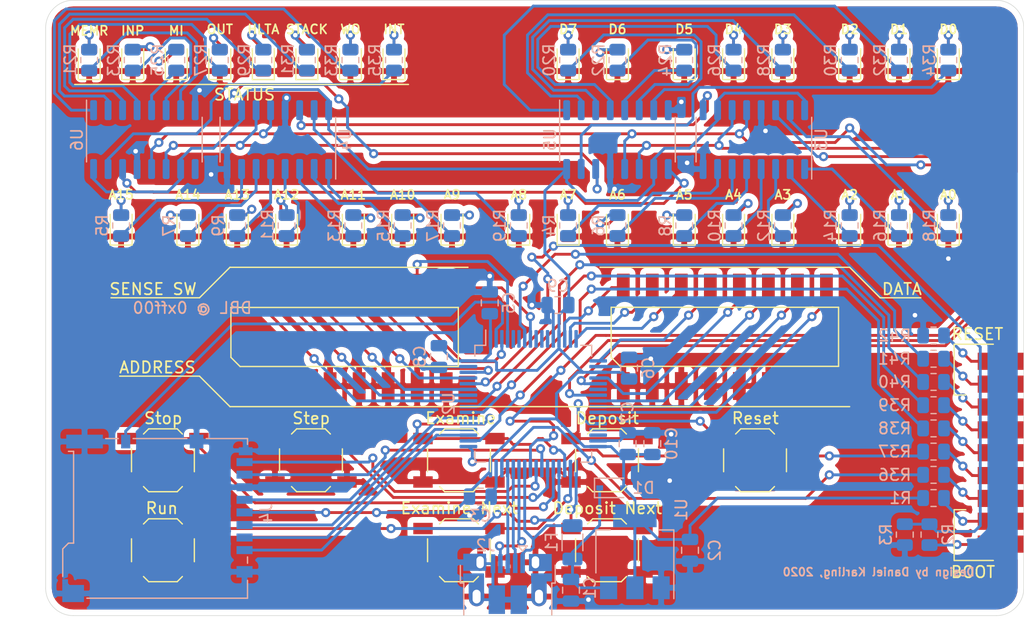
<source format=kicad_pcb>
(kicad_pcb (version 20171130) (host pcbnew 5.1.5+dfsg1-2build2)
  (layers (0 F.Cu signal) (31 B.Cu signal) (34 B.Paste user hide) (35 F.Paste user hide) (36 B.SilkS user) (37 F.SilkS user) (38 B.Mask user hide) (39 F.Mask user hide) (44 Edge.Cuts user))
  (net 0 "")
  (net 1 GND)
  (net 2 /3.3V)
  (net 3 /VBUS)
  (net 4 "Net-(J1-Pad1)")
  (net 5 /USB_DP)
  (net 6 /USB_ID)
  (net 7 /USB_DM)
  (net 8 /SD_CD)
  (net 9 /SD_DAT0)
  (net 10 /SD_CLK)
  (net 11 /SD_CMD)
  (net 12 /SD_DAT3)
  (net 13 /SD_DAT1)
  (net 14 /SD_DAT2)
  (net 15 /TDO)
  (net 16 /SWDAT)
  (net 17 /TRST)
  (net 18 /SWCLK)
  (net 19 /RESET)
  (net 20 /TDI)
  (net 21 /SPI1_MOSI)
  (net 22 /SPI1_CLK)
  (net 23 /VFUSED)
  (net 24 "Net-(D2-Pad2)")
  (net 25 "Net-(D3-Pad2)")
  (net 26 "Net-(D4-Pad2)")
  (net 27 "Net-(D5-Pad2)")
  (net 28 "Net-(D6-Pad2)")
  (net 29 "Net-(D7-Pad2)")
  (net 30 "Net-(D8-Pad2)")
  (net 31 "Net-(D9-Pad2)")
  (net 32 "Net-(D10-Pad2)")
  (net 33 "Net-(D11-Pad2)")
  (net 34 "Net-(D12-Pad2)")
  (net 35 "Net-(D13-Pad2)")
  (net 36 "Net-(D14-Pad2)")
  (net 37 "Net-(D15-Pad2)")
  (net 38 "Net-(D16-Pad2)")
  (net 39 "Net-(D17-Pad2)")
  (net 40 "Net-(D18-Pad2)")
  (net 41 "Net-(D19-Pad2)")
  (net 42 "Net-(D20-Pad2)")
  (net 43 "Net-(D21-Pad2)")
  (net 44 "Net-(D22-Pad2)")
  (net 45 "Net-(D23-Pad2)")
  (net 46 "Net-(D24-Pad2)")
  (net 47 "Net-(D25-Pad2)")
  (net 48 "Net-(D26-Pad2)")
  (net 49 "Net-(D27-Pad2)")
  (net 50 "Net-(D28-Pad2)")
  (net 51 "Net-(D29-Pad2)")
  (net 52 "Net-(D30-Pad2)")
  (net 53 "Net-(D31-Pad2)")
  (net 54 "Net-(D32-Pad2)")
  (net 55 "Net-(D33-Pad2)")
  (net 56 "Net-(R4-Pad2)")
  (net 57 "Net-(R5-Pad2)")
  (net 58 "Net-(R6-Pad2)")
  (net 59 "Net-(R7-Pad2)")
  (net 60 "Net-(R8-Pad2)")
  (net 61 "Net-(R9-Pad2)")
  (net 62 "Net-(R10-Pad2)")
  (net 63 "Net-(R11-Pad2)")
  (net 64 "Net-(R12-Pad2)")
  (net 65 "Net-(R13-Pad2)")
  (net 66 "Net-(R14-Pad2)")
  (net 67 "Net-(R15-Pad2)")
  (net 68 "Net-(R16-Pad2)")
  (net 69 "Net-(R17-Pad2)")
  (net 70 "Net-(R18-Pad2)")
  (net 71 "Net-(R19-Pad2)")
  (net 72 "Net-(R20-Pad2)")
  (net 73 "Net-(R21-Pad2)")
  (net 74 "Net-(R22-Pad2)")
  (net 75 "Net-(R23-Pad2)")
  (net 76 "Net-(R24-Pad2)")
  (net 77 "Net-(R25-Pad2)")
  (net 78 "Net-(R26-Pad2)")
  (net 79 "Net-(R27-Pad2)")
  (net 80 "Net-(R28-Pad2)")
  (net 81 "Net-(R29-Pad2)")
  (net 82 "Net-(R30-Pad2)")
  (net 83 "Net-(R31-Pad2)")
  (net 84 "Net-(R32-Pad2)")
  (net 85 "Net-(R33-Pad2)")
  (net 86 "Net-(R34-Pad2)")
  (net 87 "Net-(R35-Pad2)")
  (net 88 /LED_LATCH)
  (net 89 "Net-(U3-Pad9)")
  (net 90 "Net-(U4-Pad9)")
  (net 91 "Net-(U5-Pad9)")
  (net 92 /ADDRESS_SWITCH_1)
  (net 93 /ADDRESS_SWITCH_2)
  (net 94 /ADDRESS_SWITCH_3)
  (net 95 /ADDRESS_SWITCH_4)
  (net 96 /ADDRESS_SWITCH_5)
  (net 97 /ADDRESS_SWITCH_6)
  (net 98 /ADDRESS_SWITCH_7)
  (net 99 /ADDRESS_SWITCH_8)
  (net 100 /ADDRESS_SWITCH_9)
  (net 101 /ADDRESS_SWITCH_10)
  (net 102 /ADDRESS_SWITCH_11)
  (net 103 /ADDRESS_SWITCH_12)
  (net 104 /ADDRESS_SWITCH_13)
  (net 105 /ADDRESS_SWITCH_14)
  (net 106 /ADDRESS_SWITCH_15)
  (net 107 /ADDRESS_SWITCH_16)
  (net 108 /STOP_SW)
  (net 109 /RUN_SW)
  (net 110 /STEP_SW)
  (net 111 /RESET_SW)
  (net 112 /EXAMINE_SW)
  (net 113 /EXAMINE_NEXT_SW)
  (net 114 /DEPOSIT_SW)
  (net 115 /DEPOSIT_NEXT_SW)
  (net 116 /BOOT0)
  (net 117 "Net-(J1-Pad9)")
  (net 118 "Net-(J1-Pad8)")
  (net 119 "Net-(J1-Pad7)")
  (net 120 "Net-(J1-Pad6)")
  (net 121 "Net-(J1-Pad5)")
  (net 122 "Net-(J1-Pad4)")
  (net 123 "Net-(J1-Pad3)")
  (net 124 "Net-(J1-Pad2)")
  (module nanoaltair:EdgeConn1x09 (layer F.Cu) (at 141.986 36.29 90)
    (fp_text reference J1 hide)
    (fp_text value Conn_01x09)
    (pad 9 smd rect (at 8 0 90) (size 1.5 4) (layers F.Cu F.Paste F.Mask) (net 117 "Net-(J1-Pad9)"))
    (pad 8 smd rect (at 6 0 90) (size 1.5 4) (layers F.Cu F.Paste F.Mask) (net 118 "Net-(J1-Pad8)"))
    (pad 7 smd rect (at 4 0 90) (size 1.5 4) (layers F.Cu F.Paste F.Mask) (net 119 "Net-(J1-Pad7)"))
    (pad 6 smd rect (at 2 0 90) (size 1.5 4) (layers F.Cu F.Paste F.Mask) (net 120 "Net-(J1-Pad6)"))
    (pad 5 smd rect (at 0 0 90) (size 1.5 4) (layers F.Cu F.Paste F.Mask) (net 121 "Net-(J1-Pad5)"))
    (pad 4 smd rect (at -2 0 90) (size 1.5 4) (layers F.Cu F.Paste F.Mask) (net 122 "Net-(J1-Pad4)"))
    (pad 3 smd rect (at -4 0 90) (size 1.5 4) (layers F.Cu F.Paste F.Mask) (net 123 "Net-(J1-Pad3)"))
    (pad 2 smd rect (at -6 0 90) (size 1.5 4) (layers F.Cu F.Paste F.Mask) (net 124 "Net-(J1-Pad2)"))
    (pad 1 smd rect (at -8 0 90) (size 1.5 4) (layers F.Cu F.Paste F.Mask) (net 4 "Net-(J1-Pad1)"))
  )
  (module Resistor_SMD:R_0805_2012Metric (layer B.Cu) (at 136.1205 26.035 180)
    (fp_text reference R42 (at 3.4055 0) (layer B.SilkS) (effects (justify mirror)))
    (fp_text value 10)
    (pad 2 smd roundrect (at 0.9125 0 180) (size 1.025 1.4) (layers B.Cu B.Paste B.Mask) (roundrect_rratio 0.2439014634146341) (net 1 GND))
    (pad 1 smd roundrect (at -0.9125 0 180) (size 1.025 1.4) (layers B.Cu B.Paste B.Mask) (roundrect_rratio 0.2439014634146341) (net 117 "Net-(J1-Pad9)"))
  )
  (module Resistor_SMD:R_0805_2012Metric (layer B.Cu) (at 136.1205 28.067 180)
    (fp_text reference R41 (at 3.429 0) (layer B.SilkS) (effects (justify mirror)))
    (fp_text value 10)
    (pad 2 smd roundrect (at 0.9125 0 180) (size 1.025 1.4) (layers B.Cu B.Paste B.Mask) (roundrect_rratio 0.2439014634146341) (net 19 /RESET))
    (pad 1 smd roundrect (at -0.9125 0 180) (size 1.025 1.4) (layers B.Cu B.Paste B.Mask) (roundrect_rratio 0.2439014634146341) (net 118 "Net-(J1-Pad8)"))
  )
  (module Resistor_SMD:R_0805_2012Metric (layer B.Cu) (at 136.1205 30.099 180)
    (fp_text reference R40 (at 3.4055 0) (layer B.SilkS) (effects (justify mirror)))
    (fp_text value 10)
    (pad 2 smd roundrect (at 0.9125 0 180) (size 1.025 1.4) (layers B.Cu B.Paste B.Mask) (roundrect_rratio 0.2439014634146341) (net 17 /TRST))
    (pad 1 smd roundrect (at -0.9125 0 180) (size 1.025 1.4) (layers B.Cu B.Paste B.Mask) (roundrect_rratio 0.2439014634146341) (net 119 "Net-(J1-Pad7)"))
  )
  (module Resistor_SMD:R_0805_2012Metric (layer B.Cu) (at 136.1205 32.131 180)
    (fp_text reference R39 (at 3.4055 0) (layer B.SilkS) (effects (justify mirror)))
    (fp_text value 10)
    (pad 2 smd roundrect (at 0.9125 0 180) (size 1.025 1.4) (layers B.Cu B.Paste B.Mask) (roundrect_rratio 0.2439014634146341) (net 15 /TDO))
    (pad 1 smd roundrect (at -0.9125 0 180) (size 1.025 1.4) (layers B.Cu B.Paste B.Mask) (roundrect_rratio 0.2439014634146341) (net 120 "Net-(J1-Pad6)"))
  )
  (module Resistor_SMD:R_0805_2012Metric (layer B.Cu) (at 136.1205 34.163 180)
    (fp_text reference R38 (at 3.4055 0) (layer B.SilkS) (effects (justify mirror)))
    (fp_text value 10)
    (pad 2 smd roundrect (at 0.9125 0 180) (size 1.025 1.4) (layers B.Cu B.Paste B.Mask) (roundrect_rratio 0.2439014634146341) (net 20 /TDI))
    (pad 1 smd roundrect (at -0.9125 0 180) (size 1.025 1.4) (layers B.Cu B.Paste B.Mask) (roundrect_rratio 0.2439014634146341) (net 121 "Net-(J1-Pad5)"))
  )
  (module Resistor_SMD:R_0805_2012Metric (layer B.Cu) (at 136.1205 36.195 180)
    (fp_text reference R37 (at 3.4055 0) (layer B.SilkS) (effects (justify mirror)))
    (fp_text value 10)
    (pad 2 smd roundrect (at 0.9125 0 180) (size 1.025 1.4) (layers B.Cu B.Paste B.Mask) (roundrect_rratio 0.2439014634146341) (net 18 /SWCLK))
    (pad 1 smd roundrect (at -0.9125 0 180) (size 1.025 1.4) (layers B.Cu B.Paste B.Mask) (roundrect_rratio 0.2439014634146341) (net 122 "Net-(J1-Pad4)"))
  )
  (module Resistor_SMD:R_0805_2012Metric (layer B.Cu) (at 136.1205 38.227 180)
    (fp_text reference R36 (at 3.4055 0) (layer B.SilkS) (effects (justify mirror)))
    (fp_text value 10)
    (pad 2 smd roundrect (at 0.9125 0 180) (size 1.025 1.4) (layers B.Cu B.Paste B.Mask) (roundrect_rratio 0.2439014634146341) (net 16 /SWDAT))
    (pad 1 smd roundrect (at -0.9125 0 180) (size 1.025 1.4) (layers B.Cu B.Paste B.Mask) (roundrect_rratio 0.2439014634146341) (net 123 "Net-(J1-Pad3)"))
  )
  (module Resistor_SMD:R_0805_2012Metric (layer B.Cu) (at 136.1205 40.259 180)
    (fp_text reference R1 (at 2.8975 0) (layer B.SilkS) (effects (justify mirror)))
    (fp_text value 10)
    (pad 2 smd roundrect (at 0.9125 0 180) (size 1.025 1.4) (layers B.Cu B.Paste B.Mask) (roundrect_rratio 0.2439014634146341) (net 2 /3.3V))
    (pad 1 smd roundrect (at -0.9125 0 180) (size 1.025 1.4) (layers B.Cu B.Paste B.Mask) (roundrect_rratio 0.2439014634146341) (net 124 "Net-(J1-Pad2)"))
  )
  (module Resistor_SMD:R_1206_3216Metric (layer B.Cu) (at 104.521 44.1345 270)
    (fp_text reference F1 (at 0 1.82 90) (layer B.SilkS) (effects (justify mirror)))
    (fp_text value Polyfuse)
    (pad 2 smd roundrect (at 1.4625 0 270) (size 1.125 1.75) (layers B.Cu B.Paste B.Mask) (roundrect_rratio 0.2222213333333333) (net 23 /VFUSED))
    (pad 1 smd roundrect (at -1.4625 0 270) (size 1.125 1.75) (layers B.Cu B.Paste B.Mask) (roundrect_rratio 0.2222213333333333) (net 3 /VBUS))
  )
  (module Button_Switch_SMD:SW_SPST_TL3342 (layer F.Cu) (at 107.544 44.826)
    (fp_text reference SW10 hide)
    (fp_text value "Deposit Next")
    (pad 2 smd rect (at 3.15 1.9) (size 1.7 1) (layers F.Cu F.Paste F.Mask) (net 1 GND))
    (pad 2 smd rect (at -3.15 1.9) (size 1.7 1) (layers F.Cu F.Paste F.Mask) (net 1 GND))
    (pad 1 smd rect (at 3.15 -1.9) (size 1.7 1) (layers F.Cu F.Paste F.Mask) (net 115 /DEPOSIT_NEXT_SW))
    (pad 1 smd rect (at -3.15 -1.9) (size 1.7 1) (layers F.Cu F.Paste F.Mask) (net 115 /DEPOSIT_NEXT_SW))
  )
  (module Button_Switch_SMD:SW_SPST_TL3342 (layer F.Cu) (at 107.544 36.952)
    (fp_text reference SW9 hide)
    (fp_text value Deposit)
    (pad 2 smd rect (at 3.15 1.9) (size 1.7 1) (layers F.Cu F.Paste F.Mask) (net 1 GND))
    (pad 2 smd rect (at -3.15 1.9) (size 1.7 1) (layers F.Cu F.Paste F.Mask) (net 1 GND))
    (pad 1 smd rect (at 3.15 -1.9) (size 1.7 1) (layers F.Cu F.Paste F.Mask) (net 114 /DEPOSIT_SW))
    (pad 1 smd rect (at -3.15 -1.9) (size 1.7 1) (layers F.Cu F.Paste F.Mask) (net 114 /DEPOSIT_SW))
  )
  (module Button_Switch_SMD:SW_SPST_TL3342 (layer F.Cu) (at 94.59 44.826)
    (fp_text reference SW8 hide)
    (fp_text value "Examine Next")
    (pad 2 smd rect (at 3.15 1.9) (size 1.7 1) (layers F.Cu F.Paste F.Mask) (net 1 GND))
    (pad 2 smd rect (at -3.15 1.9) (size 1.7 1) (layers F.Cu F.Paste F.Mask) (net 1 GND))
    (pad 1 smd rect (at 3.15 -1.9) (size 1.7 1) (layers F.Cu F.Paste F.Mask) (net 113 /EXAMINE_NEXT_SW))
    (pad 1 smd rect (at -3.15 -1.9) (size 1.7 1) (layers F.Cu F.Paste F.Mask) (net 113 /EXAMINE_NEXT_SW))
  )
  (module Button_Switch_SMD:SW_SPST_TL3342 (layer F.Cu) (at 94.59 36.952)
    (fp_text reference SW7 hide)
    (fp_text value Examine)
    (pad 2 smd rect (at 3.15 1.9) (size 1.7 1) (layers F.Cu F.Paste F.Mask) (net 1 GND))
    (pad 2 smd rect (at -3.15 1.9) (size 1.7 1) (layers F.Cu F.Paste F.Mask) (net 1 GND))
    (pad 1 smd rect (at 3.15 -1.9) (size 1.7 1) (layers F.Cu F.Paste F.Mask) (net 112 /EXAMINE_SW))
    (pad 1 smd rect (at -3.15 -1.9) (size 1.7 1) (layers F.Cu F.Paste F.Mask) (net 112 /EXAMINE_SW))
  )
  (module Button_Switch_SMD:SW_SPST_TL3342 (layer F.Cu) (at 120.498 36.952)
    (fp_text reference SW6 hide)
    (fp_text value Reset)
    (pad 2 smd rect (at 3.15 1.9) (size 1.7 1) (layers F.Cu F.Paste F.Mask) (net 1 GND))
    (pad 2 smd rect (at -3.15 1.9) (size 1.7 1) (layers F.Cu F.Paste F.Mask) (net 1 GND))
    (pad 1 smd rect (at 3.15 -1.9) (size 1.7 1) (layers F.Cu F.Paste F.Mask) (net 111 /RESET_SW))
    (pad 1 smd rect (at -3.15 -1.9) (size 1.7 1) (layers F.Cu F.Paste F.Mask) (net 111 /RESET_SW))
  )
  (module Button_Switch_SMD:SW_SPST_TL3342 (layer F.Cu) (at 81.636 36.952)
    (fp_text reference SW5 hide)
    (fp_text value Step hide)
    (pad 2 smd rect (at 3.15 1.9) (size 1.7 1) (layers F.Cu F.Paste F.Mask) (net 1 GND))
    (pad 2 smd rect (at -3.15 1.9) (size 1.7 1) (layers F.Cu F.Paste F.Mask) (net 1 GND))
    (pad 1 smd rect (at 3.15 -1.9) (size 1.7 1) (layers F.Cu F.Paste F.Mask) (net 110 /STEP_SW))
    (pad 1 smd rect (at -3.15 -1.9) (size 1.7 1) (layers F.Cu F.Paste F.Mask) (net 110 /STEP_SW))
  )
  (module Button_Switch_SMD:SW_SPST_TL3342 (layer F.Cu) (at 68.682 44.826)
    (fp_text reference SW4 hide)
    (fp_text value Run)
    (pad 2 smd rect (at 3.15 1.9) (size 1.7 1) (layers F.Cu F.Paste F.Mask) (net 1 GND))
    (pad 2 smd rect (at -3.15 1.9) (size 1.7 1) (layers F.Cu F.Paste F.Mask) (net 1 GND))
    (pad 1 smd rect (at 3.15 -1.9) (size 1.7 1) (layers F.Cu F.Paste F.Mask) (net 109 /RUN_SW))
    (pad 1 smd rect (at -3.15 -1.9) (size 1.7 1) (layers F.Cu F.Paste F.Mask) (net 109 /RUN_SW))
  )
  (module Button_Switch_SMD:SW_SPST_TL3342 (layer F.Cu) (at 68.682 36.952)
    (fp_text reference SW3 hide)
    (fp_text value Stop)
    (pad 2 smd rect (at 3.15 1.9) (size 1.7 1) (layers F.Cu F.Paste F.Mask) (net 1 GND))
    (pad 2 smd rect (at -3.15 1.9) (size 1.7 1) (layers F.Cu F.Paste F.Mask) (net 1 GND))
    (pad 1 smd rect (at 3.15 -1.9) (size 1.7 1) (layers F.Cu F.Paste F.Mask) (net 108 /STOP_SW))
    (pad 1 smd rect (at -3.15 -1.9) (size 1.7 1) (layers F.Cu F.Paste F.Mask) (net 108 /STOP_SW))
  )
  (module Connector_Card:microSD_HC_Hirose_DM3BT-DSF-PEJS (layer B.Cu) (at 68.199 42.037 90)
    (fp_text reference J4 (at 0.425 9.525 90) (layer B.SilkS) (effects (justify mirror)))
    (fp_text value Micro_SD_Card_Det)
    (pad 11 smd rect (at -5.825 -7.825 45) (size 0.2 0.2) (layers B.Cu B.Paste B.Mask) (net 1 GND))
    (pad 10 smd rect (at 6.725 -2.775 90) (size 1.2 0.8) (layers B.Cu B.Paste B.Mask) (net 8 /SD_CD))
    (pad 11 smd rect (at -5.575 -8.075 90) (size 0.5 0.5) (layers B.Cu B.Paste B.Mask) (net 1 GND))
    (pad 8 smd rect (at 4.925 7.625 90) (size 0.7 1.4) (layers B.Cu B.Paste B.Mask) (net 13 /SD_DAT1))
    (pad 7 smd rect (at 3.825 7.625 90) (size 0.7 1.4) (layers B.Cu B.Paste B.Mask) (net 9 /SD_DAT0))
    (pad 6 smd rect (at 2.725 7.625 90) (size 0.7 1.4) (layers B.Cu B.Paste B.Mask) (net 1 GND))
    (pad 5 smd rect (at 1.625 7.625 90) (size 0.7 1.4) (layers B.Cu B.Paste B.Mask) (net 10 /SD_CLK))
    (pad 4 smd rect (at 0.525 7.625 90) (size 0.7 1.4) (layers B.Cu B.Paste B.Mask) (net 2 /3.3V))
    (pad 3 smd rect (at -0.575 7.625 90) (size 0.7 1.4) (layers B.Cu B.Paste B.Mask) (net 11 /SD_CMD))
    (pad 2 smd rect (at -1.675 7.625 90) (size 0.7 1.4) (layers B.Cu B.Paste B.Mask) (net 12 /SD_DAT3))
    (pad 9 smd rect (at 5.875 7.725 90) (size 0.7 1.2) (layers B.Cu B.Paste B.Mask) (net 1 GND))
    (pad 11 smd rect (at 6.725 -6.375 90) (size 1.2 3.2) (layers B.Cu B.Paste B.Mask) (net 1 GND))
    (pad 11 smd rect (at 6.725 3.425 90) (size 1.2 1.2) (layers B.Cu B.Paste B.Mask) (net 1 GND))
    (pad 11 smd rect (at -4.675 7.625 90) (size 1 1.4) (layers B.Cu B.Paste B.Mask) (net 1 GND))
    (pad 11 smd rect (at -6.575 -7.375 90) (size 1.5 1.9) (layers B.Cu B.Paste B.Mask) (net 1 GND))
    (pad 1 smd rect (at -2.775 7.625 90) (size 0.7 1.4) (layers B.Cu B.Paste B.Mask) (net 14 /SD_DAT2))
  )
  (module Connector_USB:USB_Micro-B_Amphenol_10103594-0001LF_Horizontal (layer B.Cu) (at 98.837 47.764 180)
    (fp_text reference J2 (at 1.925 3.365) (layer B.SilkS) (effects (justify mirror)))
    (fp_text value USB_B_Micro)
    (pad 6 smd rect (at 0.935 -1.385 90) (size 2.5 1.43) (layers B.Cu B.Paste B.Mask) (net 1 GND))
    (pad 6 smd rect (at -0.985 -1.385 90) (size 2.5 1.43) (layers B.Cu B.Paste B.Mask) (net 1 GND))
    (pad 6 thru_hole oval (at 2.705 -1.115 90) (size 1.7 1.35) (drill oval 1.2 0.7) (layers *.Cu *.Mask) (net 1 GND))
    (pad 6 thru_hole oval (at -2.755 -1.115 90) (size 1.7 1.35) (drill oval 1.2 0.7) (layers *.Cu *.Mask) (net 1 GND))
    (pad 6 thru_hole oval (at 2.395 1.885 90) (size 1.5 1.1) (drill oval 1.05 0.65) (layers *.Cu *.Mask) (net 1 GND))
    (pad 6 thru_hole oval (at -2.445 1.885 90) (size 1.5 1.1) (drill oval 1.05 0.65) (layers *.Cu *.Mask) (net 1 GND))
    (pad 5 smd rect (at 1.275 1.765 90) (size 1.65 0.4) (layers B.Cu B.Paste B.Mask) (net 1 GND))
    (pad 4 smd rect (at 0.625 1.765 90) (size 1.65 0.4) (layers B.Cu B.Paste B.Mask) (net 6 /USB_ID))
    (pad 3 smd rect (at -0.025 1.765 90) (size 1.65 0.4) (layers B.Cu B.Paste B.Mask) (net 5 /USB_DP))
    (pad 2 smd rect (at -0.675 1.765 90) (size 1.65 0.4) (layers B.Cu B.Paste B.Mask) (net 7 /USB_DM))
    (pad 1 smd rect (at -1.325 1.765 90) (size 1.65 0.4) (layers B.Cu B.Paste B.Mask) (net 3 /VBUS))
    (pad 6 smd rect (at 2.875 1.885 180) (size 2 1.5) (layers B.Cu B.Paste B.Mask) (net 1 GND))
    (pad 6 smd rect (at -2.875 1.865 180) (size 2 1.5) (layers B.Cu B.Paste B.Mask) (net 1 GND))
    (pad 6 smd rect (at 2.975 0.565 180) (size 1.825 0.7) (layers B.Cu B.Paste B.Mask) (net 1 GND))
    (pad 6 smd rect (at -2.975 0.565 180) (size 1.825 0.7) (layers B.Cu B.Paste B.Mask) (net 1 GND))
    (pad 6 smd rect (at -2.755 -0.185 180) (size 1.35 2) (layers B.Cu B.Paste B.Mask) (net 1 GND))
    (pad 6 smd rect (at 2.725 -0.185 180) (size 1.35 2) (layers B.Cu B.Paste B.Mask) (net 1 GND))
  )
  (module nanoaltair:CT3121CT-ND (layer F.Cu) (at 84.582 26.162)
    (fp_text reference SW2 hide)
    (fp_text value AddHigh)
    (pad 8 smd rect (at 8.89 4.305) (size 1.12 2.44) (layers F.Cu F.Paste F.Mask) (net 1 GND))
    (pad 9 smd rect (at 8.89 -4.305) (size 1.12 2.44) (layers F.Cu F.Paste F.Mask) (net 100 /ADDRESS_SWITCH_9))
    (pad 7 smd rect (at 6.35 4.305) (size 1.12 2.44) (layers F.Cu F.Paste F.Mask) (net 1 GND))
    (pad 10 smd rect (at 6.35 -4.305) (size 1.12 2.44) (layers F.Cu F.Paste F.Mask) (net 101 /ADDRESS_SWITCH_10))
    (pad 6 smd rect (at 3.81 4.305) (size 1.12 2.44) (layers F.Cu F.Paste F.Mask) (net 1 GND))
    (pad 11 smd rect (at 3.81 -4.305) (size 1.12 2.44) (layers F.Cu F.Paste F.Mask) (net 102 /ADDRESS_SWITCH_11))
    (pad 5 smd rect (at 1.27 4.305) (size 1.12 2.44) (layers F.Cu F.Paste F.Mask) (net 1 GND))
    (pad 12 smd rect (at 1.27 -4.305) (size 1.12 2.44) (layers F.Cu F.Paste F.Mask) (net 103 /ADDRESS_SWITCH_12))
    (pad 4 smd rect (at -1.27 4.305) (size 1.12 2.44) (layers F.Cu F.Paste F.Mask) (net 1 GND))
    (pad 13 smd rect (at -1.27 -4.305) (size 1.12 2.44) (layers F.Cu F.Paste F.Mask) (net 104 /ADDRESS_SWITCH_13))
    (pad 3 smd rect (at -3.81 4.305) (size 1.12 2.44) (layers F.Cu F.Paste F.Mask) (net 1 GND))
    (pad 14 smd rect (at -3.81 -4.305) (size 1.12 2.44) (layers F.Cu F.Paste F.Mask) (net 105 /ADDRESS_SWITCH_14))
    (pad 2 smd rect (at -6.35 4.305) (size 1.12 2.44) (layers F.Cu F.Paste F.Mask) (net 1 GND))
    (pad 15 smd rect (at -6.35 -4.305) (size 1.12 2.44) (layers F.Cu F.Paste F.Mask) (net 106 /ADDRESS_SWITCH_15))
    (pad 1 smd rect (at -8.89 4.305) (size 1.12 2.44) (layers F.Cu F.Paste F.Mask) (net 1 GND))
    (pad 16 smd rect (at -8.89 -4.305) (size 1.12 2.44) (layers F.Cu F.Paste F.Mask) (net 107 /ADDRESS_SWITCH_16))
  )
  (module nanoaltair:CT3121CT-ND (layer F.Cu) (at 117.856 26.149)
    (fp_text reference SW1 hide)
    (fp_text value AddLow)
    (pad 8 smd rect (at 8.89 4.305) (size 1.12 2.44) (layers F.Cu F.Paste F.Mask) (net 1 GND))
    (pad 9 smd rect (at 8.89 -4.305) (size 1.12 2.44) (layers F.Cu F.Paste F.Mask) (net 92 /ADDRESS_SWITCH_1))
    (pad 7 smd rect (at 6.35 4.305) (size 1.12 2.44) (layers F.Cu F.Paste F.Mask) (net 1 GND))
    (pad 10 smd rect (at 6.35 -4.305) (size 1.12 2.44) (layers F.Cu F.Paste F.Mask) (net 93 /ADDRESS_SWITCH_2))
    (pad 6 smd rect (at 3.81 4.305) (size 1.12 2.44) (layers F.Cu F.Paste F.Mask) (net 1 GND))
    (pad 11 smd rect (at 3.81 -4.305) (size 1.12 2.44) (layers F.Cu F.Paste F.Mask) (net 94 /ADDRESS_SWITCH_3))
    (pad 5 smd rect (at 1.27 4.305) (size 1.12 2.44) (layers F.Cu F.Paste F.Mask) (net 1 GND))
    (pad 12 smd rect (at 1.27 -4.305) (size 1.12 2.44) (layers F.Cu F.Paste F.Mask) (net 95 /ADDRESS_SWITCH_4))
    (pad 4 smd rect (at -1.27 4.305) (size 1.12 2.44) (layers F.Cu F.Paste F.Mask) (net 1 GND))
    (pad 13 smd rect (at -1.27 -4.305) (size 1.12 2.44) (layers F.Cu F.Paste F.Mask) (net 96 /ADDRESS_SWITCH_5))
    (pad 3 smd rect (at -3.81 4.305) (size 1.12 2.44) (layers F.Cu F.Paste F.Mask) (net 1 GND))
    (pad 14 smd rect (at -3.81 -4.305) (size 1.12 2.44) (layers F.Cu F.Paste F.Mask) (net 97 /ADDRESS_SWITCH_6))
    (pad 2 smd rect (at -6.35 4.305) (size 1.12 2.44) (layers F.Cu F.Paste F.Mask) (net 1 GND))
    (pad 15 smd rect (at -6.35 -4.305) (size 1.12 2.44) (layers F.Cu F.Paste F.Mask) (net 98 /ADDRESS_SWITCH_7))
    (pad 1 smd rect (at -8.89 4.305) (size 1.12 2.44) (layers F.Cu F.Paste F.Mask) (net 1 GND))
    (pad 16 smd rect (at -8.89 -4.305) (size 1.12 2.44) (layers F.Cu F.Paste F.Mask) (net 99 /ADDRESS_SWITCH_8))
  )
  (module Package_SO:SO-16_3.9x9.9mm_P1.27mm (layer B.Cu) (at 67.056 8.89 270)
    (fp_text reference U6 (at 0 5.9 90) (layer B.SilkS) (effects (justify mirror)))
    (fp_text value 74HC595)
    (pad 16 smd roundrect (at 2.575 4.445 270) (size 1.75 0.6) (layers B.Cu B.Paste B.Mask) (net 2 /3.3V))
    (pad 15 smd roundrect (at 2.575 3.175 270) (size 1.75 0.6) (layers B.Cu B.Paste B.Mask) (net 87 "Net-(R35-Pad2)"))
    (pad 14 smd roundrect (at 2.575 1.905 270) (size 1.75 0.6) (layers B.Cu B.Paste B.Mask) (net 91 "Net-(U5-Pad9)"))
    (pad 13 smd roundrect (at 2.575 0.635 270) (size 1.75 0.6) (layers B.Cu B.Paste B.Mask) (net 1 GND))
    (pad 12 smd roundrect (at 2.575 -0.635 270) (size 1.75 0.6) (layers B.Cu B.Paste B.Mask) (net 88 /LED_LATCH))
    (pad 11 smd roundrect (at 2.575 -1.905 270) (size 1.75 0.6) (layers B.Cu B.Paste B.Mask) (net 22 /SPI1_CLK))
    (pad 10 smd roundrect (at 2.575 -3.175 270) (size 1.75 0.6) (layers B.Cu B.Paste B.Mask) (net 2 /3.3V))
    (pad 9 smd roundrect (at 2.575 -4.445 270) (size 1.75 0.6) (layers B.Cu B.Paste B.Mask))
    (pad 8 smd roundrect (at -2.575 -4.445 270) (size 1.75 0.6) (layers B.Cu B.Paste B.Mask) (net 1 GND))
    (pad 7 smd roundrect (at -2.575 -3.175 270) (size 1.75 0.6) (layers B.Cu B.Paste B.Mask) (net 73 "Net-(R21-Pad2)"))
    (pad 6 smd roundrect (at -2.575 -1.905 270) (size 1.75 0.6) (layers B.Cu B.Paste B.Mask) (net 75 "Net-(R23-Pad2)"))
    (pad 5 smd roundrect (at -2.575 -0.635 270) (size 1.75 0.6) (layers B.Cu B.Paste B.Mask) (net 77 "Net-(R25-Pad2)"))
    (pad 4 smd roundrect (at -2.575 0.635 270) (size 1.75 0.6) (layers B.Cu B.Paste B.Mask) (net 79 "Net-(R27-Pad2)"))
    (pad 3 smd roundrect (at -2.575 1.905 270) (size 1.75 0.6) (layers B.Cu B.Paste B.Mask) (net 81 "Net-(R29-Pad2)"))
    (pad 2 smd roundrect (at -2.575 3.175 270) (size 1.75 0.6) (layers B.Cu B.Paste B.Mask) (net 83 "Net-(R31-Pad2)"))
    (pad 1 smd roundrect (at -2.575 4.445 270) (size 1.75 0.6) (layers B.Cu B.Paste B.Mask) (net 85 "Net-(R33-Pad2)"))
  )
  (module Package_SO:SO-16_3.9x9.9mm_P1.27mm (layer B.Cu) (at 108.458 8.89 270)
    (fp_text reference U5 (at 0 5.9 90) (layer B.SilkS) (effects (justify mirror)))
    (fp_text value 74HC595)
    (pad 16 smd roundrect (at 2.575 4.445 270) (size 1.75 0.6) (layers B.Cu B.Paste B.Mask) (net 2 /3.3V))
    (pad 15 smd roundrect (at 2.575 3.175 270) (size 1.75 0.6) (layers B.Cu B.Paste B.Mask) (net 86 "Net-(R34-Pad2)"))
    (pad 14 smd roundrect (at 2.575 1.905 270) (size 1.75 0.6) (layers B.Cu B.Paste B.Mask) (net 90 "Net-(U4-Pad9)"))
    (pad 13 smd roundrect (at 2.575 0.635 270) (size 1.75 0.6) (layers B.Cu B.Paste B.Mask) (net 1 GND))
    (pad 12 smd roundrect (at 2.575 -0.635 270) (size 1.75 0.6) (layers B.Cu B.Paste B.Mask) (net 88 /LED_LATCH))
    (pad 11 smd roundrect (at 2.575 -1.905 270) (size 1.75 0.6) (layers B.Cu B.Paste B.Mask) (net 22 /SPI1_CLK))
    (pad 10 smd roundrect (at 2.575 -3.175 270) (size 1.75 0.6) (layers B.Cu B.Paste B.Mask) (net 2 /3.3V))
    (pad 9 smd roundrect (at 2.575 -4.445 270) (size 1.75 0.6) (layers B.Cu B.Paste B.Mask) (net 91 "Net-(U5-Pad9)"))
    (pad 8 smd roundrect (at -2.575 -4.445 270) (size 1.75 0.6) (layers B.Cu B.Paste B.Mask) (net 1 GND))
    (pad 7 smd roundrect (at -2.575 -3.175 270) (size 1.75 0.6) (layers B.Cu B.Paste B.Mask) (net 72 "Net-(R20-Pad2)"))
    (pad 6 smd roundrect (at -2.575 -1.905 270) (size 1.75 0.6) (layers B.Cu B.Paste B.Mask) (net 74 "Net-(R22-Pad2)"))
    (pad 5 smd roundrect (at -2.575 -0.635 270) (size 1.75 0.6) (layers B.Cu B.Paste B.Mask) (net 76 "Net-(R24-Pad2)"))
    (pad 4 smd roundrect (at -2.575 0.635 270) (size 1.75 0.6) (layers B.Cu B.Paste B.Mask) (net 78 "Net-(R26-Pad2)"))
    (pad 3 smd roundrect (at -2.575 1.905 270) (size 1.75 0.6) (layers B.Cu B.Paste B.Mask) (net 80 "Net-(R28-Pad2)"))
    (pad 2 smd roundrect (at -2.575 3.175 270) (size 1.75 0.6) (layers B.Cu B.Paste B.Mask) (net 82 "Net-(R30-Pad2)"))
    (pad 1 smd roundrect (at -2.575 4.445 270) (size 1.75 0.6) (layers B.Cu B.Paste B.Mask) (net 84 "Net-(R32-Pad2)"))
  )
  (module Package_SO:SO-16_3.9x9.9mm_P1.27mm (layer B.Cu) (at 78.74 8.89 90)
    (fp_text reference U4 (at 0 5.9 90) (layer B.SilkS) (effects (justify mirror)))
    (fp_text value 74HC595)
    (pad 16 smd roundrect (at 2.575 4.445 90) (size 1.75 0.6) (layers B.Cu B.Paste B.Mask) (net 2 /3.3V))
    (pad 15 smd roundrect (at 2.575 3.175 90) (size 1.75 0.6) (layers B.Cu B.Paste B.Mask) (net 71 "Net-(R19-Pad2)"))
    (pad 14 smd roundrect (at 2.575 1.905 90) (size 1.75 0.6) (layers B.Cu B.Paste B.Mask) (net 89 "Net-(U3-Pad9)"))
    (pad 13 smd roundrect (at 2.575 0.635 90) (size 1.75 0.6) (layers B.Cu B.Paste B.Mask) (net 1 GND))
    (pad 12 smd roundrect (at 2.575 -0.635 90) (size 1.75 0.6) (layers B.Cu B.Paste B.Mask) (net 88 /LED_LATCH))
    (pad 11 smd roundrect (at 2.575 -1.905 90) (size 1.75 0.6) (layers B.Cu B.Paste B.Mask) (net 22 /SPI1_CLK))
    (pad 10 smd roundrect (at 2.575 -3.175 90) (size 1.75 0.6) (layers B.Cu B.Paste B.Mask) (net 2 /3.3V))
    (pad 9 smd roundrect (at 2.575 -4.445 90) (size 1.75 0.6) (layers B.Cu B.Paste B.Mask) (net 90 "Net-(U4-Pad9)"))
    (pad 8 smd roundrect (at -2.575 -4.445 90) (size 1.75 0.6) (layers B.Cu B.Paste B.Mask) (net 1 GND))
    (pad 7 smd roundrect (at -2.575 -3.175 90) (size 1.75 0.6) (layers B.Cu B.Paste B.Mask) (net 57 "Net-(R5-Pad2)"))
    (pad 6 smd roundrect (at -2.575 -1.905 90) (size 1.75 0.6) (layers B.Cu B.Paste B.Mask) (net 59 "Net-(R7-Pad2)"))
    (pad 5 smd roundrect (at -2.575 -0.635 90) (size 1.75 0.6) (layers B.Cu B.Paste B.Mask) (net 61 "Net-(R9-Pad2)"))
    (pad 4 smd roundrect (at -2.575 0.635 90) (size 1.75 0.6) (layers B.Cu B.Paste B.Mask) (net 63 "Net-(R11-Pad2)"))
    (pad 3 smd roundrect (at -2.575 1.905 90) (size 1.75 0.6) (layers B.Cu B.Paste B.Mask) (net 65 "Net-(R13-Pad2)"))
    (pad 2 smd roundrect (at -2.575 3.175 90) (size 1.75 0.6) (layers B.Cu B.Paste B.Mask) (net 67 "Net-(R15-Pad2)"))
    (pad 1 smd roundrect (at -2.575 4.445 90) (size 1.75 0.6) (layers B.Cu B.Paste B.Mask) (net 69 "Net-(R17-Pad2)"))
  )
  (module Package_SO:SO-16_3.9x9.9mm_P1.27mm (layer B.Cu) (at 120.396 8.89 90)
    (fp_text reference U3 (at 0 5.9 270) (layer B.SilkS) (effects (justify mirror)))
    (fp_text value 74HC595)
    (pad 16 smd roundrect (at 2.575 4.445 90) (size 1.75 0.6) (layers B.Cu B.Paste B.Mask) (net 2 /3.3V))
    (pad 15 smd roundrect (at 2.575 3.175 90) (size 1.75 0.6) (layers B.Cu B.Paste B.Mask) (net 70 "Net-(R18-Pad2)"))
    (pad 14 smd roundrect (at 2.575 1.905 90) (size 1.75 0.6) (layers B.Cu B.Paste B.Mask) (net 21 /SPI1_MOSI))
    (pad 13 smd roundrect (at 2.575 0.635 90) (size 1.75 0.6) (layers B.Cu B.Paste B.Mask) (net 1 GND))
    (pad 12 smd roundrect (at 2.575 -0.635 90) (size 1.75 0.6) (layers B.Cu B.Paste B.Mask) (net 88 /LED_LATCH))
    (pad 11 smd roundrect (at 2.575 -1.905 90) (size 1.75 0.6) (layers B.Cu B.Paste B.Mask) (net 22 /SPI1_CLK))
    (pad 10 smd roundrect (at 2.575 -3.175 90) (size 1.75 0.6) (layers B.Cu B.Paste B.Mask) (net 2 /3.3V))
    (pad 9 smd roundrect (at 2.575 -4.445 90) (size 1.75 0.6) (layers B.Cu B.Paste B.Mask) (net 89 "Net-(U3-Pad9)"))
    (pad 8 smd roundrect (at -2.575 -4.445 90) (size 1.75 0.6) (layers B.Cu B.Paste B.Mask) (net 1 GND))
    (pad 7 smd roundrect (at -2.575 -3.175 90) (size 1.75 0.6) (layers B.Cu B.Paste B.Mask) (net 56 "Net-(R4-Pad2)"))
    (pad 6 smd roundrect (at -2.575 -1.905 90) (size 1.75 0.6) (layers B.Cu B.Paste B.Mask) (net 58 "Net-(R6-Pad2)"))
    (pad 5 smd roundrect (at -2.575 -0.635 90) (size 1.75 0.6) (layers B.Cu B.Paste B.Mask) (net 60 "Net-(R8-Pad2)"))
    (pad 4 smd roundrect (at -2.575 0.635 90) (size 1.75 0.6) (layers B.Cu B.Paste B.Mask) (net 62 "Net-(R10-Pad2)"))
    (pad 3 smd roundrect (at -2.575 1.905 90) (size 1.75 0.6) (layers B.Cu B.Paste B.Mask) (net 64 "Net-(R12-Pad2)"))
    (pad 2 smd roundrect (at -2.575 3.175 90) (size 1.75 0.6) (layers B.Cu B.Paste B.Mask) (net 66 "Net-(R14-Pad2)"))
    (pad 1 smd roundrect (at -2.575 4.445 90) (size 1.75 0.6) (layers B.Cu B.Paste B.Mask) (net 68 "Net-(R16-Pad2)"))
  )
  (module Resistor_SMD:R_0805_2012Metric (layer B.Cu) (at 88.9 1.9285 270)
    (fp_text reference R35 (at 0 1.65 90) (layer B.SilkS) (effects (justify mirror)))
    (fp_text value R)
    (pad 2 smd roundrect (at 0.9125 0 270) (size 1.025 1.4) (layers B.Cu B.Paste B.Mask) (roundrect_rratio 0.2439014634146341) (net 87 "Net-(R35-Pad2)"))
    (pad 1 smd roundrect (at -0.9125 0 270) (size 1.025 1.4) (layers B.Cu B.Paste B.Mask) (roundrect_rratio 0.2439014634146341) (net 55 "Net-(D33-Pad2)"))
  )
  (module Resistor_SMD:R_0805_2012Metric (layer B.Cu) (at 137.414 1.9285 270)
    (fp_text reference R34 (at 0 1.65 90) (layer B.SilkS) (effects (justify mirror)))
    (fp_text value R)
    (pad 2 smd roundrect (at 0.9125 0 270) (size 1.025 1.4) (layers B.Cu B.Paste B.Mask) (roundrect_rratio 0.2439014634146341) (net 86 "Net-(R34-Pad2)"))
    (pad 1 smd roundrect (at -0.9125 0 270) (size 1.025 1.4) (layers B.Cu B.Paste B.Mask) (roundrect_rratio 0.2439014634146341) (net 54 "Net-(D32-Pad2)"))
  )
  (module Resistor_SMD:R_0805_2012Metric (layer B.Cu) (at 85.09 1.9285 270)
    (fp_text reference R33 (at 0 1.65 90) (layer B.SilkS) (effects (justify mirror)))
    (fp_text value R)
    (pad 2 smd roundrect (at 0.9125 0 270) (size 1.025 1.4) (layers B.Cu B.Paste B.Mask) (roundrect_rratio 0.2439014634146341) (net 85 "Net-(R33-Pad2)"))
    (pad 1 smd roundrect (at -0.9125 0 270) (size 1.025 1.4) (layers B.Cu B.Paste B.Mask) (roundrect_rratio 0.2439014634146341) (net 53 "Net-(D31-Pad2)"))
  )
  (module Resistor_SMD:R_0805_2012Metric (layer B.Cu) (at 133.096 1.9285 270)
    (fp_text reference R32 (at 0 1.65 90) (layer B.SilkS) (effects (justify mirror)))
    (fp_text value R)
    (pad 2 smd roundrect (at 0.9125 0 270) (size 1.025 1.4) (layers B.Cu B.Paste B.Mask) (roundrect_rratio 0.2439014634146341) (net 84 "Net-(R32-Pad2)"))
    (pad 1 smd roundrect (at -0.9125 0 270) (size 1.025 1.4) (layers B.Cu B.Paste B.Mask) (roundrect_rratio 0.2439014634146341) (net 52 "Net-(D30-Pad2)"))
  )
  (module Resistor_SMD:R_0805_2012Metric (layer B.Cu) (at 81.28 1.9285 270)
    (fp_text reference R31 (at 0 1.65 90) (layer B.SilkS) (effects (justify mirror)))
    (fp_text value R)
    (pad 2 smd roundrect (at 0.9125 0 270) (size 1.025 1.4) (layers B.Cu B.Paste B.Mask) (roundrect_rratio 0.2439014634146341) (net 83 "Net-(R31-Pad2)"))
    (pad 1 smd roundrect (at -0.9125 0 270) (size 1.025 1.4) (layers B.Cu B.Paste B.Mask) (roundrect_rratio 0.2439014634146341) (net 51 "Net-(D29-Pad2)"))
  )
  (module Resistor_SMD:R_0805_2012Metric (layer B.Cu) (at 128.778 1.9285 270)
    (fp_text reference R30 (at 0 1.65 90) (layer B.SilkS) (effects (justify mirror)))
    (fp_text value R)
    (pad 2 smd roundrect (at 0.9125 0 270) (size 1.025 1.4) (layers B.Cu B.Paste B.Mask) (roundrect_rratio 0.2439014634146341) (net 82 "Net-(R30-Pad2)"))
    (pad 1 smd roundrect (at -0.9125 0 270) (size 1.025 1.4) (layers B.Cu B.Paste B.Mask) (roundrect_rratio 0.2439014634146341) (net 50 "Net-(D28-Pad2)"))
  )
  (module Resistor_SMD:R_0805_2012Metric (layer B.Cu) (at 77.47 1.9285 270)
    (fp_text reference R29 (at 0 1.65 270) (layer B.SilkS) (effects (justify mirror)))
    (fp_text value R)
    (pad 2 smd roundrect (at 0.9125 0 270) (size 1.025 1.4) (layers B.Cu B.Paste B.Mask) (roundrect_rratio 0.2439014634146341) (net 81 "Net-(R29-Pad2)"))
    (pad 1 smd roundrect (at -0.9125 0 270) (size 1.025 1.4) (layers B.Cu B.Paste B.Mask) (roundrect_rratio 0.2439014634146341) (net 49 "Net-(D27-Pad2)"))
  )
  (module Resistor_SMD:R_0805_2012Metric (layer B.Cu) (at 122.936 1.9285 270)
    (fp_text reference R28 (at 0 1.65 90) (layer B.SilkS) (effects (justify mirror)))
    (fp_text value R)
    (pad 2 smd roundrect (at 0.9125 0 270) (size 1.025 1.4) (layers B.Cu B.Paste B.Mask) (roundrect_rratio 0.2439014634146341) (net 80 "Net-(R28-Pad2)"))
    (pad 1 smd roundrect (at -0.9125 0 270) (size 1.025 1.4) (layers B.Cu B.Paste B.Mask) (roundrect_rratio 0.2439014634146341) (net 48 "Net-(D26-Pad2)"))
  )
  (module Resistor_SMD:R_0805_2012Metric (layer B.Cu) (at 73.66 1.9285 270)
    (fp_text reference R27 (at 0 1.65 90) (layer B.SilkS) (effects (justify mirror)))
    (fp_text value R)
    (pad 2 smd roundrect (at 0.9125 0 270) (size 1.025 1.4) (layers B.Cu B.Paste B.Mask) (roundrect_rratio 0.2439014634146341) (net 79 "Net-(R27-Pad2)"))
    (pad 1 smd roundrect (at -0.9125 0 270) (size 1.025 1.4) (layers B.Cu B.Paste B.Mask) (roundrect_rratio 0.2439014634146341) (net 47 "Net-(D25-Pad2)"))
  )
  (module Resistor_SMD:R_0805_2012Metric (layer B.Cu) (at 118.618 1.9285 270)
    (fp_text reference R26 (at 0 1.65 90) (layer B.SilkS) (effects (justify mirror)))
    (fp_text value R)
    (pad 2 smd roundrect (at 0.9125 0 270) (size 1.025 1.4) (layers B.Cu B.Paste B.Mask) (roundrect_rratio 0.2439014634146341) (net 78 "Net-(R26-Pad2)"))
    (pad 1 smd roundrect (at -0.9125 0 270) (size 1.025 1.4) (layers B.Cu B.Paste B.Mask) (roundrect_rratio 0.2439014634146341) (net 46 "Net-(D24-Pad2)"))
  )
  (module Resistor_SMD:R_0805_2012Metric (layer B.Cu) (at 69.85 1.9285 270)
    (fp_text reference R25 (at 0 1.65 270) (layer B.SilkS) (effects (justify mirror)))
    (fp_text value R)
    (pad 2 smd roundrect (at 0.9125 0 270) (size 1.025 1.4) (layers B.Cu B.Paste B.Mask) (roundrect_rratio 0.2439014634146341) (net 77 "Net-(R25-Pad2)"))
    (pad 1 smd roundrect (at -0.9125 0 270) (size 1.025 1.4) (layers B.Cu B.Paste B.Mask) (roundrect_rratio 0.2439014634146341) (net 45 "Net-(D23-Pad2)"))
  )
  (module Resistor_SMD:R_0805_2012Metric (layer B.Cu) (at 114.3 1.9285 270)
    (fp_text reference R24 (at 0 1.65 270) (layer B.SilkS) (effects (justify mirror)))
    (fp_text value R)
    (pad 2 smd roundrect (at 0.9125 0 270) (size 1.025 1.4) (layers B.Cu B.Paste B.Mask) (roundrect_rratio 0.2439014634146341) (net 76 "Net-(R24-Pad2)"))
    (pad 1 smd roundrect (at -0.9125 0 270) (size 1.025 1.4) (layers B.Cu B.Paste B.Mask) (roundrect_rratio 0.2439014634146341) (net 44 "Net-(D22-Pad2)"))
  )
  (module Resistor_SMD:R_0805_2012Metric (layer B.Cu) (at 66.04 1.9285 270)
    (fp_text reference R23 (at 0 1.65 90) (layer B.SilkS) (effects (justify mirror)))
    (fp_text value R)
    (pad 2 smd roundrect (at 0.9125 0 270) (size 1.025 1.4) (layers B.Cu B.Paste B.Mask) (roundrect_rratio 0.2439014634146341) (net 75 "Net-(R23-Pad2)"))
    (pad 1 smd roundrect (at -0.9125 0 270) (size 1.025 1.4) (layers B.Cu B.Paste B.Mask) (roundrect_rratio 0.2439014634146341) (net 43 "Net-(D21-Pad2)"))
  )
  (module Resistor_SMD:R_0805_2012Metric (layer B.Cu) (at 108.458 1.9285 270)
    (fp_text reference R22 (at 0 1.65 270) (layer B.SilkS) (effects (justify mirror)))
    (fp_text value R)
    (pad 2 smd roundrect (at 0.9125 0 270) (size 1.025 1.4) (layers B.Cu B.Paste B.Mask) (roundrect_rratio 0.2439014634146341) (net 74 "Net-(R22-Pad2)"))
    (pad 1 smd roundrect (at -0.9125 0 270) (size 1.025 1.4) (layers B.Cu B.Paste B.Mask) (roundrect_rratio 0.2439014634146341) (net 42 "Net-(D20-Pad2)"))
  )
  (module Resistor_SMD:R_0805_2012Metric (layer B.Cu) (at 62.23 1.9285 270)
    (fp_text reference R21 (at 0 1.65 270) (layer B.SilkS) (effects (justify mirror)))
    (fp_text value R)
    (pad 2 smd roundrect (at 0.9125 0 270) (size 1.025 1.4) (layers B.Cu B.Paste B.Mask) (roundrect_rratio 0.2439014634146341) (net 73 "Net-(R21-Pad2)"))
    (pad 1 smd roundrect (at -0.9125 0 270) (size 1.025 1.4) (layers B.Cu B.Paste B.Mask) (roundrect_rratio 0.2439014634146341) (net 41 "Net-(D19-Pad2)"))
  )
  (module Resistor_SMD:R_0805_2012Metric (layer B.Cu) (at 104.14 1.9285 270)
    (fp_text reference R20 (at 0 1.65 90) (layer B.SilkS) (effects (justify mirror)))
    (fp_text value R)
    (pad 2 smd roundrect (at 0.9125 0 270) (size 1.025 1.4) (layers B.Cu B.Paste B.Mask) (roundrect_rratio 0.2439014634146341) (net 72 "Net-(R20-Pad2)"))
    (pad 1 smd roundrect (at -0.9125 0 270) (size 1.025 1.4) (layers B.Cu B.Paste B.Mask) (roundrect_rratio 0.2439014634146341) (net 40 "Net-(D18-Pad2)"))
  )
  (module Resistor_SMD:R_0805_2012Metric (layer B.Cu) (at 99.822 16.4065 270)
    (fp_text reference R19 (at 0 1.65 90) (layer B.SilkS) (effects (justify mirror)))
    (fp_text value R)
    (pad 2 smd roundrect (at 0.9125 0 270) (size 1.025 1.4) (layers B.Cu B.Paste B.Mask) (roundrect_rratio 0.2439014634146341) (net 71 "Net-(R19-Pad2)"))
    (pad 1 smd roundrect (at -0.9125 0 270) (size 1.025 1.4) (layers B.Cu B.Paste B.Mask) (roundrect_rratio 0.2439014634146341) (net 39 "Net-(D17-Pad2)"))
  )
  (module Resistor_SMD:R_0805_2012Metric (layer B.Cu) (at 137.414 16.4065 270)
    (fp_text reference R18 (at 0 1.65 90) (layer B.SilkS) (effects (justify mirror)))
    (fp_text value R)
    (pad 2 smd roundrect (at 0.9125 0 270) (size 1.025 1.4) (layers B.Cu B.Paste B.Mask) (roundrect_rratio 0.2439014634146341) (net 70 "Net-(R18-Pad2)"))
    (pad 1 smd roundrect (at -0.9125 0 270) (size 1.025 1.4) (layers B.Cu B.Paste B.Mask) (roundrect_rratio 0.2439014634146341) (net 38 "Net-(D16-Pad2)"))
  )
  (module Resistor_SMD:R_0805_2012Metric (layer B.Cu) (at 93.98 16.4065 270)
    (fp_text reference R17 (at 0 1.65 270) (layer B.SilkS) (effects (justify mirror)))
    (fp_text value R)
    (pad 2 smd roundrect (at 0.9125 0 270) (size 1.025 1.4) (layers B.Cu B.Paste B.Mask) (roundrect_rratio 0.2439014634146341) (net 69 "Net-(R17-Pad2)"))
    (pad 1 smd roundrect (at -0.9125 0 270) (size 1.025 1.4) (layers B.Cu B.Paste B.Mask) (roundrect_rratio 0.2439014634146341) (net 37 "Net-(D15-Pad2)"))
  )
  (module Resistor_SMD:R_0805_2012Metric (layer B.Cu) (at 133.096 16.4065 270)
    (fp_text reference R16 (at 0 1.65 270) (layer B.SilkS) (effects (justify mirror)))
    (fp_text value R)
    (pad 2 smd roundrect (at 0.9125 0 270) (size 1.025 1.4) (layers B.Cu B.Paste B.Mask) (roundrect_rratio 0.2439014634146341) (net 68 "Net-(R16-Pad2)"))
    (pad 1 smd roundrect (at -0.9125 0 270) (size 1.025 1.4) (layers B.Cu B.Paste B.Mask) (roundrect_rratio 0.2439014634146341) (net 36 "Net-(D14-Pad2)"))
  )
  (module Resistor_SMD:R_0805_2012Metric (layer B.Cu) (at 89.662 16.4065 270)
    (fp_text reference R15 (at 0 1.65 90) (layer B.SilkS) (effects (justify mirror)))
    (fp_text value R)
    (pad 2 smd roundrect (at 0.9125 0 270) (size 1.025 1.4) (layers B.Cu B.Paste B.Mask) (roundrect_rratio 0.2439014634146341) (net 67 "Net-(R15-Pad2)"))
    (pad 1 smd roundrect (at -0.9125 0 270) (size 1.025 1.4) (layers B.Cu B.Paste B.Mask) (roundrect_rratio 0.2439014634146341) (net 35 "Net-(D13-Pad2)"))
  )
  (module Resistor_SMD:R_0805_2012Metric (layer B.Cu) (at 128.778 16.4065 270)
    (fp_text reference R14 (at 0 1.65 90) (layer B.SilkS) (effects (justify mirror)))
    (fp_text value R)
    (pad 2 smd roundrect (at 0.9125 0 270) (size 1.025 1.4) (layers B.Cu B.Paste B.Mask) (roundrect_rratio 0.2439014634146341) (net 66 "Net-(R14-Pad2)"))
    (pad 1 smd roundrect (at -0.9125 0 270) (size 1.025 1.4) (layers B.Cu B.Paste B.Mask) (roundrect_rratio 0.2439014634146341) (net 34 "Net-(D12-Pad2)"))
  )
  (module Resistor_SMD:R_0805_2012Metric (layer B.Cu) (at 85.344 16.4065 270)
    (fp_text reference R13 (at 0 1.65 90) (layer B.SilkS) (effects (justify mirror)))
    (fp_text value R)
    (pad 2 smd roundrect (at 0.9125 0 270) (size 1.025 1.4) (layers B.Cu B.Paste B.Mask) (roundrect_rratio 0.2439014634146341) (net 65 "Net-(R13-Pad2)"))
    (pad 1 smd roundrect (at -0.9125 0 270) (size 1.025 1.4) (layers B.Cu B.Paste B.Mask) (roundrect_rratio 0.2439014634146341) (net 33 "Net-(D11-Pad2)"))
  )
  (module Resistor_SMD:R_0805_2012Metric (layer B.Cu) (at 122.936 16.4065 270)
    (fp_text reference R12 (at 0 1.65 90) (layer B.SilkS) (effects (justify mirror)))
    (fp_text value R)
    (pad 2 smd roundrect (at 0.9125 0 270) (size 1.025 1.4) (layers B.Cu B.Paste B.Mask) (roundrect_rratio 0.2439014634146341) (net 64 "Net-(R12-Pad2)"))
    (pad 1 smd roundrect (at -0.9125 0 270) (size 1.025 1.4) (layers B.Cu B.Paste B.Mask) (roundrect_rratio 0.2439014634146341) (net 32 "Net-(D10-Pad2)"))
  )
  (module Resistor_SMD:R_0805_2012Metric (layer B.Cu) (at 79.502 16.4065 270)
    (fp_text reference R11 (at 0 1.65 270) (layer B.SilkS) (effects (justify mirror)))
    (fp_text value R)
    (pad 2 smd roundrect (at 0.9125 0 270) (size 1.025 1.4) (layers B.Cu B.Paste B.Mask) (roundrect_rratio 0.2439014634146341) (net 63 "Net-(R11-Pad2)"))
    (pad 1 smd roundrect (at -0.9125 0 270) (size 1.025 1.4) (layers B.Cu B.Paste B.Mask) (roundrect_rratio 0.2439014634146341) (net 31 "Net-(D9-Pad2)"))
  )
  (module Resistor_SMD:R_0805_2012Metric (layer B.Cu) (at 118.618 16.4065 270)
    (fp_text reference R10 (at 0 1.65 90) (layer B.SilkS) (effects (justify mirror)))
    (fp_text value R)
    (pad 2 smd roundrect (at 0.9125 0 270) (size 1.025 1.4) (layers B.Cu B.Paste B.Mask) (roundrect_rratio 0.2439014634146341) (net 62 "Net-(R10-Pad2)"))
    (pad 1 smd roundrect (at -0.9125 0 270) (size 1.025 1.4) (layers B.Cu B.Paste B.Mask) (roundrect_rratio 0.2439014634146341) (net 30 "Net-(D8-Pad2)"))
  )
  (module Resistor_SMD:R_0805_2012Metric (layer B.Cu) (at 75.184 16.4065 270)
    (fp_text reference R9 (at 0 1.65 270) (layer B.SilkS) (effects (justify mirror)))
    (fp_text value R)
    (pad 2 smd roundrect (at 0.9125 0 270) (size 1.025 1.4) (layers B.Cu B.Paste B.Mask) (roundrect_rratio 0.2439014634146341) (net 61 "Net-(R9-Pad2)"))
    (pad 1 smd roundrect (at -0.9125 0 270) (size 1.025 1.4) (layers B.Cu B.Paste B.Mask) (roundrect_rratio 0.2439014634146341) (net 29 "Net-(D7-Pad2)"))
  )
  (module Resistor_SMD:R_0805_2012Metric (layer B.Cu) (at 114.3 16.4065 270)
    (fp_text reference R8 (at 0 1.65 270) (layer B.SilkS) (effects (justify mirror)))
    (fp_text value R)
    (pad 2 smd roundrect (at 0.9125 0 270) (size 1.025 1.4) (layers B.Cu B.Paste B.Mask) (roundrect_rratio 0.2439014634146341) (net 60 "Net-(R8-Pad2)"))
    (pad 1 smd roundrect (at -0.9125 0 270) (size 1.025 1.4) (layers B.Cu B.Paste B.Mask) (roundrect_rratio 0.2439014634146341) (net 28 "Net-(D6-Pad2)"))
  )
  (module Resistor_SMD:R_0805_2012Metric (layer B.Cu) (at 70.866 16.4065 270)
    (fp_text reference R7 (at 0 1.65 90) (layer B.SilkS) (effects (justify mirror)))
    (fp_text value R)
    (pad 2 smd roundrect (at 0.9125 0 270) (size 1.025 1.4) (layers B.Cu B.Paste B.Mask) (roundrect_rratio 0.2439014634146341) (net 59 "Net-(R7-Pad2)"))
    (pad 1 smd roundrect (at -0.9125 0 270) (size 1.025 1.4) (layers B.Cu B.Paste B.Mask) (roundrect_rratio 0.2439014634146341) (net 27 "Net-(D5-Pad2)"))
  )
  (module Resistor_SMD:R_0805_2012Metric (layer B.Cu) (at 108.458 16.4065 270)
    (fp_text reference R6 (at 0 1.65 270) (layer B.SilkS) (effects (justify mirror)))
    (fp_text value R)
    (pad 2 smd roundrect (at 0.9125 0 270) (size 1.025 1.4) (layers B.Cu B.Paste B.Mask) (roundrect_rratio 0.2439014634146341) (net 58 "Net-(R6-Pad2)"))
    (pad 1 smd roundrect (at -0.9125 0 270) (size 1.025 1.4) (layers B.Cu B.Paste B.Mask) (roundrect_rratio 0.2439014634146341) (net 26 "Net-(D4-Pad2)"))
  )
  (module Resistor_SMD:R_0805_2012Metric (layer B.Cu) (at 65.024 16.4065 270)
    (fp_text reference R5 (at 0 1.65 90) (layer B.SilkS) (effects (justify mirror)))
    (fp_text value R)
    (pad 2 smd roundrect (at 0.9125 0 270) (size 1.025 1.4) (layers B.Cu B.Paste B.Mask) (roundrect_rratio 0.2439014634146341) (net 57 "Net-(R5-Pad2)"))
    (pad 1 smd roundrect (at -0.9125 0 270) (size 1.025 1.4) (layers B.Cu B.Paste B.Mask) (roundrect_rratio 0.2439014634146341) (net 25 "Net-(D3-Pad2)"))
  )
  (module Resistor_SMD:R_0805_2012Metric (layer B.Cu) (at 104.14 16.4065 270)
    (fp_text reference R4 (at 0 1.65 270) (layer B.SilkS) (effects (justify mirror)))
    (fp_text value R)
    (pad 2 smd roundrect (at 0.9125 0 270) (size 1.025 1.4) (layers B.Cu B.Paste B.Mask) (roundrect_rratio 0.2439014634146341) (net 56 "Net-(R4-Pad2)"))
    (pad 1 smd roundrect (at -0.9125 0 270) (size 1.025 1.4) (layers B.Cu B.Paste B.Mask) (roundrect_rratio 0.2439014634146341) (net 24 "Net-(D2-Pad2)"))
  )
  (module LED_SMD:LED_0805_2012Metric (layer F.Cu) (at 88.9 1.9535 90)
    (fp_text reference D33 hide)
    (fp_text value STATUS1)
    (pad 2 smd roundrect (at 0.9375 0 90) (size 0.975 1.4) (layers F.Cu F.Paste F.Mask) (net 55 "Net-(D33-Pad2)"))
    (pad 1 smd roundrect (at -0.9375 0 90) (size 0.975 1.4) (layers F.Cu F.Paste F.Mask) (net 1 GND))
  )
  (module LED_SMD:LED_0805_2012Metric (layer F.Cu) (at 137.414 1.9535 90)
    (fp_text reference D32 hide)
    (fp_text value DATA1)
    (pad 2 smd roundrect (at 0.9375 0 90) (size 0.975 1.4) (layers F.Cu F.Paste F.Mask) (net 54 "Net-(D32-Pad2)"))
    (pad 1 smd roundrect (at -0.9375 0 90) (size 0.975 1.4) (layers F.Cu F.Paste F.Mask) (net 1 GND))
  )
  (module LED_SMD:LED_0805_2012Metric (layer F.Cu) (at 85.09 1.9535 90)
    (fp_text reference D31 hide)
    (fp_text value STATUS2)
    (pad 2 smd roundrect (at 0.9375 0 90) (size 0.975 1.4) (layers F.Cu F.Paste F.Mask) (net 53 "Net-(D31-Pad2)"))
    (pad 1 smd roundrect (at -0.9375 0 90) (size 0.975 1.4) (layers F.Cu F.Paste F.Mask) (net 1 GND))
  )
  (module LED_SMD:LED_0805_2012Metric (layer F.Cu) (at 133.096 1.9535 90)
    (fp_text reference D30 hide)
    (fp_text value DATA2)
    (pad 2 smd roundrect (at 0.9375 0 90) (size 0.975 1.4) (layers F.Cu F.Paste F.Mask) (net 52 "Net-(D30-Pad2)"))
    (pad 1 smd roundrect (at -0.9375 0 90) (size 0.975 1.4) (layers F.Cu F.Paste F.Mask) (net 1 GND))
  )
  (module LED_SMD:LED_0805_2012Metric (layer F.Cu) (at 81.28 1.9535 90)
    (fp_text reference D29 hide)
    (fp_text value STATUS3)
    (pad 2 smd roundrect (at 0.9375 0 90) (size 0.975 1.4) (layers F.Cu F.Paste F.Mask) (net 51 "Net-(D29-Pad2)"))
    (pad 1 smd roundrect (at -0.9375 0 90) (size 0.975 1.4) (layers F.Cu F.Paste F.Mask) (net 1 GND))
  )
  (module LED_SMD:LED_0805_2012Metric (layer F.Cu) (at 128.778 1.9535 90)
    (fp_text reference D28 hide)
    (fp_text value DATA3)
    (pad 2 smd roundrect (at 0.9375 0 90) (size 0.975 1.4) (layers F.Cu F.Paste F.Mask) (net 50 "Net-(D28-Pad2)"))
    (pad 1 smd roundrect (at -0.9375 0 90) (size 0.975 1.4) (layers F.Cu F.Paste F.Mask) (net 1 GND))
  )
  (module LED_SMD:LED_0805_2012Metric (layer F.Cu) (at 77.47 1.9535 90)
    (fp_text reference D27 hide)
    (fp_text value STATUS4)
    (pad 2 smd roundrect (at 0.9375 0 90) (size 0.975 1.4) (layers F.Cu F.Paste F.Mask) (net 49 "Net-(D27-Pad2)"))
    (pad 1 smd roundrect (at -0.9375 0 90) (size 0.975 1.4) (layers F.Cu F.Paste F.Mask) (net 1 GND))
  )
  (module LED_SMD:LED_0805_2012Metric (layer F.Cu) (at 122.936 1.9535 90)
    (fp_text reference D26 hide)
    (fp_text value DATA4)
    (pad 2 smd roundrect (at 0.9375 0 90) (size 0.975 1.4) (layers F.Cu F.Paste F.Mask) (net 48 "Net-(D26-Pad2)"))
    (pad 1 smd roundrect (at -0.9375 0 90) (size 0.975 1.4) (layers F.Cu F.Paste F.Mask) (net 1 GND))
  )
  (module LED_SMD:LED_0805_2012Metric (layer F.Cu) (at 73.66 1.9535 90)
    (fp_text reference D25 hide)
    (fp_text value STATUS5)
    (pad 2 smd roundrect (at 0.9375 0 90) (size 0.975 1.4) (layers F.Cu F.Paste F.Mask) (net 47 "Net-(D25-Pad2)"))
    (pad 1 smd roundrect (at -0.9375 0 90) (size 0.975 1.4) (layers F.Cu F.Paste F.Mask) (net 1 GND))
  )
  (module LED_SMD:LED_0805_2012Metric (layer F.Cu) (at 118.618 1.9535 90)
    (fp_text reference D24 hide)
    (fp_text value DATA5)
    (pad 2 smd roundrect (at 0.9375 0 90) (size 0.975 1.4) (layers F.Cu F.Paste F.Mask) (net 46 "Net-(D24-Pad2)"))
    (pad 1 smd roundrect (at -0.9375 0 90) (size 0.975 1.4) (layers F.Cu F.Paste F.Mask) (net 1 GND))
  )
  (module LED_SMD:LED_0805_2012Metric (layer F.Cu) (at 69.85 1.9535 90)
    (fp_text reference D23 hide)
    (fp_text value STATUS6)
    (pad 2 smd roundrect (at 0.9375 0 90) (size 0.975 1.4) (layers F.Cu F.Paste F.Mask) (net 45 "Net-(D23-Pad2)"))
    (pad 1 smd roundrect (at -0.9375 0 90) (size 0.975 1.4) (layers F.Cu F.Paste F.Mask) (net 1 GND))
  )
  (module LED_SMD:LED_0805_2012Metric (layer F.Cu) (at 114.3 1.9535 90)
    (fp_text reference D22 hide)
    (fp_text value DATA6)
    (pad 2 smd roundrect (at 0.9375 0 90) (size 0.975 1.4) (layers F.Cu F.Paste F.Mask) (net 44 "Net-(D22-Pad2)"))
    (pad 1 smd roundrect (at -0.9375 0 90) (size 0.975 1.4) (layers F.Cu F.Paste F.Mask) (net 1 GND))
  )
  (module LED_SMD:LED_0805_2012Metric (layer F.Cu) (at 66.04 1.9535 90)
    (fp_text reference D21 hide)
    (fp_text value STATUS7)
    (pad 2 smd roundrect (at 0.9375 0 90) (size 0.975 1.4) (layers F.Cu F.Paste F.Mask) (net 43 "Net-(D21-Pad2)"))
    (pad 1 smd roundrect (at -0.9375 0 90) (size 0.975 1.4) (layers F.Cu F.Paste F.Mask) (net 1 GND))
  )
  (module LED_SMD:LED_0805_2012Metric (layer F.Cu) (at 108.458 1.9535 90)
    (fp_text reference D20 hide)
    (fp_text value DATA7)
    (pad 2 smd roundrect (at 0.9375 0 90) (size 0.975 1.4) (layers F.Cu F.Paste F.Mask) (net 42 "Net-(D20-Pad2)"))
    (pad 1 smd roundrect (at -0.9375 0 90) (size 0.975 1.4) (layers F.Cu F.Paste F.Mask) (net 1 GND))
  )
  (module LED_SMD:LED_0805_2012Metric (layer F.Cu) (at 62.23 1.9535 90)
    (fp_text reference D19 hide)
    (fp_text value STATUS8)
    (pad 2 smd roundrect (at 0.9375 0 90) (size 0.975 1.4) (layers F.Cu F.Paste F.Mask) (net 41 "Net-(D19-Pad2)"))
    (pad 1 smd roundrect (at -0.9375 0 90) (size 0.975 1.4) (layers F.Cu F.Paste F.Mask) (net 1 GND))
  )
  (module LED_SMD:LED_0805_2012Metric (layer F.Cu) (at 104.14 1.9535 90)
    (fp_text reference D18 hide)
    (fp_text value DATA8)
    (pad 2 smd roundrect (at 0.9375 0 90) (size 0.975 1.4) (layers F.Cu F.Paste F.Mask) (net 40 "Net-(D18-Pad2)"))
    (pad 1 smd roundrect (at -0.9375 0 90) (size 0.975 1.4) (layers F.Cu F.Paste F.Mask) (net 1 GND))
  )
  (module LED_SMD:LED_0805_2012Metric (layer F.Cu) (at 99.822 16.4315 90)
    (fp_text reference D17 hide)
    (fp_text value ADDRESS9)
    (pad 2 smd roundrect (at 0.9375 0 90) (size 0.975 1.4) (layers F.Cu F.Paste F.Mask) (net 39 "Net-(D17-Pad2)"))
    (pad 1 smd roundrect (at -0.9375 0 90) (size 0.975 1.4) (layers F.Cu F.Paste F.Mask) (net 1 GND))
  )
  (module LED_SMD:LED_0805_2012Metric (layer F.Cu) (at 137.414 16.4315 90)
    (fp_text reference D16 hide)
    (fp_text value ADDRESS1)
    (pad 2 smd roundrect (at 0.9375 0 90) (size 0.975 1.4) (layers F.Cu F.Paste F.Mask) (net 38 "Net-(D16-Pad2)"))
    (pad 1 smd roundrect (at -0.9375 0 90) (size 0.975 1.4) (layers F.Cu F.Paste F.Mask) (net 1 GND))
  )
  (module LED_SMD:LED_0805_2012Metric (layer F.Cu) (at 93.98 16.4315 90)
    (fp_text reference D15 hide)
    (fp_text value ADDRESS10)
    (pad 2 smd roundrect (at 0.9375 0 90) (size 0.975 1.4) (layers F.Cu F.Paste F.Mask) (net 37 "Net-(D15-Pad2)"))
    (pad 1 smd roundrect (at -0.9375 0 90) (size 0.975 1.4) (layers F.Cu F.Paste F.Mask) (net 1 GND))
  )
  (module LED_SMD:LED_0805_2012Metric (layer F.Cu) (at 133.096 16.4315 90)
    (fp_text reference D14 hide)
    (fp_text value ADDRESS2)
    (pad 2 smd roundrect (at 0.9375 0 90) (size 0.975 1.4) (layers F.Cu F.Paste F.Mask) (net 36 "Net-(D14-Pad2)"))
    (pad 1 smd roundrect (at -0.9375 0 90) (size 0.975 1.4) (layers F.Cu F.Paste F.Mask) (net 1 GND))
  )
  (module LED_SMD:LED_0805_2012Metric (layer F.Cu) (at 89.662 16.4315 90)
    (fp_text reference D13 hide)
    (fp_text value ADDRESS11)
    (pad 2 smd roundrect (at 0.9375 0 90) (size 0.975 1.4) (layers F.Cu F.Paste F.Mask) (net 35 "Net-(D13-Pad2)"))
    (pad 1 smd roundrect (at -0.9375 0 90) (size 0.975 1.4) (layers F.Cu F.Paste F.Mask) (net 1 GND))
  )
  (module LED_SMD:LED_0805_2012Metric (layer F.Cu) (at 128.778 16.4315 90)
    (fp_text reference D12 hide)
    (fp_text value ADDRESS3)
    (pad 2 smd roundrect (at 0.9375 0 90) (size 0.975 1.4) (layers F.Cu F.Paste F.Mask) (net 34 "Net-(D12-Pad2)"))
    (pad 1 smd roundrect (at -0.9375 0 90) (size 0.975 1.4) (layers F.Cu F.Paste F.Mask) (net 1 GND))
  )
  (module LED_SMD:LED_0805_2012Metric (layer F.Cu) (at 85.344 16.4315 90)
    (fp_text reference D11 hide)
    (fp_text value ADDRESS12)
    (pad 2 smd roundrect (at 0.9375 0 90) (size 0.975 1.4) (layers F.Cu F.Paste F.Mask) (net 33 "Net-(D11-Pad2)"))
    (pad 1 smd roundrect (at -0.9375 0 90) (size 0.975 1.4) (layers F.Cu F.Paste F.Mask) (net 1 GND))
  )
  (module LED_SMD:LED_0805_2012Metric (layer F.Cu) (at 122.936 16.4315 90)
    (fp_text reference D10 hide)
    (fp_text value ADDRESS4)
    (pad 2 smd roundrect (at 0.9375 0 90) (size 0.975 1.4) (layers F.Cu F.Paste F.Mask) (net 32 "Net-(D10-Pad2)"))
    (pad 1 smd roundrect (at -0.9375 0 90) (size 0.975 1.4) (layers F.Cu F.Paste F.Mask) (net 1 GND))
  )
  (module LED_SMD:LED_0805_2012Metric (layer F.Cu) (at 79.502 16.4315 90)
    (fp_text reference D9 hide)
    (fp_text value ADDRESS13)
    (pad 2 smd roundrect (at 0.9375 0 90) (size 0.975 1.4) (layers F.Cu F.Paste F.Mask) (net 31 "Net-(D9-Pad2)"))
    (pad 1 smd roundrect (at -0.9375 0 90) (size 0.975 1.4) (layers F.Cu F.Paste F.Mask) (net 1 GND))
  )
  (module LED_SMD:LED_0805_2012Metric (layer F.Cu) (at 118.618 16.4315 90)
    (fp_text reference D8 hide)
    (fp_text value ADDRESS5)
    (pad 2 smd roundrect (at 0.9375 0 90) (size 0.975 1.4) (layers F.Cu F.Paste F.Mask) (net 30 "Net-(D8-Pad2)"))
    (pad 1 smd roundrect (at -0.9375 0 90) (size 0.975 1.4) (layers F.Cu F.Paste F.Mask) (net 1 GND))
  )
  (module LED_SMD:LED_0805_2012Metric (layer F.Cu) (at 75.184 16.4315 90)
    (fp_text reference D7 hide)
    (fp_text value ADDRESS14)
    (pad 2 smd roundrect (at 0.9375 0 90) (size 0.975 1.4) (layers F.Cu F.Paste F.Mask) (net 29 "Net-(D7-Pad2)"))
    (pad 1 smd roundrect (at -0.9375 0 90) (size 0.975 1.4) (layers F.Cu F.Paste F.Mask) (net 1 GND))
  )
  (module LED_SMD:LED_0805_2012Metric (layer F.Cu) (at 114.3 16.4315 90)
    (fp_text reference D6 hide)
    (fp_text value ADDRESS6)
    (pad 2 smd roundrect (at 0.9375 0 90) (size 0.975 1.4) (layers F.Cu F.Paste F.Mask) (net 28 "Net-(D6-Pad2)"))
    (pad 1 smd roundrect (at -0.9375 0 90) (size 0.975 1.4) (layers F.Cu F.Paste F.Mask) (net 1 GND))
  )
  (module LED_SMD:LED_0805_2012Metric (layer F.Cu) (at 70.866 16.4315 90)
    (fp_text reference D5 hide)
    (fp_text value ADDRESS15)
    (pad 2 smd roundrect (at 0.9375 0 90) (size 0.975 1.4) (layers F.Cu F.Paste F.Mask) (net 27 "Net-(D5-Pad2)"))
    (pad 1 smd roundrect (at -0.9375 0 90) (size 0.975 1.4) (layers F.Cu F.Paste F.Mask) (net 1 GND))
  )
  (module LED_SMD:LED_0805_2012Metric (layer F.Cu) (at 108.458 16.4315 90)
    (fp_text reference D4 hide)
    (fp_text value ADDRESS7)
    (pad 2 smd roundrect (at 0.9375 0 90) (size 0.975 1.4) (layers F.Cu F.Paste F.Mask) (net 26 "Net-(D4-Pad2)"))
    (pad 1 smd roundrect (at -0.9375 0 90) (size 0.975 1.4) (layers F.Cu F.Paste F.Mask) (net 1 GND))
  )
  (module LED_SMD:LED_0805_2012Metric (layer F.Cu) (at 65.024 16.4315 90)
    (fp_text reference D3 hide)
    (fp_text value ADDRESS16)
    (pad 2 smd roundrect (at 0.9375 0 90) (size 0.975 1.4) (layers F.Cu F.Paste F.Mask) (net 25 "Net-(D3-Pad2)"))
    (pad 1 smd roundrect (at -0.9375 0 90) (size 0.975 1.4) (layers F.Cu F.Paste F.Mask) (net 1 GND))
  )
  (module LED_SMD:LED_0805_2012Metric (layer F.Cu) (at 104.14 16.4315 90)
    (fp_text reference D2 hide)
    (fp_text value ADDRESS8)
    (pad 2 smd roundrect (at 0.9375 0 90) (size 0.975 1.4) (layers F.Cu F.Paste F.Mask) (net 24 "Net-(D2-Pad2)"))
    (pad 1 smd roundrect (at -0.9375 0 90) (size 0.975 1.4) (layers F.Cu F.Paste F.Mask) (net 1 GND))
  )
  (module Resistor_SMD:R_0805_2012Metric (layer B.Cu) (at 133.604 43.4575 270)
    (fp_text reference R3 (at 0 1.65 270) (layer B.SilkS) (effects (justify mirror)))
    (fp_text value 10k)
    (pad 1 smd roundrect (at -0.9125 0 270) (size 1.025 1.4) (layers B.Cu B.Paste B.Mask) (roundrect_rratio 0.2439014634146341) (net 116 /BOOT0))
    (pad 2 smd roundrect (at 0.9125 0 270) (size 1.025 1.4) (layers B.Cu B.Paste B.Mask) (roundrect_rratio 0.2439014634146341) (net 1 GND))
  )
  (module Package_QFP:LQFP-64_10x10mm_P0.5mm (layer B.Cu) (at 101.092 32.004 270)
    (fp_text reference U2 (at 0 7.4 270) (layer B.SilkS) (effects (justify mirror)))
    (fp_text value STM32L496RETx)
    (pad 64 smd roundrect (at -3.75 5.675 270) (size 0.3 1.55) (layers B.Cu B.Paste B.Mask) (net 2 /3.3V))
    (pad 63 smd roundrect (at -3.25 5.675 270) (size 0.3 1.55) (layers B.Cu B.Paste B.Mask) (net 1 GND))
    (pad 62 smd roundrect (at -2.75 5.675 270) (size 0.3 1.55) (layers B.Cu B.Paste B.Mask) (net 103 /ADDRESS_SWITCH_12))
    (pad 61 smd roundrect (at -2.25 5.675 270) (size 0.3 1.55) (layers B.Cu B.Paste B.Mask) (net 104 /ADDRESS_SWITCH_13))
    (pad 60 smd roundrect (at -1.75 5.675 270) (size 0.3 1.55) (layers B.Cu B.Paste B.Mask) (net 116 /BOOT0))
    (pad 59 smd roundrect (at -1.25 5.675 270) (size 0.3 1.55) (layers B.Cu B.Paste B.Mask) (net 105 /ADDRESS_SWITCH_14))
    (pad 58 smd roundrect (at -0.75 5.675 270) (size 0.3 1.55) (layers B.Cu B.Paste B.Mask) (net 106 /ADDRESS_SWITCH_15))
    (pad 57 smd roundrect (at -0.25 5.675 270) (size 0.3 1.55) (layers B.Cu B.Paste B.Mask) (net 107 /ADDRESS_SWITCH_16))
    (pad 56 smd roundrect (at 0.25 5.675 270) (size 0.3 1.55) (layers B.Cu B.Paste B.Mask) (net 17 /TRST))
    (pad 55 smd roundrect (at 0.75 5.675 270) (size 0.3 1.55) (layers B.Cu B.Paste B.Mask) (net 15 /TDO))
    (pad 54 smd roundrect (at 1.25 5.675 270) (size 0.3 1.55) (layers B.Cu B.Paste B.Mask) (net 11 /SD_CMD))
    (pad 53 smd roundrect (at 1.75 5.675 270) (size 0.3 1.55) (layers B.Cu B.Paste B.Mask) (net 10 /SD_CLK))
    (pad 52 smd roundrect (at 2.25 5.675 270) (size 0.3 1.55) (layers B.Cu B.Paste B.Mask) (net 12 /SD_DAT3))
    (pad 51 smd roundrect (at 2.75 5.675 270) (size 0.3 1.55) (layers B.Cu B.Paste B.Mask) (net 14 /SD_DAT2))
    (pad 50 smd roundrect (at 3.25 5.675 270) (size 0.3 1.55) (layers B.Cu B.Paste B.Mask) (net 20 /TDI))
    (pad 49 smd roundrect (at 3.75 5.675 270) (size 0.3 1.55) (layers B.Cu B.Paste B.Mask) (net 18 /SWCLK))
    (pad 48 smd roundrect (at 5.675 3.75 270) (size 1.55 0.3) (layers B.Cu B.Paste B.Mask) (net 2 /3.3V))
    (pad 47 smd roundrect (at 5.675 3.25 270) (size 1.55 0.3) (layers B.Cu B.Paste B.Mask) (net 1 GND))
    (pad 46 smd roundrect (at 5.675 2.75 270) (size 1.55 0.3) (layers B.Cu B.Paste B.Mask) (net 16 /SWDAT))
    (pad 45 smd roundrect (at 5.675 2.25 270) (size 1.55 0.3) (layers B.Cu B.Paste B.Mask) (net 5 /USB_DP))
    (pad 44 smd roundrect (at 5.675 1.75 270) (size 1.55 0.3) (layers B.Cu B.Paste B.Mask) (net 7 /USB_DM))
    (pad 43 smd roundrect (at 5.675 1.25 270) (size 1.55 0.3) (layers B.Cu B.Paste B.Mask) (net 6 /USB_ID))
    (pad 42 smd roundrect (at 5.675 0.75 270) (size 1.55 0.3) (layers B.Cu B.Paste B.Mask) (net 3 /VBUS))
    (pad 41 smd roundrect (at 5.675 0.25 270) (size 1.55 0.3) (layers B.Cu B.Paste B.Mask) (net 88 /LED_LATCH))
    (pad 40 smd roundrect (at 5.675 -0.25 270) (size 1.55 0.3) (layers B.Cu B.Paste B.Mask) (net 13 /SD_DAT1))
    (pad 39 smd roundrect (at 5.675 -0.75 270) (size 1.55 0.3) (layers B.Cu B.Paste B.Mask) (net 9 /SD_DAT0))
    (pad 38 smd roundrect (at 5.675 -1.25 270) (size 1.55 0.3) (layers B.Cu B.Paste B.Mask) (net 110 /STEP_SW))
    (pad 37 smd roundrect (at 5.675 -1.75 270) (size 1.55 0.3) (layers B.Cu B.Paste B.Mask) (net 108 /STOP_SW))
    (pad 36 smd roundrect (at 5.675 -2.25 270) (size 1.55 0.3) (layers B.Cu B.Paste B.Mask) (net 109 /RUN_SW))
    (pad 35 smd roundrect (at 5.675 -2.75 270) (size 1.55 0.3) (layers B.Cu B.Paste B.Mask) (net 112 /EXAMINE_SW))
    (pad 34 smd roundrect (at 5.675 -3.25 270) (size 1.55 0.3) (layers B.Cu B.Paste B.Mask) (net 113 /EXAMINE_NEXT_SW))
    (pad 33 smd roundrect (at 5.675 -3.75 270) (size 1.55 0.3) (layers B.Cu B.Paste B.Mask) (net 115 /DEPOSIT_NEXT_SW))
    (pad 32 smd roundrect (at 3.75 -5.675 270) (size 0.3 1.55) (layers B.Cu B.Paste B.Mask) (net 2 /3.3V))
    (pad 31 smd roundrect (at 3.25 -5.675 270) (size 0.3 1.55) (layers B.Cu B.Paste B.Mask) (net 1 GND))
    (pad 30 smd roundrect (at 2.75 -5.675 270) (size 0.3 1.55) (layers B.Cu B.Paste B.Mask))
    (pad 29 smd roundrect (at 2.25 -5.675 270) (size 0.3 1.55) (layers B.Cu B.Paste B.Mask))
    (pad 28 smd roundrect (at 1.75 -5.675 270) (size 0.3 1.55) (layers B.Cu B.Paste B.Mask) (net 114 /DEPOSIT_SW))
    (pad 27 smd roundrect (at 1.25 -5.675 270) (size 0.3 1.55) (layers B.Cu B.Paste B.Mask) (net 111 /RESET_SW))
    (pad 26 smd roundrect (at 0.75 -5.675 270) (size 0.3 1.55) (layers B.Cu B.Paste B.Mask) (net 92 /ADDRESS_SWITCH_1))
    (pad 25 smd roundrect (at 0.25 -5.675 270) (size 0.3 1.55) (layers B.Cu B.Paste B.Mask) (net 93 /ADDRESS_SWITCH_2))
    (pad 24 smd roundrect (at -0.25 -5.675 270) (size 0.3 1.55) (layers B.Cu B.Paste B.Mask) (net 94 /ADDRESS_SWITCH_3))
    (pad 23 smd roundrect (at -0.75 -5.675 270) (size 0.3 1.55) (layers B.Cu B.Paste B.Mask) (net 21 /SPI1_MOSI))
    (pad 22 smd roundrect (at -1.25 -5.675 270) (size 0.3 1.55) (layers B.Cu B.Paste B.Mask))
    (pad 21 smd roundrect (at -1.75 -5.675 270) (size 0.3 1.55) (layers B.Cu B.Paste B.Mask) (net 22 /SPI1_CLK))
    (pad 20 smd roundrect (at -2.25 -5.675 270) (size 0.3 1.55) (layers B.Cu B.Paste B.Mask) (net 95 /ADDRESS_SWITCH_4))
    (pad 19 smd roundrect (at -2.75 -5.675 270) (size 0.3 1.55) (layers B.Cu B.Paste B.Mask) (net 2 /3.3V))
    (pad 18 smd roundrect (at -3.25 -5.675 270) (size 0.3 1.55) (layers B.Cu B.Paste B.Mask) (net 1 GND))
    (pad 17 smd roundrect (at -3.75 -5.675 270) (size 0.3 1.55) (layers B.Cu B.Paste B.Mask) (net 96 /ADDRESS_SWITCH_5))
    (pad 16 smd roundrect (at -5.675 -3.75 270) (size 1.55 0.3) (layers B.Cu B.Paste B.Mask) (net 97 /ADDRESS_SWITCH_6))
    (pad 15 smd roundrect (at -5.675 -3.25 270) (size 1.55 0.3) (layers B.Cu B.Paste B.Mask) (net 98 /ADDRESS_SWITCH_7))
    (pad 14 smd roundrect (at -5.675 -2.75 270) (size 1.55 0.3) (layers B.Cu B.Paste B.Mask) (net 99 /ADDRESS_SWITCH_8))
    (pad 13 smd roundrect (at -5.675 -2.25 270) (size 1.55 0.3) (layers B.Cu B.Paste B.Mask) (net 2 /3.3V))
    (pad 12 smd roundrect (at -5.675 -1.75 270) (size 1.55 0.3) (layers B.Cu B.Paste B.Mask) (net 1 GND))
    (pad 11 smd roundrect (at -5.675 -1.25 270) (size 1.55 0.3) (layers B.Cu B.Paste B.Mask))
    (pad 10 smd roundrect (at -5.675 -0.75 270) (size 1.55 0.3) (layers B.Cu B.Paste B.Mask))
    (pad 9 smd roundrect (at -5.675 -0.25 270) (size 1.55 0.3) (layers B.Cu B.Paste B.Mask))
    (pad 8 smd roundrect (at -5.675 0.25 270) (size 1.55 0.3) (layers B.Cu B.Paste B.Mask) (net 100 /ADDRESS_SWITCH_9))
    (pad 7 smd roundrect (at -5.675 0.75 270) (size 1.55 0.3) (layers B.Cu B.Paste B.Mask) (net 19 /RESET))
    (pad 6 smd roundrect (at -5.675 1.25 270) (size 1.55 0.3) (layers B.Cu B.Paste B.Mask))
    (pad 5 smd roundrect (at -5.675 1.75 270) (size 1.55 0.3) (layers B.Cu B.Paste B.Mask))
    (pad 4 smd roundrect (at -5.675 2.25 270) (size 1.55 0.3) (layers B.Cu B.Paste B.Mask) (net 101 /ADDRESS_SWITCH_10))
    (pad 3 smd roundrect (at -5.675 2.75 270) (size 1.55 0.3) (layers B.Cu B.Paste B.Mask) (net 102 /ADDRESS_SWITCH_11))
    (pad 2 smd roundrect (at -5.675 3.25 270) (size 1.55 0.3) (layers B.Cu B.Paste B.Mask) (net 8 /SD_CD))
    (pad 1 smd roundrect (at -5.675 3.75 270) (size 1.55 0.3) (layers B.Cu B.Paste B.Mask) (net 2 /3.3V))
  )
  (module Package_TO_SOT_SMD:SOT-223-3_TabPin2 (layer B.Cu) (at 109.982 44.958 90)
    (fp_text reference U1 (at 3.683 4.064 270) (layer B.SilkS) (effects (justify mirror)))
    (fp_text value TLV1117-33)
    (pad 1 smd rect (at -3.15 2.3 90) (size 2 1.5) (layers B.Cu B.Paste B.Mask) (net 1 GND))
    (pad 3 smd rect (at -3.15 -2.3 90) (size 2 1.5) (layers B.Cu B.Paste B.Mask) (net 23 /VFUSED))
    (pad 2 smd rect (at -3.15 0 90) (size 2 1.5) (layers B.Cu B.Paste B.Mask) (net 2 /3.3V))
    (pad 2 smd rect (at 3.15 0 90) (size 2 3.8) (layers B.Cu B.Paste B.Mask) (net 2 /3.3V))
  )
  (module Resistor_SMD:R_0805_2012Metric (layer B.Cu) (at 135.763 43.4575 90)
    (fp_text reference R2 (at 0 1.65 270) (layer B.SilkS) (effects (justify mirror)))
    (fp_text value 22)
    (pad 2 smd roundrect (at 0.9125 0 90) (size 1.025 1.4) (layers B.Cu B.Paste B.Mask) (roundrect_rratio 0.2439014634146341) (net 116 /BOOT0))
    (pad 1 smd roundrect (at -0.9125 0 90) (size 1.025 1.4) (layers B.Cu B.Paste B.Mask) (roundrect_rratio 0.2439014634146341) (net 4 "Net-(J1-Pad1)"))
  )
  (module Diode_SMD:D_SOD-323 (layer B.Cu) (at 107.95 39.37)
    (fp_text reference D1 (at 2.794 0) (layer B.SilkS) (effects (justify mirror)))
    (fp_text value D)
    (pad 2 smd rect (at 1.05 0) (size 0.6 0.45) (layers B.Cu B.Paste B.Mask) (net 2 /3.3V))
    (pad 1 smd rect (at -1.05 0) (size 0.6 0.45) (layers B.Cu B.Paste B.Mask) (net 23 /VFUSED))
  )
  (module Capacitor_SMD:C_0805_2012Metric (layer B.Cu) (at 111.506 35.494 90)
    (fp_text reference C10 (at 0 1.68 90) (layer B.SilkS) (effects (justify mirror)))
    (fp_text value 4.7u)
    (pad 2 smd roundrect (at 0.95 0 90) (size 1 1.45) (layers B.Cu B.Paste B.Mask) (net 1 GND))
    (pad 1 smd roundrect (at -0.95 0 90) (size 1 1.45) (layers B.Cu B.Paste B.Mask) (net 2 /3.3V))
  )
  (module Capacitor_SMD:C_0805_2012Metric (layer B.Cu) (at 103.251 23.368 180)
    (fp_text reference C9 (at 0 1.68) (layer B.SilkS) (effects (justify mirror)))
    (fp_text value 100n)
    (pad 2 smd roundrect (at 0.95 0 180) (size 1 1.45) (layers B.Cu B.Paste B.Mask) (net 1 GND))
    (pad 1 smd roundrect (at -0.95 0 180) (size 1 1.45) (layers B.Cu B.Paste B.Mask) (net 2 /3.3V))
  )
  (module Capacitor_SMD:C_0805_2012Metric (layer B.Cu) (at 92.837 27.874 270)
    (fp_text reference C8 (at 0 1.68 270) (layer B.SilkS) (effects (justify mirror)))
    (fp_text value 100n)
    (pad 2 smd roundrect (at 0.95 0 270) (size 1 1.45) (layers B.Cu B.Paste B.Mask) (net 1 GND))
    (pad 1 smd roundrect (at -0.95 0 270) (size 1 1.45) (layers B.Cu B.Paste B.Mask) (net 2 /3.3V))
  )
  (module Capacitor_SMD:C_0805_2012Metric (layer B.Cu) (at 109.347 35.499 90)
    (fp_text reference C7 (at 2.733 0 90) (layer B.SilkS) (effects (justify mirror)))
    (fp_text value 100n)
    (pad 2 smd roundrect (at 0.95 0 90) (size 1 1.45) (layers B.Cu B.Paste B.Mask) (net 1 GND))
    (pad 1 smd roundrect (at -0.95 0 90) (size 1 1.45) (layers B.Cu B.Paste B.Mask) (net 2 /3.3V))
  )
  (module Capacitor_SMD:C_0805_2012Metric (layer B.Cu) (at 109.474 28.89 90)
    (fp_text reference C6 (at 0 1.68 270) (layer B.SilkS) (effects (justify mirror)))
    (fp_text value 100n)
    (pad 2 smd roundrect (at 0.95 0 90) (size 1 1.45) (layers B.Cu B.Paste B.Mask) (net 1 GND))
    (pad 1 smd roundrect (at -0.95 0 90) (size 1 1.45) (layers B.Cu B.Paste B.Mask) (net 2 /3.3V))
  )
  (module Capacitor_SMD:C_0805_2012Metric (layer B.Cu) (at 97.282 23.175 90)
    (fp_text reference C5 (at 0 1.68 270) (layer B.SilkS) (effects (justify mirror)))
    (fp_text value 100n)
    (pad 2 smd roundrect (at 0.95 0 90) (size 1 1.45) (layers B.Cu B.Paste B.Mask) (net 1 GND))
    (pad 1 smd roundrect (at -0.95 0 90) (size 1 1.45) (layers B.Cu B.Paste B.Mask) (net 2 /3.3V))
  )
  (module Capacitor_SMD:C_0805_2012Metric (layer B.Cu) (at 96.459 40.132)
    (fp_text reference C3 (at 0 1.68) (layer B.SilkS) (effects (justify mirror)))
    (fp_text value 1u)
    (pad 2 smd roundrect (at 0.95 0) (size 1 1.45) (layers B.Cu B.Paste B.Mask) (net 1 GND))
    (pad 1 smd roundrect (at -0.95 0) (size 1 1.45) (layers B.Cu B.Paste B.Mask) (net 2 /3.3V))
  )
  (module Capacitor_SMD:C_0805_2012Metric (layer B.Cu) (at 114.808 44.831 270)
    (fp_text reference C2 (at 0 -2.159 90) (layer B.SilkS) (effects (justify mirror)))
    (fp_text value 10u)
    (pad 2 smd roundrect (at 0.95 0 270) (size 1 1.45) (layers B.Cu B.Paste B.Mask) (net 1 GND))
    (pad 1 smd roundrect (at -0.95 0 270) (size 1 1.45) (layers B.Cu B.Paste B.Mask) (net 2 /3.3V))
  )
  (module Capacitor_SMD:C_0805_2012Metric (layer B.Cu) (at 104.394 48.326 270)
    (fp_text reference C1 (at -0.193 -1.651 270) (layer B.SilkS) (effects (justify mirror)))
    (fp_text value 10u)
    (pad 2 smd roundrect (at 0.95 0 270) (size 1 1.45) (layers B.Cu B.Paste B.Mask) (net 1 GND))
    (pad 1 smd roundrect (at -0.95 0 270) (size 1 1.45) (layers B.Cu B.Paste B.Mask) (net 23 /VFUSED))
  )
  (gr_text "Design by Daniel Karling, 2020" (at 131.318 46.736) (layer B.SilkS) (effects (font (size 0.7 0.7)) (justify mirror)))
  (gr_text "DBL @ 0xff00" (at 71.247 23.622) (layer B.SilkS) (effects (font (size 1 1)) (justify mirror)))
  (gr_text A15 (at 65.024 13.716) (layer F.SilkS) (effects (font (size 0.8 0.8))))
  (gr_text A14 (at 70.866 13.716) (layer F.SilkS) (effects (font (size 0.8 0.8))))
  (gr_text A13 (at 75.184 13.716) (layer F.SilkS) (effects (font (size 0.8 0.8))))
  (gr_text A12 (at 79.502 13.716) (layer F.SilkS) (effects (font (size 0.8 0.8))))
  (gr_text A11 (at 85.344 13.716) (layer F.SilkS) (effects (font (size 0.8 0.8))))
  (gr_text A10 (at 89.662 13.716) (layer F.SilkS) (effects (font (size 0.8 0.8))))
  (gr_text A9 (at 93.98 13.716) (layer F.SilkS) (effects (font (size 0.8 0.8))))
  (gr_text A8 (at 99.822 13.716) (layer F.SilkS) (effects (font (size 0.8 0.8))))
  (gr_text A7 (at 104.14 13.716) (layer F.SilkS) (effects (font (size 0.8 0.8))))
  (gr_text A6 (at 108.458 13.716) (layer F.SilkS) (effects (font (size 0.8 0.8))))
  (gr_text A5 (at 114.3 13.716) (layer F.SilkS) (effects (font (size 0.8 0.8))))
  (gr_text A4 (at 118.618 13.716) (layer F.SilkS) (effects (font (size 0.8 0.8))))
  (gr_text A3 (at 122.936 13.716) (layer F.SilkS) (effects (font (size 0.8 0.8))))
  (gr_text A2 (at 128.778 13.716) (layer F.SilkS) (effects (font (size 0.8 0.8))))
  (gr_text A1 (at 133.096 13.716) (layer F.SilkS) (effects (font (size 0.8 0.8))))
  (gr_text A0 (at 137.414 13.716) (layer F.SilkS) (effects (font (size 0.8 0.8))))
  (gr_text D7 (at 104.14 -0.762) (layer F.SilkS) (effects (font (size 0.8 0.8))))
  (gr_text D6 (at 108.458 -0.762) (layer F.SilkS) (effects (font (size 0.8 0.8))))
  (gr_text D5 (at 114.3 -0.762) (layer F.SilkS) (effects (font (size 0.8 0.8))))
  (gr_text D4 (at 118.618 -0.762) (layer F.SilkS) (effects (font (size 0.8 0.8))))
  (gr_text D3 (at 122.936 -0.762) (layer F.SilkS) (effects (font (size 0.8 0.8))))
  (gr_text D2 (at 128.778 -0.762) (layer F.SilkS) (effects (font (size 0.8 0.8))))
  (gr_text D1 (at 133.096 -0.762) (layer F.SilkS) (effects (font (size 0.8 0.8))))
  (gr_text D0 (at 137.414 -0.762) (layer F.SilkS) (effects (font (size 0.8 0.8))))
  (gr_text STATUS (at 75.819 4.953) (layer F.SilkS) (effects (font (size 1 1))))
  (gr_line (start 60.96 4.064) (end 90.17 4.064) (layer F.SilkS) (width 0.12))
  (gr_text INT (at 88.9 -0.762) (layer F.SilkS) (effects (font (size 0.8 0.8))))
  (gr_text WO (at 85.09 -0.762) (layer F.SilkS) (effects (font (size 0.8 0.8))))
  (gr_text STACK (at 81.28 -0.762) (layer F.SilkS) (effects (font (size 0.8 0.8))))
  (gr_text HLTA (at 77.47 -0.762) (layer F.SilkS) (effects (font (size 0.8 0.8))))
  (gr_text OUT (at 73.66 -0.762) (layer F.SilkS) (effects (font (size 0.8 0.8))))
  (gr_text MI (at 69.85 -0.635) (layer F.SilkS) (effects (font (size 0.8 0.8))))
  (gr_text INP (at 66.04 -0.635) (layer F.SilkS) (effects (font (size 0.8 0.8))))
  (gr_text MEMR (at 62.23 -0.635) (layer F.SilkS) (effects (font (size 0.8 0.8))))
  (gr_line (start 71.882 29.591) (end 64.897 29.591) (layer F.SilkS) (width 0.12))
  (gr_text ADDRESS (at 68.199 28.829) (layer F.SilkS) (effects (font (size 1 1))))
  (gr_line (start 74.549 32.258) (end 71.882 29.591) (layer F.SilkS) (width 0.12))
  (gr_line (start 128.778 32.258) (end 74.549 32.258) (layer F.SilkS) (width 0.12))
  (gr_line (start 131.445 22.733) (end 135.001 22.733) (layer F.SilkS) (width 0.12))
  (gr_line (start 71.882 22.733) (end 64.135 22.733) (layer F.SilkS) (width 0.12))
  (gr_text "SENSE SW" (at 67.818 21.971) (layer F.SilkS) (effects (font (size 1 1))))
  (gr_line (start 74.549 20.066) (end 71.882 22.733) (layer F.SilkS) (width 0.12))
  (gr_line (start 95.377 20.066) (end 74.549 20.066) (layer F.SilkS) (width 0.12))
  (gr_text DATA (at 133.35 21.971) (layer F.SilkS) (effects (font (size 1 1))))
  (gr_line (start 128.778 20.066) (end 131.445 22.733) (layer F.SilkS) (width 0.12))
  (gr_line (start 106.934 20.066) (end 128.778 20.066) (layer F.SilkS) (width 0.12))
  (gr_line (start 58.42 48.133) (end 58.42 -0.889) (layer Edge.Cuts) (width 0.05))
  (gr_line (start 141.605 50.546) (end 60.833 50.546) (layer Edge.Cuts) (width 0.05))
  (gr_line (start 144.018 -0.889) (end 144.018 48.133) (layer Edge.Cuts) (width 0.05))
  (gr_line (start 60.833 -3.302) (end 141.605 -3.302) (layer Edge.Cuts) (width 0.05))
  (gr_arc (start 141.605 -0.889) (end 144.018 -0.889) (angle -90) (layer Edge.Cuts) (width 0.05))
  (gr_arc (start 141.605 48.133) (end 141.605 50.546) (angle -90) (layer Edge.Cuts) (width 0.05))
  (gr_arc (start 60.833 48.133) (end 58.42 48.133) (angle -90) (layer Edge.Cuts) (width 0.05))
  (gr_arc (start 60.833 -0.889) (end 60.833 -3.302) (angle -90) (layer Edge.Cuts) (width 0.05))
  (gr_text RESET (at 139.954 25.908) (layer F.SilkS) (effects (font (size 1 1))))
  (gr_line (start 137.922 26.797) (end 141.351 26.797) (layer F.SilkS) (width 0.12))
  (gr_line (start 138.938 31.242) (end 137.922 31.242) (layer F.SilkS) (width 0.12))
  (gr_line (start 137.922 26.797) (end 137.922 31.242) (layer F.SilkS) (width 0.12))
  (gr_text BOOT (at 139.573 46.736) (layer F.SilkS) (effects (font (size 1 1))))
  (gr_line (start 137.922 45.72) (end 141.351 45.72) (layer F.SilkS) (width 0.12))
  (gr_line (start 137.922 41.275) (end 137.922 45.72) (layer F.SilkS) (width 0.12))
  (gr_line (start 138.938 41.275) (end 137.922 41.275) (layer F.SilkS) (width 0.12))
  (gr_text Reset (at 120.523 33.274) (layer F.SilkS) (effects (font (size 1 1))))
  (gr_text "Examine Next" (at 94.615 41.148) (layer F.SilkS) (effects (font (size 1 1))))
  (gr_text "Deposit Next" (at 107.569 41.148) (layer F.SilkS) (effects (font (size 1 1))))
  (gr_text Deposit (at 107.569 33.274) (layer F.SilkS) (effects (font (size 1 1))))
  (gr_text Examine (at 94.742 33.274) (layer F.SilkS) (effects (font (size 1 1))))
  (gr_text Step (at 81.661 33.274) (layer F.SilkS) (effects (font (size 1 1))))
  (gr_text Run (at 68.58 41.148) (layer F.SilkS) (effects (font (size 1 1))))
  (gr_text Stop (at 68.707 33.274) (layer F.SilkS) (effects (font (size 1 1))))
  (via (at 71.882 4.572) (size 0.8) (drill 0.4) (layers F.Cu B.Cu) (net 1))
  (segment (start 71.501 4.953) (end 71.882 4.572) (width 0.25) (layer B.Cu) (net 1))
  (segment (start 71.501 6.315) (end 71.501 4.953) (width 0.25) (layer B.Cu) (net 1))
  (via (at 66.294 9.906) (size 0.8) (drill 0.4) (layers F.Cu B.Cu) (net 1))
  (segment (start 66.421 10.033) (end 66.294 9.906) (width 0.25) (layer B.Cu) (net 1))
  (segment (start 66.421 11.465) (end 66.421 10.033) (width 0.25) (layer B.Cu) (net 1))
  (segment (start 73.371 11.465) (end 72.898 11.938) (width 0.25) (layer B.Cu) (net 1))
  (via (at 72.898 11.938) (size 0.8) (drill 0.4) (layers F.Cu B.Cu) (net 1))
  (segment (start 74.295 11.465) (end 73.371 11.465) (width 0.25) (layer B.Cu) (net 1))
  (via (at 114.554 10.922) (size 0.8) (drill 0.4) (layers F.Cu B.Cu) (net 1))
  (segment (start 115.097 11.465) (end 114.554 10.922) (width 0.25) (layer B.Cu) (net 1))
  (segment (start 115.951 11.465) (end 115.097 11.465) (width 0.25) (layer B.Cu) (net 1))
  (via (at 79.502 5.23901) (size 0.8) (drill 0.4) (layers F.Cu B.Cu) (net 1))
  (segment (start 79.375 5.36601) (end 79.502 5.23901) (width 0.25) (layer B.Cu) (net 1))
  (segment (start 79.375 6.315) (end 79.375 5.36601) (width 0.25) (layer B.Cu) (net 1))
  (segment (start 107.823 11.465) (end 107.823 10.829302) (width 0.25) (layer B.Cu) (net 1))
  (via (at 121.412 8.128) (size 0.8) (drill 0.4) (layers F.Cu B.Cu) (net 1))
  (segment (start 121.031 7.747) (end 121.412 8.128) (width 0.25) (layer B.Cu) (net 1))
  (segment (start 121.031 6.315) (end 121.031 7.747) (width 0.25) (layer B.Cu) (net 1))
  (via (at 108.204 13.208) (size 0.8) (drill 0.4) (layers F.Cu B.Cu) (net 1))
  (segment (start 107.823 12.827) (end 108.204 13.208) (width 0.25) (layer B.Cu) (net 1))
  (segment (start 107.823 11.465) (end 107.823 12.827) (width 0.25) (layer B.Cu) (net 1))
  (via (at 114.046 5.588) (size 0.8) (drill 0.4) (layers F.Cu B.Cu) (net 1))
  (segment (start 113.319 6.315) (end 114.046 5.588) (width 0.25) (layer B.Cu) (net 1))
  (segment (start 112.903 6.315) (end 113.319 6.315) (width 0.25) (layer B.Cu) (net 1))
  (segment (start 107.13799 35.22901) (end 108.66699 35.22901) (width 0.25) (layer B.Cu) (net 1))
  (segment (start 108.66699 35.22901) (end 109.347 34.549) (width 0.25) (layer B.Cu) (net 1))
  (segment (start 107.113 35.254) (end 107.13799 35.22901) (width 0.25) (layer B.Cu) (net 1))
  (segment (start 106.767 35.254) (end 107.113 35.254) (width 0.25) (layer B.Cu) (net 1))
  (segment (start 102.842 23.909) (end 102.301 23.368) (width 0.25) (layer B.Cu) (net 1))
  (segment (start 102.842 26.329) (end 102.842 23.909) (width 0.25) (layer B.Cu) (net 1))
  (via (at 100.965 23.368) (size 0.8) (drill 0.4) (layers F.Cu B.Cu) (net 1))
  (segment (start 102.301 23.368) (end 100.965 23.368) (width 0.25) (layer B.Cu) (net 1))
  (segment (start 92.907 28.754) (end 92.837 28.824) (width 0.25) (layer B.Cu) (net 1))
  (segment (start 95.417 28.754) (end 92.907 28.754) (width 0.25) (layer B.Cu) (net 1))
  (via (at 91.186 28.067) (size 0.8) (drill 0.4) (layers F.Cu B.Cu) (net 1))
  (segment (start 91.943 28.824) (end 91.186 28.067) (width 0.25) (layer B.Cu) (net 1))
  (segment (start 92.837 28.824) (end 91.943 28.824) (width 0.25) (layer B.Cu) (net 1))
  (segment (start 97.842 39.318) (end 97.282 39.878) (width 0.25) (layer B.Cu) (net 1))
  (segment (start 97.842 37.679) (end 97.842 39.318) (width 0.25) (layer B.Cu) (net 1))
  (segment (start 108.66 28.754) (end 109.474 27.94) (width 0.25) (layer B.Cu) (net 1))
  (segment (start 106.767 28.754) (end 108.66 28.754) (width 0.25) (layer B.Cu) (net 1))
  (segment (start 111.252 27.94) (end 111.379 28.067) (width 0.25) (layer B.Cu) (net 1))
  (via (at 111.379 28.067) (size 0.8) (drill 0.4) (layers F.Cu B.Cu) (net 1))
  (segment (start 109.474 27.94) (end 111.252 27.94) (width 0.25) (layer B.Cu) (net 1))
  (via (at 97.282 20.828) (size 0.8) (drill 0.4) (layers F.Cu B.Cu) (net 1))
  (segment (start 97.282 22.225) (end 97.282 20.828) (width 0.25) (layer B.Cu) (net 1))
  (segment (start 111.501 34.549) (end 111.506 34.544) (width 0.25) (layer B.Cu) (net 1))
  (segment (start 109.347 34.549) (end 111.501 34.549) (width 0.25) (layer B.Cu) (net 1))
  (via (at 113.157 34.671) (size 0.8) (drill 0.4) (layers F.Cu B.Cu) (net 1))
  (segment (start 113.03 34.544) (end 113.157 34.671) (width 0.25) (layer B.Cu) (net 1))
  (segment (start 111.506 34.544) (end 113.03 34.544) (width 0.25) (layer B.Cu) (net 1))
  (segment (start 75.924 36.162) (end 74.328 36.162) (width 0.25) (layer B.Cu) (net 1))
  (via (at 113.03 38.735) (size 0.8) (drill 0.4) (layers F.Cu B.Cu) (net 1))
  (segment (start 112.913 38.852) (end 113.03 38.735) (width 0.25) (layer F.Cu) (net 1))
  (segment (start 110.694 38.852) (end 112.913 38.852) (width 0.25) (layer F.Cu) (net 1))
  (via (at 137.414 19.304) (size 0.8) (drill 0.4) (layers F.Cu B.Cu) (net 1))
  (segment (start 137.414 17.369) (end 137.414 19.304) (width 0.25) (layer F.Cu) (net 1))
  (via (at 95.504 41.783) (size 0.8) (drill 0.4) (layers F.Cu B.Cu) (net 1))
  (segment (start 95.758 41.783) (end 95.504 41.783) (width 0.25) (layer B.Cu) (net 1))
  (segment (start 97.409 40.132) (end 95.758 41.783) (width 0.25) (layer B.Cu) (net 1))
  (segment (start 96.402 49.149) (end 96.132 48.879) (width 0.25) (layer B.Cu) (net 1))
  (segment (start 97.902 49.149) (end 96.402 49.149) (width 0.25) (layer B.Cu) (net 1))
  (segment (start 101.322 49.149) (end 101.592 48.879) (width 0.25) (layer B.Cu) (net 1))
  (segment (start 99.822 49.149) (end 101.322 49.149) (width 0.25) (layer B.Cu) (net 1))
  (via (at 105.918 49.149) (size 0.8) (drill 0.4) (layers F.Cu B.Cu) (net 1))
  (segment (start 104.394 47.625) (end 104.394 46.726) (width 0.25) (layer F.Cu) (net 1))
  (segment (start 105.918 49.149) (end 104.394 47.625) (width 0.25) (layer F.Cu) (net 1))
  (segment (start 97.74 38.852) (end 98.619 37.973) (width 0.25) (layer F.Cu) (net 1))
  (segment (start 103.515 37.973) (end 104.394 38.852) (width 0.25) (layer F.Cu) (net 1))
  (segment (start 98.619 37.973) (end 103.515 37.973) (width 0.25) (layer F.Cu) (net 1))
  (segment (start 97.289 46.726) (end 96.442 45.879) (width 0.25) (layer F.Cu) (net 1))
  (segment (start 97.74 46.726) (end 97.289 46.726) (width 0.25) (layer F.Cu) (net 1))
  (segment (start 96.082 45.999) (end 95.962 45.879) (width 0.25) (layer B.Cu) (net 1))
  (segment (start 97.562 45.999) (end 96.082 45.999) (width 0.25) (layer B.Cu) (net 1))
  (segment (start 97.562 48.809) (end 97.902 49.149) (width 0.25) (layer B.Cu) (net 1))
  (segment (start 97.562 45.999) (end 97.562 48.809) (width 0.25) (layer B.Cu) (net 1))
  (segment (start 104.521 49.149) (end 104.394 49.276) (width 0.25) (layer B.Cu) (net 1))
  (segment (start 105.918 49.149) (end 104.521 49.149) (width 0.25) (layer B.Cu) (net 1))
  (via (at 134.493 24.257) (size 0.8) (drill 0.4) (layers F.Cu B.Cu) (net 1))
  (segment (start 135.208 24.972) (end 134.493 24.257) (width 0.25) (layer B.Cu) (net 1))
  (segment (start 135.208 26.035) (end 135.208 24.972) (width 0.25) (layer B.Cu) (net 1))
  (segment (start 124.841 5.44) (end 124.227 4.826) (width 0.25) (layer B.Cu) (net 2))
  (segment (start 124.841 6.315) (end 124.841 5.44) (width 0.25) (layer B.Cu) (net 2))
  (segment (start 117.221 5.44) (end 117.221 6.315) (width 0.25) (layer B.Cu) (net 2))
  (segment (start 117.835 4.826) (end 117.221 5.44) (width 0.25) (layer B.Cu) (net 2))
  (segment (start 124.227 4.826) (end 117.835 4.826) (width 0.25) (layer B.Cu) (net 2))
  (segment (start 117.221 7.19) (end 114.759 9.652) (width 0.25) (layer B.Cu) (net 2))
  (segment (start 117.221 6.315) (end 117.221 7.19) (width 0.25) (layer B.Cu) (net 2))
  (segment (start 111.633 10.59) (end 111.633 11.465) (width 0.25) (layer B.Cu) (net 2))
  (segment (start 112.571 9.652) (end 111.633 10.59) (width 0.25) (layer B.Cu) (net 2))
  (segment (start 114.759 9.652) (end 112.571 9.652) (width 0.25) (layer B.Cu) (net 2))
  (segment (start 104.013 11.465) (end 86.649 11.465) (width 0.25) (layer B.Cu) (net 2))
  (segment (start 83.185 8.001) (end 83.185 6.315) (width 0.25) (layer B.Cu) (net 2))
  (segment (start 86.649 11.465) (end 83.185 8.001) (width 0.25) (layer B.Cu) (net 2))
  (segment (start 75.565 7.19) (end 73.103 9.652) (width 0.25) (layer B.Cu) (net 2))
  (segment (start 75.565 6.315) (end 75.565 7.19) (width 0.25) (layer B.Cu) (net 2))
  (segment (start 70.231 10.59) (end 70.231 11.465) (width 0.25) (layer B.Cu) (net 2))
  (segment (start 71.169 9.652) (end 70.231 10.59) (width 0.25) (layer B.Cu) (net 2))
  (segment (start 73.103 9.652) (end 71.169 9.652) (width 0.25) (layer B.Cu) (net 2))
  (segment (start 70.231 12.34) (end 69.109 13.462) (width 0.25) (layer B.Cu) (net 2))
  (segment (start 70.231 11.465) (end 70.231 12.34) (width 0.25) (layer B.Cu) (net 2))
  (segment (start 62.611 12.34) (end 62.611 11.465) (width 0.25) (layer B.Cu) (net 2))
  (segment (start 63.733 13.462) (end 62.611 12.34) (width 0.25) (layer B.Cu) (net 2))
  (segment (start 69.109 13.462) (end 63.733 13.462) (width 0.25) (layer B.Cu) (net 2))
  (segment (start 75.565 6.315) (end 75.565 5.207) (width 0.25) (layer B.Cu) (net 2))
  (segment (start 75.565 5.207) (end 76.25799 4.51401) (width 0.25) (layer B.Cu) (net 2))
  (segment (start 83.185 5.44) (end 83.185 6.315) (width 0.25) (layer B.Cu) (net 2))
  (segment (start 82.25901 4.51401) (end 83.185 5.44) (width 0.25) (layer B.Cu) (net 2))
  (segment (start 76.25799 4.51401) (end 82.25901 4.51401) (width 0.25) (layer B.Cu) (net 2))
  (segment (start 111.633 11.465) (end 111.633 12.80948) (width 0.25) (layer B.Cu) (net 2))
  (segment (start 111.633 12.80948) (end 110.236 14.20648) (width 0.25) (layer B.Cu) (net 2))
  (segment (start 110.236 14.20648) (end 105.64648 14.20648) (width 0.25) (layer B.Cu) (net 2))
  (segment (start 104.013 12.573) (end 104.013 11.465) (width 0.25) (layer B.Cu) (net 2))
  (segment (start 105.64648 14.20648) (end 104.013 12.573) (width 0.25) (layer B.Cu) (net 2))
  (segment (start 109.982 48.108) (end 109.982 41.808) (width 0.25) (layer B.Cu) (net 2))
  (segment (start 109.982 40.352) (end 109 39.37) (width 0.25) (layer B.Cu) (net 2))
  (segment (start 109.982 41.808) (end 109.982 40.352) (width 0.25) (layer B.Cu) (net 2))
  (segment (start 112.055 43.881) (end 109.982 41.808) (width 0.25) (layer B.Cu) (net 2))
  (segment (start 114.808 43.881) (end 112.055 43.881) (width 0.25) (layer B.Cu) (net 2))
  (segment (start 97.342 37.918) (end 97.342 37.679) (width 0.25) (layer B.Cu) (net 2))
  (segment (start 95.382 39.878) (end 97.342 37.918) (width 0.25) (layer B.Cu) (net 2))
  (segment (start 109.347 36.449) (end 108.585 36.449) (width 0.25) (layer B.Cu) (net 2))
  (segment (start 107.89 35.754) (end 106.767 35.754) (width 0.25) (layer B.Cu) (net 2))
  (segment (start 108.585 36.449) (end 107.89 35.754) (width 0.25) (layer B.Cu) (net 2))
  (segment (start 103.342 24.227) (end 104.201 23.368) (width 0.25) (layer B.Cu) (net 2))
  (segment (start 103.342 26.329) (end 103.342 24.227) (width 0.25) (layer B.Cu) (net 2))
  (segment (start 94.167 28.254) (end 92.837 26.924) (width 0.25) (layer B.Cu) (net 2))
  (segment (start 95.417 28.254) (end 94.167 28.254) (width 0.25) (layer B.Cu) (net 2))
  (segment (start 108.888 29.254) (end 109.474 29.84) (width 0.25) (layer B.Cu) (net 2))
  (segment (start 106.767 29.254) (end 108.888 29.254) (width 0.25) (layer B.Cu) (net 2))
  (segment (start 97.342 24.185) (end 97.282 24.125) (width 0.25) (layer B.Cu) (net 2))
  (segment (start 97.342 26.329) (end 97.342 24.185) (width 0.25) (layer B.Cu) (net 2))
  (segment (start 109.352 36.444) (end 109.347 36.449) (width 0.25) (layer B.Cu) (net 2))
  (segment (start 111.506 36.444) (end 109.352 36.444) (width 0.25) (layer B.Cu) (net 2))
  (via (at 82.931 41.529) (size 0.8) (drill 0.4) (layers F.Cu B.Cu) (net 2))
  (segment (start 82.914 41.512) (end 82.931 41.529) (width 0.25) (layer B.Cu) (net 2))
  (segment (start 75.824 41.512) (end 82.914 41.512) (width 0.25) (layer B.Cu) (net 2))
  (segment (start 109 36.796) (end 109.347 36.449) (width 0.25) (layer B.Cu) (net 2))
  (segment (start 109 39.37) (end 109 36.796) (width 0.25) (layer B.Cu) (net 2))
  (segment (start 103.342 27.169702) (end 103.342 26.329) (width 0.25) (layer B.Cu) (net 2))
  (segment (start 106.767 29.254) (end 105.426298 29.254) (width 0.25) (layer B.Cu) (net 2))
  (segment (start 105.426298 29.254) (end 103.342 27.169702) (width 0.25) (layer B.Cu) (net 2))
  (segment (start 105.546998 35.754) (end 106.767 35.754) (width 0.25) (layer B.Cu) (net 2))
  (segment (start 105.426298 29.254) (end 104.985 29.254) (width 0.25) (layer B.Cu) (net 2))
  (segment (start 103.124 31.115) (end 103.124 33.331002) (width 0.25) (layer B.Cu) (net 2))
  (segment (start 104.985 29.254) (end 103.124 31.115) (width 0.25) (layer B.Cu) (net 2))
  (segment (start 103.124 33.331002) (end 105.546998 35.754) (width 0.25) (layer B.Cu) (net 2))
  (segment (start 97.342 37.679) (end 97.342 36.838298) (width 0.25) (layer B.Cu) (net 2))
  (segment (start 100.849296 33.331002) (end 103.124 33.331002) (width 0.25) (layer B.Cu) (net 2))
  (segment (start 97.342 36.838298) (end 100.849296 33.331002) (width 0.25) (layer B.Cu) (net 2))
  (via (at 87.376 41.529) (size 0.8) (drill 0.4) (layers F.Cu B.Cu) (net 2))
  (segment (start 82.931 41.529) (end 87.376 41.529) (width 0.25) (layer F.Cu) (net 2))
  (segment (start 94.112 41.529) (end 95.509 40.132) (width 0.25) (layer B.Cu) (net 2))
  (segment (start 87.376 41.529) (end 94.112 41.529) (width 0.25) (layer B.Cu) (net 2))
  (segment (start 104.201 23.368) (end 104.201 20.889) (width 0.25) (layer B.Cu) (net 2))
  (segment (start 104.201 20.889) (end 102.108 18.796) (width 0.25) (layer B.Cu) (net 2))
  (segment (start 102.108 13.37) (end 104.013 11.465) (width 0.25) (layer B.Cu) (net 2))
  (segment (start 102.108 18.796) (end 102.108 13.37) (width 0.25) (layer B.Cu) (net 2))
  (segment (start 97.880001 28.404001) (end 97.73 28.254) (width 0.25) (layer B.Cu) (net 2))
  (segment (start 97.880001 29.046001) (end 97.880001 28.404001) (width 0.25) (layer B.Cu) (net 2))
  (segment (start 97.917 29.083) (end 97.880001 29.046001) (width 0.25) (layer B.Cu) (net 2))
  (segment (start 101.428702 29.083) (end 97.917 29.083) (width 0.25) (layer B.Cu) (net 2))
  (segment (start 103.342 27.169702) (end 101.428702 29.083) (width 0.25) (layer B.Cu) (net 2))
  (segment (start 97.342 26.329) (end 97.342 27.626) (width 0.25) (layer B.Cu) (net 2))
  (segment (start 97.342 27.626) (end 96.714 28.254) (width 0.25) (layer B.Cu) (net 2))
  (segment (start 96.714 28.254) (end 97.73 28.254) (width 0.25) (layer B.Cu) (net 2))
  (segment (start 95.417 28.254) (end 96.714 28.254) (width 0.25) (layer B.Cu) (net 2))
  (segment (start 114.808 42.672) (end 114.808 43.881) (width 0.25) (layer B.Cu) (net 2))
  (segment (start 117.221 40.259) (end 114.808 42.672) (width 0.25) (layer B.Cu) (net 2))
  (segment (start 135.208 40.259) (end 117.221 40.259) (width 0.25) (layer B.Cu) (net 2))
  (segment (start 100.342 43.091702) (end 101.092 43.841702) (width 0.25) (layer B.Cu) (net 3))
  (segment (start 100.342 42.251) (end 100.342 43.091702) (width 0.25) (layer B.Cu) (net 3))
  (segment (start 101.092 44.577) (end 100.845001 44.823999) (width 0.25) (layer B.Cu) (net 3))
  (segment (start 100.162 45.113998) (end 100.162 45.999) (width 0.25) (layer B.Cu) (net 3))
  (segment (start 100.451999 44.823999) (end 100.162 45.113998) (width 0.25) (layer B.Cu) (net 3))
  (segment (start 100.845001 44.823999) (end 100.451999 44.823999) (width 0.25) (layer B.Cu) (net 3))
  (segment (start 100.342 42.251) (end 100.342 37.679) (width 0.25) (layer B.Cu) (net 3))
  (segment (start 101.092 43.841702) (end 101.092 44.196) (width 0.25) (layer B.Cu) (net 3))
  (segment (start 101.092 44.196) (end 101.092 44.577) (width 0.25) (layer B.Cu) (net 3))
  (segment (start 102.261702 42.672) (end 101.092 43.841702) (width 0.25) (layer B.Cu) (net 3))
  (segment (start 104.521 42.672) (end 102.261702 42.672) (width 0.25) (layer B.Cu) (net 3))
  (via (at 138.176 44.323) (size 0.8) (drill 0.4) (layers F.Cu B.Cu) (net 4))
  (segment (start 138.129 44.37) (end 138.176 44.323) (width 0.25) (layer B.Cu) (net 4))
  (segment (start 135.763 44.37) (end 138.129 44.37) (width 0.25) (layer B.Cu) (net 4))
  (segment (start 141.699 44.323) (end 141.732 44.29) (width 0.25) (layer F.Cu) (net 4))
  (segment (start 138.176 44.323) (end 141.699 44.323) (width 0.25) (layer F.Cu) (net 4))
  (segment (start 98.842 38.151) (end 98.842 37.679) (width 0.25) (layer B.Cu) (net 5))
  (segment (start 98.862 38.171) (end 98.842 38.151) (width 0.25) (layer B.Cu) (net 5))
  (segment (start 98.862 45.999) (end 98.862 38.171) (width 0.25) (layer B.Cu) (net 5))
  (via (at 98.137 44.45) (size 0.8) (drill 0.4) (layers F.Cu B.Cu) (net 6))
  (segment (start 98.212 44.525) (end 98.137 44.45) (width 0.25) (layer B.Cu) (net 6))
  (segment (start 98.212 45.999) (end 98.212 44.525) (width 0.25) (layer B.Cu) (net 6))
  (via (at 100.076 44.069) (size 0.8) (drill 0.4) (layers F.Cu B.Cu) (net 6))
  (segment (start 99.695 44.45) (end 100.076 44.069) (width 0.25) (layer F.Cu) (net 6))
  (segment (start 98.137 44.45) (end 99.695 44.45) (width 0.25) (layer F.Cu) (net 6))
  (segment (start 99.842 41.382) (end 99.842 37.679) (width 0.25) (layer B.Cu) (net 6))
  (segment (start 99.842 43.835) (end 99.842 41.382) (width 0.25) (layer B.Cu) (net 6))
  (segment (start 100.076 44.069) (end 99.842 43.835) (width 0.25) (layer B.Cu) (net 6))
  (segment (start 99.342 44.605) (end 99.342 40.612) (width 0.25) (layer B.Cu) (net 7))
  (segment (start 99.342 40.612) (end 99.342 37.679) (width 0.25) (layer B.Cu) (net 7))
  (segment (start 99.512 44.775) (end 99.342 44.605) (width 0.25) (layer B.Cu) (net 7))
  (segment (start 99.512 45.999) (end 99.512 44.775) (width 0.25) (layer B.Cu) (net 7))
  (segment (start 97.842 25.488298) (end 97.842 26.329) (width 0.25) (layer B.Cu) (net 8))
  (segment (start 98.39199 24.938308) (end 97.842 25.488298) (width 0.25) (layer B.Cu) (net 8))
  (segment (start 98.171 23.114) (end 98.39199 23.33499) (width 0.25) (layer B.Cu) (net 8))
  (segment (start 96.012 23.114) (end 98.171 23.114) (width 0.25) (layer B.Cu) (net 8))
  (segment (start 94.107 25.019) (end 96.012 23.114) (width 0.25) (layer B.Cu) (net 8))
  (segment (start 74.803 25.019) (end 94.107 25.019) (width 0.25) (layer B.Cu) (net 8))
  (segment (start 65.424 34.398) (end 74.803 25.019) (width 0.25) (layer B.Cu) (net 8))
  (segment (start 98.39199 23.33499) (end 98.39199 24.938308) (width 0.25) (layer B.Cu) (net 8))
  (segment (start 65.424 35.312) (end 65.424 34.398) (width 0.25) (layer B.Cu) (net 8))
  (segment (start 75.824 38.212) (end 86.62336 38.212) (width 0.25) (layer B.Cu) (net 9))
  (via (at 88.138 36.068) (size 0.8) (drill 0.4) (layers F.Cu B.Cu) (net 9))
  (segment (start 88.138 36.69736) (end 88.138 36.068) (width 0.25) (layer B.Cu) (net 9))
  (segment (start 86.62336 38.212) (end 88.138 36.69736) (width 0.25) (layer B.Cu) (net 9))
  (via (at 101.727 35.941) (size 0.8) (drill 0.4) (layers F.Cu B.Cu) (net 9))
  (segment (start 101.6 36.068) (end 101.727 35.941) (width 0.25) (layer F.Cu) (net 9))
  (segment (start 88.138 36.068) (end 101.6 36.068) (width 0.25) (layer F.Cu) (net 9))
  (segment (start 101.842 36.056) (end 101.842 37.679) (width 0.25) (layer B.Cu) (net 9))
  (segment (start 101.727 35.941) (end 101.842 36.056) (width 0.25) (layer B.Cu) (net 9))
  (segment (start 75.824 40.412) (end 85.05977 40.412) (width 0.25) (layer B.Cu) (net 10))
  (via (at 90.932 33.782) (size 0.8) (drill 0.4) (layers F.Cu B.Cu) (net 10))
  (segment (start 90.932 34.53977) (end 90.932 33.782) (width 0.25) (layer B.Cu) (net 10))
  (segment (start 85.05977 40.412) (end 90.932 34.53977) (width 0.25) (layer B.Cu) (net 10))
  (via (at 97.282 33.274) (size 0.8) (drill 0.4) (layers F.Cu B.Cu) (net 10))
  (segment (start 96.774 33.782) (end 97.282 33.274) (width 0.25) (layer F.Cu) (net 10))
  (segment (start 90.932 33.782) (end 96.774 33.782) (width 0.25) (layer F.Cu) (net 10))
  (segment (start 96.802 33.754) (end 95.417 33.754) (width 0.25) (layer B.Cu) (net 10))
  (segment (start 97.282 33.274) (end 96.802 33.754) (width 0.25) (layer B.Cu) (net 10))
  (segment (start 92.85418 33.254) (end 95.417 33.254) (width 0.25) (layer B.Cu) (net 11))
  (segment (start 83.49618 42.612) (end 92.85418 33.254) (width 0.25) (layer B.Cu) (net 11))
  (segment (start 75.824 42.612) (end 83.49618 42.612) (width 0.25) (layer B.Cu) (net 11))
  (segment (start 92.49059 34.254) (end 95.417 34.254) (width 0.25) (layer B.Cu) (net 12))
  (segment (start 83.03259 43.712) (end 92.49059 34.254) (width 0.25) (layer B.Cu) (net 12))
  (segment (start 75.824 43.712) (end 83.03259 43.712) (width 0.25) (layer B.Cu) (net 12))
  (via (at 87.051027 36.759027) (size 0.8) (drill 0.4) (layers F.Cu B.Cu) (net 13))
  (segment (start 86.698054 37.112) (end 87.051027 36.759027) (width 0.25) (layer B.Cu) (net 13))
  (segment (start 75.824 37.112) (end 86.698054 37.112) (width 0.25) (layer B.Cu) (net 13))
  (segment (start 101.346 37.683) (end 101.342 37.679) (width 0.25) (layer B.Cu) (net 13))
  (segment (start 87.051027 36.759027) (end 87.051027 37.773617) (width 0.25) (layer F.Cu) (net 13))
  (via (at 101.246448 39.219523) (size 0.8) (drill 0.4) (layers F.Cu B.Cu) (net 13))
  (segment (start 99.307479 39.219523) (end 101.246448 39.219523) (width 0.25) (layer F.Cu) (net 13))
  (segment (start 98.850001 39.677001) (end 99.307479 39.219523) (width 0.25) (layer F.Cu) (net 13))
  (segment (start 88.954411 39.677001) (end 98.850001 39.677001) (width 0.25) (layer F.Cu) (net 13))
  (segment (start 87.051027 37.773617) (end 88.954411 39.677001) (width 0.25) (layer F.Cu) (net 13))
  (segment (start 101.342 39.123971) (end 101.342 37.679) (width 0.25) (layer B.Cu) (net 13))
  (segment (start 101.246448 39.219523) (end 101.342 39.123971) (width 0.25) (layer B.Cu) (net 13))
  (segment (start 75.824 44.812) (end 82.569 44.812) (width 0.25) (layer B.Cu) (net 14))
  (segment (start 92.627 34.754) (end 95.417 34.754) (width 0.25) (layer B.Cu) (net 14))
  (segment (start 82.569 44.812) (end 92.627 34.754) (width 0.25) (layer B.Cu) (net 14))
  (via (at 106.172 20.828) (size 0.8) (drill 0.4) (layers F.Cu B.Cu) (net 15))
  (segment (start 106.172 20.828) (end 105.537 20.828) (width 0.25) (layer F.Cu) (net 15))
  (via (at 99.187 30.353) (size 0.8) (drill 0.4) (layers F.Cu B.Cu) (net 15))
  (segment (start 103.82801 25.71199) (end 99.187 30.353) (width 0.25) (layer F.Cu) (net 15))
  (segment (start 103.82801 22.53699) (end 103.82801 25.71199) (width 0.25) (layer F.Cu) (net 15))
  (segment (start 105.537 20.828) (end 103.82801 22.53699) (width 0.25) (layer F.Cu) (net 15))
  (segment (start 99.129998 30.353) (end 96.728998 32.754) (width 0.25) (layer B.Cu) (net 15))
  (segment (start 96.728998 32.754) (end 95.417 32.754) (width 0.25) (layer B.Cu) (net 15))
  (segment (start 99.187 30.353) (end 99.129998 30.353) (width 0.25) (layer B.Cu) (net 15))
  (segment (start 131.75699 28.67999) (end 135.208 32.131) (width 0.25) (layer B.Cu) (net 15))
  (segment (start 131.75699 24.4434) (end 131.75699 28.67999) (width 0.25) (layer B.Cu) (net 15))
  (segment (start 128.14159 20.828) (end 131.75699 24.4434) (width 0.25) (layer B.Cu) (net 15))
  (segment (start 106.172 20.828) (end 128.14159 20.828) (width 0.25) (layer B.Cu) (net 15))
  (via (at 106.172 36.957) (size 0.8) (drill 0.4) (layers F.Cu B.Cu) (net 16))
  (segment (start 106.102002 36.957) (end 106.172 36.957) (width 0.25) (layer B.Cu) (net 16))
  (segment (start 103.218001 34.072999) (end 106.102002 36.957) (width 0.25) (layer B.Cu) (net 16))
  (segment (start 101.107299 34.072999) (end 103.218001 34.072999) (width 0.25) (layer B.Cu) (net 16))
  (segment (start 98.342 36.838298) (end 101.107299 34.072999) (width 0.25) (layer B.Cu) (net 16))
  (segment (start 98.342 37.679) (end 98.342 36.838298) (width 0.25) (layer B.Cu) (net 16))
  (segment (start 109.505 40.29) (end 110.775 40.29) (width 0.25) (layer F.Cu) (net 16))
  (segment (start 106.172 36.957) (end 109.505 40.29) (width 0.25) (layer F.Cu) (net 16))
  (via (at 127 38.227) (size 0.8) (drill 0.4) (layers F.Cu B.Cu) (net 16))
  (segment (start 124.937 40.29) (end 127 38.227) (width 0.25) (layer F.Cu) (net 16))
  (segment (start 110.775 40.29) (end 124.937 40.29) (width 0.25) (layer F.Cu) (net 16))
  (segment (start 127 38.227) (end 135.208 38.227) (width 0.25) (layer B.Cu) (net 16))
  (via (at 105.16892 19.842147) (size 0.8) (drill 0.4) (layers F.Cu B.Cu) (net 17))
  (segment (start 105.16892 19.842147) (end 103.378 21.633067) (width 0.25) (layer F.Cu) (net 17))
  (via (at 97.917 30.48) (size 0.8) (drill 0.4) (layers F.Cu B.Cu) (net 17))
  (segment (start 103.378 25.019) (end 97.917 30.48) (width 0.25) (layer F.Cu) (net 17))
  (segment (start 103.378 21.633067) (end 103.378 25.019) (width 0.25) (layer F.Cu) (net 17))
  (segment (start 95.44199 32.22901) (end 95.417 32.254) (width 0.25) (layer B.Cu) (net 17))
  (segment (start 96.282692 32.22901) (end 95.44199 32.22901) (width 0.25) (layer B.Cu) (net 17))
  (segment (start 97.917 30.594702) (end 96.282692 32.22901) (width 0.25) (layer B.Cu) (net 17))
  (segment (start 97.917 30.48) (end 97.917 30.594702) (width 0.25) (layer B.Cu) (net 17))
  (segment (start 132.207 27.098) (end 135.208 30.099) (width 0.25) (layer B.Cu) (net 17))
  (segment (start 132.207 24.257) (end 132.207 27.098) (width 0.25) (layer B.Cu) (net 17))
  (segment (start 127.792147 19.842147) (end 132.207 24.257) (width 0.25) (layer B.Cu) (net 17))
  (segment (start 105.16892 19.842147) (end 127.792147 19.842147) (width 0.25) (layer B.Cu) (net 17))
  (segment (start 127.001 36.576) (end 107.188 36.576) (width 0.25) (layer F.Cu) (net 18))
  (segment (start 107.188 36.576) (end 106.68 36.068) (width 0.25) (layer F.Cu) (net 18))
  (segment (start 106.68 36.068) (end 104.775 36.068) (width 0.25) (layer F.Cu) (net 18))
  (segment (start 104.775 36.068) (end 103.886 36.957) (width 0.25) (layer F.Cu) (net 18))
  (via (at 95.758 37.084) (size 0.8) (drill 0.4) (layers F.Cu B.Cu) (net 18))
  (segment (start 95.885 36.957) (end 95.758 37.084) (width 0.25) (layer F.Cu) (net 18))
  (segment (start 103.886 36.957) (end 95.885 36.957) (width 0.25) (layer F.Cu) (net 18))
  (segment (start 95.758 36.095) (end 95.417 35.754) (width 0.25) (layer B.Cu) (net 18))
  (segment (start 95.758 37.084) (end 95.758 36.095) (width 0.25) (layer B.Cu) (net 18))
  (via (at 127 36.576) (size 0.8) (drill 0.4) (layers F.Cu B.Cu) (net 18))
  (segment (start 127.001 36.576) (end 127 36.576) (width 0.25) (layer F.Cu) (net 18))
  (segment (start 134.827 36.576) (end 135.208 36.195) (width 0.25) (layer B.Cu) (net 18))
  (segment (start 127 36.576) (end 134.827 36.576) (width 0.25) (layer B.Cu) (net 18))
  (via (at 104.775 18.923) (size 0.8) (drill 0.4) (layers F.Cu B.Cu) (net 19))
  (via (at 100.203 21.717) (size 0.8) (drill 0.4) (layers F.Cu B.Cu) (net 19))
  (segment (start 102.997 18.923) (end 100.203 21.717) (width 0.25) (layer F.Cu) (net 19))
  (segment (start 104.775 18.923) (end 102.997 18.923) (width 0.25) (layer F.Cu) (net 19))
  (segment (start 100.203 21.717) (end 99.949 21.971) (width 0.25) (layer B.Cu) (net 19))
  (segment (start 100.342 25.488298) (end 100.342 26.329) (width 0.25) (layer B.Cu) (net 19))
  (segment (start 99.949 25.095298) (end 100.342 25.488298) (width 0.25) (layer B.Cu) (net 19))
  (segment (start 99.949 21.971) (end 99.949 25.095298) (width 0.25) (layer B.Cu) (net 19))
  (segment (start 132.715 25.574) (end 135.208 28.067) (width 0.25) (layer B.Cu) (net 19))
  (segment (start 127.762 18.923) (end 132.715 23.876) (width 0.25) (layer B.Cu) (net 19))
  (segment (start 132.715 23.876) (end 132.715 25.574) (width 0.25) (layer B.Cu) (net 19))
  (segment (start 104.775 18.923) (end 127.762 18.923) (width 0.25) (layer B.Cu) (net 19))
  (via (at 106.172 21.971) (size 0.8) (drill 0.4) (layers F.Cu B.Cu) (net 20))
  (via (at 99.949 31.242) (size 0.8) (drill 0.4) (layers F.Cu B.Cu) (net 20))
  (segment (start 105.192999 25.998001) (end 99.949 31.242) (width 0.25) (layer F.Cu) (net 20))
  (segment (start 105.192999 22.950001) (end 105.192999 25.998001) (width 0.25) (layer F.Cu) (net 20))
  (segment (start 106.172 21.971) (end 105.192999 22.950001) (width 0.25) (layer F.Cu) (net 20))
  (segment (start 99.949 31.242) (end 98.171 33.02) (width 0.25) (layer B.Cu) (net 20))
  (segment (start 95.44199 35.22901) (end 95.417 35.254) (width 0.25) (layer B.Cu) (net 20))
  (segment (start 96.399992 35.22901) (end 95.44199 35.22901) (width 0.25) (layer B.Cu) (net 20))
  (segment (start 98.171 33.458002) (end 96.399992 35.22901) (width 0.25) (layer B.Cu) (net 20))
  (segment (start 98.171 33.02) (end 98.171 33.458002) (width 0.25) (layer B.Cu) (net 20))
  (segment (start 131.30698 30.26198) (end 135.208 34.163) (width 0.25) (layer B.Cu) (net 20))
  (segment (start 131.30698 24.75398) (end 131.30698 30.26198) (width 0.25) (layer B.Cu) (net 20))
  (segment (start 128.524 21.971) (end 131.30698 24.75398) (width 0.25) (layer B.Cu) (net 20))
  (segment (start 106.172 21.971) (end 128.524 21.971) (width 0.25) (layer B.Cu) (net 20))
  (via (at 104.267 31.115) (size 0.8) (drill 0.4) (layers F.Cu B.Cu) (net 21))
  (segment (start 104.406 31.254) (end 104.267 31.115) (width 0.25) (layer B.Cu) (net 21))
  (segment (start 106.767 31.254) (end 104.406 31.254) (width 0.25) (layer B.Cu) (net 21))
  (segment (start 104.267 31.115) (end 104.267 29.845) (width 0.25) (layer F.Cu) (net 21))
  (segment (start 104.267 29.845) (end 107.63801 26.47399) (width 0.25) (layer F.Cu) (net 21))
  (segment (start 107.63801 26.47399) (end 136.9736 26.47399) (width 0.25) (layer F.Cu) (net 21))
  (segment (start 136.9736 26.47399) (end 142.29799 21.1496) (width 0.25) (layer F.Cu) (net 21))
  (segment (start 142.29799 21.1496) (end 142.29799 12.3784) (width 0.25) (layer F.Cu) (net 21))
  (via (at 126.492 10.377) (size 0.8) (drill 0.4) (layers F.Cu B.Cu) (net 21))
  (segment (start 140.29659 10.377) (end 126.492 10.377) (width 0.25) (layer F.Cu) (net 21))
  (segment (start 142.29799 12.3784) (end 140.29659 10.377) (width 0.25) (layer F.Cu) (net 21))
  (segment (start 122.301 6.751685) (end 122.301 6.315) (width 0.25) (layer B.Cu) (net 21))
  (segment (start 125.926315 10.377) (end 122.301 6.751685) (width 0.25) (layer B.Cu) (net 21))
  (segment (start 126.492 10.377) (end 125.926315 10.377) (width 0.25) (layer B.Cu) (net 21))
  (via (at 69.596 9.398) (size 0.8) (drill 0.4) (layers F.Cu B.Cu) (net 22))
  (segment (start 68.961 10.033) (end 69.596 9.398) (width 0.25) (layer B.Cu) (net 22))
  (segment (start 68.961 11.465) (end 68.961 10.033) (width 0.25) (layer B.Cu) (net 22))
  (via (at 117.348 9.398) (size 0.8) (drill 0.4) (layers F.Cu B.Cu) (net 22))
  (segment (start 118.491 7.689315) (end 118.491 6.315) (width 0.25) (layer B.Cu) (net 22))
  (segment (start 117.348 8.832315) (end 118.491 7.689315) (width 0.25) (layer B.Cu) (net 22))
  (segment (start 117.348 9.398) (end 117.348 8.832315) (width 0.25) (layer B.Cu) (net 22))
  (via (at 75.438 9.398) (size 0.8) (drill 0.4) (layers F.Cu B.Cu) (net 22))
  (segment (start 76.835 8.001) (end 75.438 9.398) (width 0.25) (layer B.Cu) (net 22))
  (segment (start 76.835 6.315) (end 76.835 8.001) (width 0.25) (layer B.Cu) (net 22))
  (segment (start 69.596 9.398) (end 75.438 9.398) (width 0.25) (layer F.Cu) (net 22))
  (via (at 110.998 9.398) (size 0.8) (drill 0.4) (layers F.Cu B.Cu) (net 22))
  (segment (start 110.363 10.033) (end 110.998 9.398) (width 0.25) (layer B.Cu) (net 22))
  (segment (start 110.363 11.465) (end 110.363 10.033) (width 0.25) (layer B.Cu) (net 22))
  (segment (start 110.998 9.398) (end 117.348 9.398) (width 0.25) (layer F.Cu) (net 22))
  (segment (start 75.438 9.398) (end 110.998 9.398) (width 0.25) (layer F.Cu) (net 22))
  (via (at 105.284153 29.980153) (size 0.8) (drill 0.4) (layers F.Cu B.Cu) (net 22))
  (segment (start 105.558 30.254) (end 105.284153 29.980153) (width 0.25) (layer B.Cu) (net 22))
  (segment (start 106.767 30.254) (end 105.558 30.254) (width 0.25) (layer B.Cu) (net 22))
  (segment (start 105.284153 29.980153) (end 108.340306 26.924) (width 0.25) (layer F.Cu) (net 22))
  (segment (start 108.340306 26.924) (end 137.16 26.924) (width 0.25) (layer F.Cu) (net 22))
  (segment (start 137.16 26.924) (end 142.748 21.336) (width 0.25) (layer F.Cu) (net 22))
  (segment (start 142.748 21.336) (end 142.748 12.192) (width 0.25) (layer F.Cu) (net 22))
  (segment (start 142.748 12.192) (end 140.208 9.652) (width 0.25) (layer F.Cu) (net 22))
  (segment (start 117.602 9.652) (end 117.348 9.398) (width 0.25) (layer F.Cu) (net 22))
  (segment (start 140.208 9.652) (end 117.602 9.652) (width 0.25) (layer F.Cu) (net 22))
  (segment (start 106.9 39.37) (end 106.9 42.626) (width 0.25) (layer B.Cu) (net 23))
  (segment (start 104.521 47.249) (end 104.394 47.376) (width 0.25) (layer B.Cu) (net 23))
  (segment (start 104.521 45.597) (end 104.521 47.249) (width 0.25) (layer B.Cu) (net 23))
  (segment (start 105.126 48.108) (end 104.394 47.376) (width 0.25) (layer B.Cu) (net 23))
  (segment (start 107.682 48.108) (end 105.126 48.108) (width 0.25) (layer B.Cu) (net 23))
  (segment (start 104.521 45.005) (end 106.9 42.626) (width 0.25) (layer B.Cu) (net 23))
  (segment (start 104.521 45.597) (end 104.521 45.005) (width 0.25) (layer B.Cu) (net 23))
  (via (at 104.14 14.224) (size 0.8) (drill 0.4) (layers F.Cu B.Cu) (net 24))
  (segment (start 104.14 15.494) (end 104.14 14.224) (width 0.25) (layer B.Cu) (net 24))
  (segment (start 104.14 14.224) (end 104.14 15.494) (width 0.25) (layer F.Cu) (net 24))
  (via (at 65.024 14.224) (size 0.8) (drill 0.4) (layers F.Cu B.Cu) (net 25))
  (segment (start 65.024 15.494) (end 65.024 14.224) (width 0.25) (layer B.Cu) (net 25))
  (segment (start 65.024 14.224) (end 65.024 15.494) (width 0.25) (layer F.Cu) (net 25))
  (via (at 106.934 16.256) (size 0.8) (drill 0.4) (layers F.Cu B.Cu) (net 26))
  (segment (start 107.696 15.494) (end 106.934 16.256) (width 0.25) (layer B.Cu) (net 26))
  (segment (start 108.458 15.494) (end 107.696 15.494) (width 0.25) (layer B.Cu) (net 26))
  (segment (start 107.696 16.256) (end 108.458 15.494) (width 0.25) (layer F.Cu) (net 26))
  (segment (start 106.934 16.256) (end 107.696 16.256) (width 0.25) (layer F.Cu) (net 26))
  (via (at 69.342 15.494) (size 0.8) (drill 0.4) (layers F.Cu B.Cu) (net 27))
  (segment (start 70.866 15.494) (end 69.342 15.494) (width 0.25) (layer B.Cu) (net 27))
  (segment (start 69.342 15.494) (end 70.866 15.494) (width 0.25) (layer F.Cu) (net 27))
  (via (at 112.776 15.494) (size 0.8) (drill 0.4) (layers F.Cu B.Cu) (net 28))
  (segment (start 114.3 15.494) (end 112.776 15.494) (width 0.25) (layer B.Cu) (net 28))
  (segment (start 112.776 15.494) (end 114.3 15.494) (width 0.25) (layer F.Cu) (net 28))
  (via (at 76.454 14.986) (size 0.8) (drill 0.4) (layers F.Cu B.Cu) (net 29))
  (segment (start 75.946 15.494) (end 76.454 14.986) (width 0.25) (layer F.Cu) (net 29))
  (segment (start 75.184 15.494) (end 75.946 15.494) (width 0.25) (layer F.Cu) (net 29))
  (segment (start 75.946 15.494) (end 75.184 15.494) (width 0.25) (layer B.Cu) (net 29))
  (segment (start 76.454 14.986) (end 75.946 15.494) (width 0.25) (layer B.Cu) (net 29))
  (via (at 119.888 14.478) (size 0.8) (drill 0.4) (layers F.Cu B.Cu) (net 30))
  (segment (start 118.872 15.494) (end 119.888 14.478) (width 0.25) (layer F.Cu) (net 30))
  (segment (start 118.618 15.494) (end 118.872 15.494) (width 0.25) (layer F.Cu) (net 30))
  (segment (start 119.634 14.478) (end 118.618 15.494) (width 0.25) (layer B.Cu) (net 30))
  (segment (start 119.888 14.478) (end 119.634 14.478) (width 0.25) (layer B.Cu) (net 30))
  (segment (start 79.502 14.732) (end 78.994 14.224) (width 0.25) (layer B.Cu) (net 31))
  (via (at 78.994 14.224) (size 0.8) (drill 0.4) (layers F.Cu B.Cu) (net 31))
  (segment (start 79.502 15.494) (end 79.502 14.732) (width 0.25) (layer B.Cu) (net 31))
  (segment (start 78.994 14.986) (end 79.502 15.494) (width 0.25) (layer F.Cu) (net 31))
  (segment (start 78.994 14.224) (end 78.994 14.986) (width 0.25) (layer F.Cu) (net 31))
  (via (at 124.206 14.478) (size 0.8) (drill 0.4) (layers F.Cu B.Cu) (net 32))
  (segment (start 123.19 15.494) (end 124.206 14.478) (width 0.25) (layer B.Cu) (net 32))
  (segment (start 122.936 15.494) (end 123.19 15.494) (width 0.25) (layer B.Cu) (net 32))
  (segment (start 123.952 14.478) (end 122.936 15.494) (width 0.25) (layer F.Cu) (net 32))
  (segment (start 124.206 14.478) (end 123.952 14.478) (width 0.25) (layer F.Cu) (net 32))
  (via (at 86.868 15.748) (size 0.8) (drill 0.4) (layers F.Cu B.Cu) (net 33))
  (segment (start 86.614 15.494) (end 86.868 15.748) (width 0.25) (layer F.Cu) (net 33))
  (segment (start 85.344 15.494) (end 86.614 15.494) (width 0.25) (layer F.Cu) (net 33))
  (segment (start 85.598 15.748) (end 85.344 15.494) (width 0.25) (layer B.Cu) (net 33))
  (segment (start 86.868 15.748) (end 85.598 15.748) (width 0.25) (layer B.Cu) (net 33))
  (via (at 128.778 14.224) (size 0.8) (drill 0.4) (layers F.Cu B.Cu) (net 34))
  (segment (start 128.778 15.494) (end 128.778 14.224) (width 0.25) (layer F.Cu) (net 34))
  (segment (start 128.778 14.224) (end 128.778 15.494) (width 0.25) (layer B.Cu) (net 34))
  (via (at 91.186 15.748) (size 0.8) (drill 0.4) (layers F.Cu B.Cu) (net 35))
  (segment (start 90.932 15.494) (end 91.186 15.748) (width 0.25) (layer F.Cu) (net 35))
  (segment (start 89.662 15.494) (end 90.932 15.494) (width 0.25) (layer F.Cu) (net 35))
  (segment (start 89.916 15.748) (end 89.662 15.494) (width 0.25) (layer B.Cu) (net 35))
  (segment (start 91.186 15.748) (end 89.916 15.748) (width 0.25) (layer B.Cu) (net 35))
  (via (at 133.096 14.224) (size 0.8) (drill 0.4) (layers F.Cu B.Cu) (net 36))
  (segment (start 133.096 15.494) (end 133.096 14.224) (width 0.25) (layer B.Cu) (net 36))
  (segment (start 133.096 14.224) (end 133.096 15.494) (width 0.25) (layer F.Cu) (net 36))
  (via (at 95.504 15.494) (size 0.8) (drill 0.4) (layers F.Cu B.Cu) (net 37))
  (segment (start 93.98 15.494) (end 95.504 15.494) (width 0.25) (layer B.Cu) (net 37))
  (segment (start 95.504 15.494) (end 93.98 15.494) (width 0.25) (layer F.Cu) (net 37))
  (via (at 137.414 14.224) (size 0.8) (drill 0.4) (layers F.Cu B.Cu) (net 38))
  (segment (start 137.414 15.494) (end 137.414 14.224) (width 0.25) (layer F.Cu) (net 38))
  (segment (start 137.414 14.224) (end 137.414 15.494) (width 0.25) (layer B.Cu) (net 38))
  (via (at 99.822 14.224) (size 0.8) (drill 0.4) (layers F.Cu B.Cu) (net 39))
  (segment (start 99.822 15.494) (end 99.822 14.224) (width 0.25) (layer F.Cu) (net 39))
  (segment (start 99.822 14.224) (end 99.822 15.494) (width 0.25) (layer B.Cu) (net 39))
  (via (at 104.14 -0.254) (size 0.8) (drill 0.4) (layers F.Cu B.Cu) (net 40))
  (segment (start 104.14 1.016) (end 104.14 -0.254) (width 0.25) (layer F.Cu) (net 40))
  (segment (start 104.14 -0.254) (end 104.14 1.016) (width 0.25) (layer B.Cu) (net 40))
  (via (at 62.23 -0.254) (size 0.8) (drill 0.4) (layers F.Cu B.Cu) (net 41))
  (segment (start 62.23 1.016) (end 62.23 -0.254) (width 0.25) (layer B.Cu) (net 41))
  (segment (start 62.23 -0.254) (end 62.23 1.016) (width 0.25) (layer F.Cu) (net 41))
  (via (at 106.934 1.27) (size 0.8) (drill 0.4) (layers F.Cu B.Cu) (net 42))
  (segment (start 107.188 1.016) (end 106.934 1.27) (width 0.25) (layer B.Cu) (net 42))
  (segment (start 108.458 1.016) (end 107.188 1.016) (width 0.25) (layer B.Cu) (net 42))
  (segment (start 108.204 1.27) (end 108.458 1.016) (width 0.25) (layer F.Cu) (net 42))
  (segment (start 106.934 1.27) (end 108.204 1.27) (width 0.25) (layer F.Cu) (net 42))
  (via (at 67.558502 0.756502) (size 0.8) (drill 0.4) (layers F.Cu B.Cu) (net 43))
  (segment (start 67.299004 1.016) (end 67.558502 0.756502) (width 0.25) (layer F.Cu) (net 43))
  (segment (start 66.04 1.016) (end 67.299004 1.016) (width 0.25) (layer F.Cu) (net 43))
  (segment (start 66.299498 0.756502) (end 66.04 1.016) (width 0.25) (layer B.Cu) (net 43))
  (segment (start 67.558502 0.756502) (end 66.299498 0.756502) (width 0.25) (layer B.Cu) (net 43))
  (via (at 112.776 1.016) (size 0.8) (drill 0.4) (layers F.Cu B.Cu) (net 44))
  (segment (start 114.3 1.016) (end 112.776 1.016) (width 0.25) (layer F.Cu) (net 44))
  (segment (start 112.776 1.016) (end 114.3 1.016) (width 0.25) (layer B.Cu) (net 44))
  (via (at 68.329808 2.035808) (size 0.8) (drill 0.4) (layers F.Cu B.Cu) (net 45))
  (segment (start 69.349616 1.016) (end 68.329808 2.035808) (width 0.25) (layer B.Cu) (net 45))
  (segment (start 69.85 1.016) (end 69.349616 1.016) (width 0.25) (layer B.Cu) (net 45))
  (segment (start 68.830192 2.035808) (end 69.85 1.016) (width 0.25) (layer F.Cu) (net 45))
  (segment (start 68.329808 2.035808) (end 68.830192 2.035808) (width 0.25) (layer F.Cu) (net 45))
  (via (at 118.618 -0.254) (size 0.8) (drill 0.4) (layers F.Cu B.Cu) (net 46))
  (segment (start 118.618 1.016) (end 118.618 -0.254) (width 0.25) (layer B.Cu) (net 46))
  (segment (start 118.618 -0.254) (end 118.618 1.016) (width 0.25) (layer F.Cu) (net 46))
  (via (at 73.115 0) (size 0.8) (drill 0.4) (layers F.Cu B.Cu) (net 47))
  (segment (start 73.66 0.545) (end 73.115 0) (width 0.25) (layer F.Cu) (net 47))
  (segment (start 73.66 1.016) (end 73.66 0.545) (width 0.25) (layer F.Cu) (net 47))
  (segment (start 73.115 0.471) (end 73.66 1.016) (width 0.25) (layer B.Cu) (net 47))
  (segment (start 73.115 0) (end 73.115 0.471) (width 0.25) (layer B.Cu) (net 47))
  (via (at 122.936 -0.254) (size 0.8) (drill 0.4) (layers F.Cu B.Cu) (net 48))
  (segment (start 122.936 1.016) (end 122.936 -0.254) (width 0.25) (layer F.Cu) (net 48))
  (segment (start 122.936 -0.254) (end 122.936 1.016) (width 0.25) (layer B.Cu) (net 48))
  (via (at 76.454 -0.254) (size 0.8) (drill 0.4) (layers F.Cu B.Cu) (net 49))
  (segment (start 77.47 0.762) (end 76.454 -0.254) (width 0.25) (layer B.Cu) (net 49))
  (segment (start 77.47 1.016) (end 77.47 0.762) (width 0.25) (layer B.Cu) (net 49))
  (segment (start 76.454 0) (end 77.47 1.016) (width 0.25) (layer F.Cu) (net 49))
  (segment (start 76.454 -0.254) (end 76.454 0) (width 0.25) (layer F.Cu) (net 49))
  (via (at 128.778 -0.254) (size 0.8) (drill 0.4) (layers F.Cu B.Cu) (net 50))
  (segment (start 128.778 1.016) (end 128.778 -0.254) (width 0.25) (layer B.Cu) (net 50))
  (segment (start 128.778 -0.254) (end 128.778 1.016) (width 0.25) (layer F.Cu) (net 50))
  (via (at 80.264 -0.254) (size 0.8) (drill 0.4) (layers F.Cu B.Cu) (net 51))
  (segment (start 81.28 0.762) (end 80.264 -0.254) (width 0.25) (layer F.Cu) (net 51))
  (segment (start 81.28 1.016) (end 81.28 0.762) (width 0.25) (layer F.Cu) (net 51))
  (segment (start 80.264 0) (end 81.28 1.016) (width 0.25) (layer B.Cu) (net 51))
  (segment (start 80.264 -0.254) (end 80.264 0) (width 0.25) (layer B.Cu) (net 51))
  (via (at 133.096 -0.254) (size 0.8) (drill 0.4) (layers F.Cu B.Cu) (net 52))
  (segment (start 133.096 1.016) (end 133.096 -0.254) (width 0.25) (layer F.Cu) (net 52))
  (segment (start 133.096 -0.254) (end 133.096 1.016) (width 0.25) (layer B.Cu) (net 52))
  (via (at 85.09 -0.254) (size 0.8) (drill 0.4) (layers F.Cu B.Cu) (net 53))
  (segment (start 85.09 1.016) (end 85.09 -0.254) (width 0.25) (layer B.Cu) (net 53))
  (segment (start 85.09 -0.254) (end 85.09 1.016) (width 0.25) (layer F.Cu) (net 53))
  (via (at 137.414 -0.254) (size 0.8) (drill 0.4) (layers F.Cu B.Cu) (net 54))
  (segment (start 137.414 1.016) (end 137.414 -0.254) (width 0.25) (layer B.Cu) (net 54))
  (segment (start 137.414 -0.254) (end 137.414 1.016) (width 0.25) (layer F.Cu) (net 54))
  (via (at 88.9 -0.254) (size 0.8) (drill 0.4) (layers F.Cu B.Cu) (net 55))
  (segment (start 88.9 1.016) (end 88.9 -0.254) (width 0.25) (layer F.Cu) (net 55))
  (segment (start 88.9 -0.254) (end 88.9 1.016) (width 0.25) (layer B.Cu) (net 55))
  (segment (start 117.221 11.465) (end 117.221 12.94298) (width 0.25) (layer B.Cu) (net 56))
  (segment (start 116.586 13.57798) (end 111.562609 13.577981) (width 0.25) (layer B.Cu) (net 56))
  (segment (start 117.221 12.94298) (end 116.586 13.57798) (width 0.25) (layer B.Cu) (net 56))
  (segment (start 111.562609 13.577981) (end 110.4841 14.65649) (width 0.25) (layer B.Cu) (net 56))
  (segment (start 106.80251 14.65649) (end 104.14 17.319) (width 0.25) (layer B.Cu) (net 56))
  (segment (start 110.4841 14.65649) (end 106.80251 14.65649) (width 0.25) (layer B.Cu) (net 56))
  (segment (start 75.565 13.843) (end 75.20152 14.20648) (width 0.25) (layer B.Cu) (net 57))
  (segment (start 75.565 11.465) (end 75.565 13.843) (width 0.25) (layer B.Cu) (net 57))
  (segment (start 68.13652 14.20648) (end 65.024 17.319) (width 0.25) (layer B.Cu) (net 57))
  (segment (start 75.20152 14.20648) (end 68.13652 14.20648) (width 0.25) (layer B.Cu) (net 57))
  (segment (start 118.491 11.465) (end 118.491 13.39299) (width 0.25) (layer B.Cu) (net 58))
  (segment (start 118.491 13.39299) (end 117.856 14.02799) (width 0.25) (layer B.Cu) (net 58))
  (segment (start 111.74901 14.02799) (end 108.458 17.319) (width 0.25) (layer B.Cu) (net 58))
  (segment (start 117.856 14.02799) (end 111.74901 14.02799) (width 0.25) (layer B.Cu) (net 58))
  (segment (start 76.835 11.465) (end 76.835 13.335) (width 0.25) (layer B.Cu) (net 59))
  (segment (start 73.52851 14.65649) (end 70.866 17.319) (width 0.25) (layer B.Cu) (net 59))
  (segment (start 75.51351 14.65649) (end 73.52851 14.65649) (width 0.25) (layer B.Cu) (net 59))
  (segment (start 76.835 13.335) (end 75.51351 14.65649) (width 0.25) (layer B.Cu) (net 59))
  (segment (start 119.761 11.465) (end 119.761 13.335) (width 0.25) (layer B.Cu) (net 60))
  (segment (start 119.761 13.335) (end 118.618 14.478) (width 0.25) (layer B.Cu) (net 60))
  (segment (start 117.141 14.478) (end 114.3 17.319) (width 0.25) (layer B.Cu) (net 60))
  (segment (start 118.618 14.478) (end 117.141 14.478) (width 0.25) (layer B.Cu) (net 60))
  (segment (start 78.105 14.398) (end 75.184 17.319) (width 0.25) (layer B.Cu) (net 61))
  (segment (start 78.105 11.465) (end 78.105 14.398) (width 0.25) (layer B.Cu) (net 61))
  (segment (start 121.031 14.906) (end 118.618 17.319) (width 0.25) (layer B.Cu) (net 62))
  (segment (start 121.031 11.465) (end 121.031 14.906) (width 0.25) (layer B.Cu) (net 62))
  (segment (start 79.375 11.465) (end 79.375 13.335) (width 0.25) (layer B.Cu) (net 63))
  (segment (start 80.52701 16.29399) (end 79.502 17.319) (width 0.25) (layer B.Cu) (net 63))
  (segment (start 80.52701 14.48701) (end 80.52701 16.29399) (width 0.25) (layer B.Cu) (net 63))
  (segment (start 79.375 13.335) (end 80.52701 14.48701) (width 0.25) (layer B.Cu) (net 63))
  (segment (start 122.301 11.465) (end 122.301 13.589) (width 0.25) (layer B.Cu) (net 64))
  (segment (start 122.301 13.589) (end 121.666 14.224) (width 0.25) (layer B.Cu) (net 64))
  (segment (start 121.666 16.049) (end 122.936 17.319) (width 0.25) (layer B.Cu) (net 64))
  (segment (start 121.666 14.224) (end 121.666 16.049) (width 0.25) (layer B.Cu) (net 64))
  (segment (start 80.645 12.62) (end 85.344 17.319) (width 0.25) (layer B.Cu) (net 65))
  (segment (start 80.645 11.465) (end 80.645 12.62) (width 0.25) (layer B.Cu) (net 65))
  (segment (start 123.571 12.112) (end 128.778 17.319) (width 0.25) (layer B.Cu) (net 66))
  (segment (start 123.571 11.465) (end 123.571 12.112) (width 0.25) (layer B.Cu) (net 66))
  (segment (start 86.821 14.478) (end 89.662 17.319) (width 0.25) (layer B.Cu) (net 67))
  (segment (start 84.053 14.478) (end 86.821 14.478) (width 0.25) (layer B.Cu) (net 67))
  (segment (start 81.915 12.34) (end 84.053 14.478) (width 0.25) (layer B.Cu) (net 67))
  (segment (start 81.915 11.465) (end 81.915 12.34) (width 0.25) (layer B.Cu) (net 67))
  (segment (start 127.242 11.465) (end 133.096 17.319) (width 0.25) (layer B.Cu) (net 68))
  (segment (start 124.841 11.465) (end 127.242 11.465) (width 0.25) (layer B.Cu) (net 68))
  (segment (start 83.185 11.465) (end 83.185 12.97359) (width 0.25) (layer B.Cu) (net 69))
  (segment (start 90.68899 14.02799) (end 93.98 17.319) (width 0.25) (layer B.Cu) (net 69))
  (segment (start 84.2394 14.02799) (end 90.68899 14.02799) (width 0.25) (layer B.Cu) (net 69))
  (segment (start 83.185 12.97359) (end 84.2394 14.02799) (width 0.25) (layer B.Cu) (net 69))
  (segment (start 137.414 17.319) (end 128.731 8.636) (width 0.25) (layer B.Cu) (net 70))
  (segment (start 123.571 7.19) (end 123.571 6.315) (width 0.25) (layer B.Cu) (net 70))
  (segment (start 125.017 8.636) (end 123.571 7.19) (width 0.25) (layer B.Cu) (net 70))
  (segment (start 128.731 8.636) (end 125.017 8.636) (width 0.25) (layer B.Cu) (net 70))
  (segment (start 99.822 17.319) (end 96.08098 13.57798) (width 0.25) (layer B.Cu) (net 71))
  (segment (start 96.08098 13.57798) (end 87.49198 13.57798) (width 0.25) (layer B.Cu) (net 71))
  (segment (start 81.915 8.001) (end 81.915 6.315) (width 0.25) (layer B.Cu) (net 71))
  (segment (start 87.49198 13.57798) (end 81.915 8.001) (width 0.25) (layer B.Cu) (net 71))
  (segment (start 107.25252 -0.27152) (end 104.14 2.841) (width 0.25) (layer B.Cu) (net 72))
  (segment (start 115.17458 -0.27152) (end 107.25252 -0.27152) (width 0.25) (layer B.Cu) (net 72))
  (segment (start 115.77502 3.52808) (end 115.775019 0.328919) (width 0.25) (layer B.Cu) (net 72))
  (segment (start 114.789091 4.514009) (end 115.77502 3.52808) (width 0.25) (layer B.Cu) (net 72))
  (segment (start 112.55899 4.51401) (end 114.789091 4.514009) (width 0.25) (layer B.Cu) (net 72))
  (segment (start 115.775019 0.328919) (end 115.17458 -0.27152) (width 0.25) (layer B.Cu) (net 72))
  (segment (start 111.633 5.44) (end 112.55899 4.51401) (width 0.25) (layer B.Cu) (net 72))
  (segment (start 111.633 6.315) (end 111.633 5.44) (width 0.25) (layer B.Cu) (net 72))
  (segment (start 70.231 6.315) (end 70.231 4.6221) (width 0.25) (layer B.Cu) (net 73))
  (segment (start 70.231 4.6221) (end 71.628 3.2251) (width 0.25) (layer B.Cu) (net 73))
  (segment (start 71.628 3.2251) (end 71.628 0.37959) (width 0.25) (layer B.Cu) (net 73))
  (segment (start 65.52101 -0.45001) (end 62.23 2.841) (width 0.25) (layer B.Cu) (net 73))
  (segment (start 70.7984 -0.45001) (end 65.52101 -0.45001) (width 0.25) (layer B.Cu) (net 73))
  (segment (start 71.628 0.37959) (end 70.7984 -0.45001) (width 0.25) (layer B.Cu) (net 73))
  (segment (start 110.363 5.44) (end 111.739 4.064) (width 0.25) (layer B.Cu) (net 74))
  (segment (start 110.363 6.315) (end 110.363 5.44) (width 0.25) (layer B.Cu) (net 74))
  (segment (start 111.12051 0.17849) (end 108.458 2.841) (width 0.25) (layer B.Cu) (net 74))
  (segment (start 115.32501 0.51532) (end 114.98818 0.17849) (width 0.25) (layer B.Cu) (net 74))
  (segment (start 114.98818 0.17849) (end 111.12051 0.17849) (width 0.25) (layer B.Cu) (net 74))
  (segment (start 115.32501 3.34168) (end 115.32501 0.51532) (width 0.25) (layer B.Cu) (net 74))
  (segment (start 114.60269 4.064) (end 115.32501 3.34168) (width 0.25) (layer B.Cu) (net 74))
  (segment (start 111.739 4.064) (end 114.60269 4.064) (width 0.25) (layer B.Cu) (net 74))
  (segment (start 68.961 5.25569) (end 71.12 3.09669) (width 0.25) (layer B.Cu) (net 75))
  (segment (start 68.961 6.315) (end 68.961 5.25569) (width 0.25) (layer B.Cu) (net 75))
  (segment (start 71.12 3.09669) (end 71.12 0.508) (width 0.25) (layer B.Cu) (net 75))
  (segment (start 71.12 0.508) (end 70.612 0) (width 0.25) (layer B.Cu) (net 75))
  (segment (start 66.49931 2.841) (end 66.04 2.841) (width 0.25) (layer B.Cu) (net 75))
  (segment (start 69.34031 0) (end 66.49931 2.841) (width 0.25) (layer B.Cu) (net 75))
  (segment (start 70.612 0) (end 69.34031 0) (width 0.25) (layer B.Cu) (net 75))
  (segment (start 111.692 2.841) (end 114.3 2.841) (width 0.25) (layer B.Cu) (net 76))
  (segment (start 109.093 5.44) (end 111.692 2.841) (width 0.25) (layer B.Cu) (net 76))
  (segment (start 109.093 6.315) (end 109.093 5.44) (width 0.25) (layer B.Cu) (net 76))
  (segment (start 67.691 5) (end 69.85 2.841) (width 0.25) (layer B.Cu) (net 77))
  (segment (start 67.691 6.315) (end 67.691 5) (width 0.25) (layer B.Cu) (net 77))
  (segment (start 118.618 2.54169) (end 118.618 2.841) (width 0.25) (layer B.Cu) (net 78))
  (segment (start 117.094 1.317) (end 118.618 2.841) (width 0.25) (layer B.Cu) (net 78))
  (segment (start 117.094 -0.254) (end 117.094 1.317) (width 0.25) (layer B.Cu) (net 78))
  (segment (start 116.332 -1.016) (end 117.094 -0.254) (width 0.25) (layer B.Cu) (net 78))
  (segment (start 102.61882 -1.016) (end 116.332 -1.016) (width 0.25) (layer B.Cu) (net 78))
  (segment (start 101.48402 0.1188) (end 102.61882 -1.016) (width 0.25) (layer B.Cu) (net 78))
  (segment (start 101.48402 2.54961) (end 101.48402 0.1188) (width 0.25) (layer B.Cu) (net 78))
  (segment (start 102.99841 4.064) (end 101.48402 2.54961) (width 0.25) (layer B.Cu) (net 78))
  (segment (start 106.447 4.064) (end 102.99841 4.064) (width 0.25) (layer B.Cu) (net 78))
  (segment (start 107.823 5.44) (end 106.447 4.064) (width 0.25) (layer B.Cu) (net 78))
  (segment (start 107.823 6.315) (end 107.823 5.44) (width 0.25) (layer B.Cu) (net 78))
  (segment (start 73.20069 2.841) (end 73.66 2.841) (width 0.25) (layer B.Cu) (net 79))
  (segment (start 72.39 1.571) (end 73.66 2.841) (width 0.25) (layer B.Cu) (net 79))
  (segment (start 72.39 0) (end 72.39 1.571) (width 0.25) (layer B.Cu) (net 79))
  (segment (start 61.38797 -1.18997) (end 71.20003 -1.18997) (width 0.25) (layer B.Cu) (net 79))
  (segment (start 71.20003 -1.18997) (end 72.39 0) (width 0.25) (layer B.Cu) (net 79))
  (segment (start 60.53203 -0.33403) (end 61.38797 -1.18997) (width 0.25) (layer B.Cu) (net 79))
  (segment (start 60.53203 3.89003) (end 60.53203 -0.33403) (width 0.25) (layer B.Cu) (net 79))
  (segment (start 60.82198 4.17998) (end 60.53203 3.89003) (width 0.25) (layer B.Cu) (net 79))
  (segment (start 65.16098 4.17998) (end 60.82198 4.17998) (width 0.25) (layer B.Cu) (net 79))
  (segment (start 66.421 5.44) (end 65.16098 4.17998) (width 0.25) (layer B.Cu) (net 79))
  (segment (start 66.421 6.315) (end 66.421 5.44) (width 0.25) (layer B.Cu) (net 79))
  (segment (start 106.553 5.44) (end 105.685 4.572) (width 0.25) (layer B.Cu) (net 80))
  (segment (start 106.553 6.315) (end 106.553 5.44) (width 0.25) (layer B.Cu) (net 80))
  (segment (start 105.685 4.572) (end 102.87 4.572) (width 0.25) (layer B.Cu) (net 80))
  (segment (start 102.87 4.572) (end 101.03401 2.73601) (width 0.25) (layer B.Cu) (net 80))
  (segment (start 101.03401 2.73601) (end 101.03401 -0.0676) (width 0.25) (layer B.Cu) (net 80))
  (segment (start 101.03401 -0.0676) (end 102.49041 -1.524) (width 0.25) (layer B.Cu) (net 80))
  (segment (start 118.571 -1.524) (end 122.936 2.841) (width 0.25) (layer B.Cu) (net 80))
  (segment (start 102.49041 -1.524) (end 118.571 -1.524) (width 0.25) (layer B.Cu) (net 80))
  (segment (start 77.01069 2.841) (end 77.47 2.841) (width 0.25) (layer B.Cu) (net 81))
  (segment (start 72.52971 -1.63998) (end 77.01069 2.841) (width 0.25) (layer B.Cu) (net 81))
  (segment (start 60.82198 -1.63998) (end 72.52971 -1.63998) (width 0.25) (layer B.Cu) (net 81))
  (segment (start 60.08202 -0.90002) (end 60.82198 -1.63998) (width 0.25) (layer B.Cu) (net 81))
  (segment (start 60.08202 4.20202) (end 60.08202 -0.90002) (width 0.25) (layer B.Cu) (net 81))
  (segment (start 60.50999 4.62999) (end 60.08202 4.20202) (width 0.25) (layer B.Cu) (net 81))
  (segment (start 64.34099 4.62999) (end 60.50999 4.62999) (width 0.25) (layer B.Cu) (net 81))
  (segment (start 65.151 5.44) (end 64.34099 4.62999) (width 0.25) (layer B.Cu) (net 81))
  (segment (start 65.151 6.315) (end 65.151 5.44) (width 0.25) (layer B.Cu) (net 81))
  (segment (start 105.283 5.44) (end 104.923 5.08) (width 0.25) (layer B.Cu) (net 82))
  (segment (start 105.283 6.315) (end 105.283 5.44) (width 0.25) (layer B.Cu) (net 82))
  (segment (start 102.616 5.08) (end 100.584 3.048) (width 0.25) (layer B.Cu) (net 82))
  (segment (start 104.923 5.08) (end 102.616 5.08) (width 0.25) (layer B.Cu) (net 82))
  (segment (start 100.584 3.048) (end 100.584 -0.254) (width 0.25) (layer B.Cu) (net 82))
  (segment (start 100.584 -0.254) (end 102.362 -2.032) (width 0.25) (layer B.Cu) (net 82))
  (segment (start 123.905 -2.032) (end 128.778 2.841) (width 0.25) (layer B.Cu) (net 82))
  (segment (start 102.362 -2.032) (end 123.905 -2.032) (width 0.25) (layer B.Cu) (net 82))
  (segment (start 75.8897 -2.08999) (end 80.82069 2.841) (width 0.25) (layer B.Cu) (net 83))
  (segment (start 60.50999 -2.08999) (end 75.8897 -2.08999) (width 0.25) (layer B.Cu) (net 83))
  (segment (start 59.63201 -1.21201) (end 60.50999 -2.08999) (width 0.25) (layer B.Cu) (net 83))
  (segment (start 59.63201 4.6396) (end 59.63201 -1.21201) (width 0.25) (layer B.Cu) (net 83))
  (segment (start 60.07241 5.08) (end 59.63201 4.6396) (width 0.25) (layer B.Cu) (net 83))
  (segment (start 63.521 5.08) (end 60.07241 5.08) (width 0.25) (layer B.Cu) (net 83))
  (segment (start 63.881 5.44) (end 63.521 5.08) (width 0.25) (layer B.Cu) (net 83))
  (segment (start 80.82069 2.841) (end 81.28 2.841) (width 0.25) (layer B.Cu) (net 83))
  (segment (start 63.881 6.315) (end 63.881 5.44) (width 0.25) (layer B.Cu) (net 83))
  (segment (start 104.013 6.315) (end 100.803 6.315) (width 0.25) (layer B.Cu) (net 84))
  (segment (start 100.803 6.315) (end 98.552 4.064) (width 0.25) (layer B.Cu) (net 84))
  (segment (start 98.552 4.064) (end 98.552 -0.254) (width 0.25) (layer B.Cu) (net 84))
  (segment (start 98.552 -0.254) (end 101.092 -2.794) (width 0.25) (layer B.Cu) (net 84))
  (segment (start 127.461 -2.794) (end 133.096 2.841) (width 0.25) (layer B.Cu) (net 84))
  (segment (start 101.092 -2.794) (end 127.461 -2.794) (width 0.25) (layer B.Cu) (net 84))
  (segment (start 62.611 6.315) (end 60.671 6.315) (width 0.25) (layer B.Cu) (net 85))
  (segment (start 60.671 6.315) (end 59.182 4.826) (width 0.25) (layer B.Cu) (net 85))
  (segment (start 59.182 4.826) (end 59.182 -1.524) (width 0.25) (layer B.Cu) (net 85))
  (segment (start 59.182 -1.524) (end 60.198 -2.54) (width 0.25) (layer B.Cu) (net 85))
  (segment (start 84.63069 2.841) (end 85.09 2.841) (width 0.25) (layer B.Cu) (net 85))
  (segment (start 79.24969 -2.54) (end 84.63069 2.841) (width 0.25) (layer B.Cu) (net 85))
  (segment (start 60.198 -2.54) (end 79.24969 -2.54) (width 0.25) (layer B.Cu) (net 85))
  (segment (start 105.283 10.59) (end 105.283 11.465) (width 0.25) (layer B.Cu) (net 86))
  (segment (start 135.937 4.318) (end 137.414 2.841) (width 0.25) (layer B.Cu) (net 86))
  (segment (start 115.62151 4.318) (end 135.937 4.318) (width 0.25) (layer B.Cu) (net 86))
  (segment (start 115.062 7.112) (end 115.062 4.87751) (width 0.25) (layer B.Cu) (net 86))
  (segment (start 115.062 4.87751) (end 115.62151 4.318) (width 0.25) (layer B.Cu) (net 86))
  (segment (start 114.554 7.62) (end 115.062 7.112) (width 0.25) (layer B.Cu) (net 86))
  (segment (start 106.172 7.62) (end 114.554 7.62) (width 0.25) (layer B.Cu) (net 86))
  (segment (start 105.283 8.509) (end 106.172 7.62) (width 0.25) (layer B.Cu) (net 86))
  (segment (start 105.283 11.465) (end 105.283 8.509) (width 0.25) (layer B.Cu) (net 86))
  (segment (start 87.677 4.064) (end 88.9 2.841) (width 0.25) (layer B.Cu) (net 87))
  (segment (start 74.422 4.064) (end 87.677 4.064) (width 0.25) (layer B.Cu) (net 87))
  (segment (start 66.089 8.382) (end 71.628 8.382) (width 0.25) (layer B.Cu) (net 87))
  (segment (start 72.898 5.588) (end 74.422 4.064) (width 0.25) (layer B.Cu) (net 87))
  (segment (start 71.628 8.382) (end 72.898 7.112) (width 0.25) (layer B.Cu) (net 87))
  (segment (start 63.881 10.59) (end 66.089 8.382) (width 0.25) (layer B.Cu) (net 87))
  (segment (start 72.898 7.112) (end 72.898 5.588) (width 0.25) (layer B.Cu) (net 87))
  (segment (start 63.881 11.465) (end 63.881 10.59) (width 0.25) (layer B.Cu) (net 87))
  (via (at 68.326 9.144) (size 0.8) (drill 0.4) (layers F.Cu B.Cu) (net 88))
  (segment (start 67.691 9.779) (end 68.326 9.144) (width 0.25) (layer B.Cu) (net 88))
  (segment (start 67.691 11.465) (end 67.691 9.779) (width 0.25) (layer B.Cu) (net 88))
  (via (at 119.126 8.382) (size 0.8) (drill 0.4) (layers F.Cu B.Cu) (net 88))
  (segment (start 68.326 9.144) (end 69.088 8.382) (width 0.25) (layer F.Cu) (net 88))
  (segment (start 119.761 7.747) (end 119.761 6.315) (width 0.25) (layer B.Cu) (net 88))
  (segment (start 119.126 8.382) (end 119.761 7.747) (width 0.25) (layer B.Cu) (net 88))
  (via (at 77.47 8.382) (size 0.8) (drill 0.4) (layers F.Cu B.Cu) (net 88))
  (segment (start 78.105 7.747) (end 77.47 8.382) (width 0.25) (layer B.Cu) (net 88))
  (segment (start 78.105 6.315) (end 78.105 7.747) (width 0.25) (layer B.Cu) (net 88))
  (segment (start 69.088 8.382) (end 77.47 8.382) (width 0.25) (layer F.Cu) (net 88))
  (segment (start 109.093 11.465) (end 109.093 9.017) (width 0.25) (layer B.Cu) (net 88))
  (via (at 109.728 8.382) (size 0.8) (drill 0.4) (layers F.Cu B.Cu) (net 88))
  (segment (start 109.093 9.017) (end 109.728 8.382) (width 0.25) (layer B.Cu) (net 88))
  (segment (start 109.728 8.382) (end 119.126 8.382) (width 0.25) (layer F.Cu) (net 88))
  (segment (start 77.47 8.382) (end 109.728 8.382) (width 0.25) (layer F.Cu) (net 88))
  (via (at 99.06 33.528) (size 0.8) (drill 0.4) (layers F.Cu B.Cu) (net 88))
  (segment (start 101.346 33.528) (end 99.06 33.528) (width 0.25) (layer F.Cu) (net 88))
  (via (at 103.505 29.083) (size 0.8) (drill 0.4) (layers F.Cu B.Cu) (net 88))
  (segment (start 99.06 33.528) (end 103.505 29.083) (width 0.25) (layer B.Cu) (net 88))
  (segment (start 103.505 29.083) (end 106.56402 26.02398) (width 0.25) (layer F.Cu) (net 88))
  (segment (start 106.56402 26.02398) (end 107.45161 26.02398) (width 0.25) (layer F.Cu) (net 88))
  (segment (start 107.45161 26.02398) (end 136.7872 26.02398) (width 0.25) (layer F.Cu) (net 88))
  (segment (start 136.7872 26.02398) (end 141.84798 20.9632) (width 0.25) (layer F.Cu) (net 88))
  (segment (start 141.84798 20.9632) (end 141.84798 12.5648) (width 0.25) (layer F.Cu) (net 88))
  (via (at 135.001 11.102) (size 0.8) (drill 0.4) (layers F.Cu B.Cu) (net 88))
  (segment (start 140.38518 11.102) (end 135.001 11.102) (width 0.25) (layer F.Cu) (net 88))
  (segment (start 141.84798 12.5648) (end 140.38518 11.102) (width 0.25) (layer F.Cu) (net 88))
  (segment (start 135.001 11.102) (end 132.006 11.102) (width 0.25) (layer B.Cu) (net 88))
  (via (at 128.778 7.874) (size 0.8) (drill 0.4) (layers F.Cu B.Cu) (net 88))
  (segment (start 132.006 11.102) (end 128.778 7.874) (width 0.25) (layer B.Cu) (net 88))
  (segment (start 128.778 7.874) (end 127.508 9.144) (width 0.25) (layer F.Cu) (net 88))
  (segment (start 119.888 9.144) (end 119.126 8.382) (width 0.25) (layer F.Cu) (net 88))
  (segment (start 127.508 9.144) (end 119.888 9.144) (width 0.25) (layer F.Cu) (net 88))
  (segment (start 100.842 37.679) (end 100.842 35.81) (width 0.25) (layer B.Cu) (net 88))
  (segment (start 100.842 35.752998) (end 101.415998 35.179) (width 0.25) (layer B.Cu) (net 88))
  (segment (start 100.842 35.81) (end 100.842 35.752998) (width 0.25) (layer B.Cu) (net 88))
  (segment (start 102.489 35.179) (end 102.87 34.798) (width 0.25) (layer B.Cu) (net 88))
  (via (at 102.87 34.798) (size 0.8) (drill 0.4) (layers F.Cu B.Cu) (net 88))
  (segment (start 101.415998 35.179) (end 102.489 35.179) (width 0.25) (layer B.Cu) (net 88))
  (segment (start 102.87 34.798) (end 102.87 33.909) (width 0.25) (layer F.Cu) (net 88))
  (segment (start 102.489 33.528) (end 101.346 33.528) (width 0.25) (layer F.Cu) (net 88))
  (segment (start 102.87 33.909) (end 102.489 33.528) (width 0.25) (layer F.Cu) (net 88))
  (segment (start 115.951 5.424) (end 116.332 5.043) (width 0.25) (layer B.Cu) (net 89))
  (via (at 116.332 5.043) (size 0.8) (drill 0.4) (layers F.Cu B.Cu) (net 89))
  (segment (start 115.951 6.315) (end 115.951 5.424) (width 0.25) (layer B.Cu) (net 89))
  (via (at 80.772 7.657) (size 0.8) (drill 0.4) (layers F.Cu B.Cu) (net 89))
  (segment (start 80.772 6.442) (end 80.645 6.315) (width 0.25) (layer B.Cu) (net 89))
  (segment (start 80.772 7.657) (end 80.772 6.442) (width 0.25) (layer B.Cu) (net 89))
  (segment (start 80.845999 7.583001) (end 80.772 7.657) (width 0.25) (layer F.Cu) (net 89))
  (segment (start 115.098999 7.583001) (end 80.845999 7.583001) (width 0.25) (layer F.Cu) (net 89))
  (segment (start 116.332 6.35) (end 115.098999 7.583001) (width 0.25) (layer F.Cu) (net 89))
  (segment (start 116.332 5.043) (end 116.332 6.35) (width 0.25) (layer F.Cu) (net 89))
  (via (at 84.069347 5.329347) (size 0.8) (drill 0.4) (layers F.Cu B.Cu) (net 90))
  (segment (start 84.836 6.096) (end 84.069347 5.329347) (width 0.25) (layer B.Cu) (net 90))
  (segment (start 84.836 7.366) (end 84.836 6.096) (width 0.25) (layer B.Cu) (net 90))
  (via (at 74.93 4.826) (size 0.8) (drill 0.4) (layers F.Cu B.Cu) (net 90))
  (segment (start 74.295 5.461) (end 74.295 6.315) (width 0.25) (layer B.Cu) (net 90))
  (segment (start 74.93 4.826) (end 74.295 5.461) (width 0.25) (layer B.Cu) (net 90))
  (segment (start 82.804 4.064) (end 84.069347 5.329347) (width 0.25) (layer F.Cu) (net 90))
  (segment (start 75.692 4.064) (end 82.804 4.064) (width 0.25) (layer F.Cu) (net 90))
  (segment (start 74.93 4.826) (end 75.692 4.064) (width 0.25) (layer F.Cu) (net 90))
  (via (at 87.122 10.123) (size 0.8) (drill 0.4) (layers F.Cu B.Cu) (net 90))
  (segment (start 84.836 7.837) (end 87.122 10.123) (width 0.25) (layer B.Cu) (net 90))
  (segment (start 84.836 7.366) (end 84.836 7.837) (width 0.25) (layer B.Cu) (net 90))
  (segment (start 87.122 10.123) (end 105.373 10.123) (width 0.25) (layer F.Cu) (net 90))
  (via (at 106.68 13.208) (size 0.8) (drill 0.4) (layers F.Cu B.Cu) (net 90))
  (segment (start 106.68 11.43) (end 106.68 13.208) (width 0.25) (layer F.Cu) (net 90))
  (segment (start 105.373 10.123) (end 106.68 11.43) (width 0.25) (layer F.Cu) (net 90))
  (segment (start 106.68 11.592) (end 106.553 11.465) (width 0.25) (layer B.Cu) (net 90))
  (segment (start 106.68 13.208) (end 106.68 11.592) (width 0.25) (layer B.Cu) (net 90))
  (segment (start 65.151 11.465) (end 65.151 12.34) (width 0.25) (layer B.Cu) (net 91))
  (via (at 114.3 12.7) (size 0.8) (drill 0.4) (layers F.Cu B.Cu) (net 91))
  (segment (start 114.138 12.7) (end 112.903 11.465) (width 0.25) (layer B.Cu) (net 91))
  (segment (start 114.3 12.7) (end 114.138 12.7) (width 0.25) (layer B.Cu) (net 91))
  (via (at 65.532 12.7) (size 0.8) (drill 0.4) (layers F.Cu B.Cu) (net 91))
  (segment (start 65.151 12.319) (end 65.532 12.7) (width 0.25) (layer B.Cu) (net 91))
  (segment (start 65.151 11.465) (end 65.151 12.319) (width 0.25) (layer B.Cu) (net 91))
  (segment (start 66.294 13.462) (end 67.818 13.462) (width 0.25) (layer F.Cu) (net 91))
  (segment (start 65.532 12.7) (end 66.294 13.462) (width 0.25) (layer F.Cu) (net 91))
  (segment (start 67.564 13.462) (end 67.818 13.462) (width 0.25) (layer F.Cu) (net 91))
  (segment (start 114.3 12.7) (end 112.522 14.478) (width 0.25) (layer F.Cu) (net 91))
  (segment (start 112.522 14.478) (end 105.664 14.478) (width 0.25) (layer F.Cu) (net 91))
  (segment (start 67.854999 13.498999) (end 67.818 13.462) (width 0.25) (layer F.Cu) (net 91))
  (segment (start 104.684999 13.498999) (end 67.854999 13.498999) (width 0.25) (layer F.Cu) (net 91))
  (segment (start 105.664 14.478) (end 104.684999 13.498999) (width 0.25) (layer F.Cu) (net 91))
  (via (at 125.476 24.384) (size 0.8) (drill 0.4) (layers F.Cu B.Cu) (net 92))
  (segment (start 126.746 23.114) (end 125.476 24.384) (width 0.25) (layer F.Cu) (net 92))
  (segment (start 126.746 21.844) (end 126.746 23.114) (width 0.25) (layer F.Cu) (net 92))
  (segment (start 117.106 32.754) (end 106.767 32.754) (width 0.25) (layer B.Cu) (net 92))
  (segment (start 125.476 24.384) (end 117.106 32.754) (width 0.25) (layer B.Cu) (net 92))
  (via (at 122.809 24.257) (size 0.8) (drill 0.4) (layers F.Cu B.Cu) (net 93))
  (segment (start 124.206 22.86) (end 122.809 24.257) (width 0.25) (layer F.Cu) (net 93))
  (segment (start 124.206 21.844) (end 124.206 22.86) (width 0.25) (layer F.Cu) (net 93))
  (segment (start 114.812 32.254) (end 106.767 32.254) (width 0.25) (layer B.Cu) (net 93))
  (segment (start 122.809 24.257) (end 114.812 32.254) (width 0.25) (layer B.Cu) (net 93))
  (via (at 120.015 24.257) (size 0.8) (drill 0.4) (layers F.Cu B.Cu) (net 94))
  (segment (start 121.666 22.606) (end 120.015 24.257) (width 0.25) (layer F.Cu) (net 94))
  (segment (start 121.666 21.844) (end 121.666 22.606) (width 0.25) (layer F.Cu) (net 94))
  (segment (start 112.518 31.754) (end 106.767 31.754) (width 0.25) (layer B.Cu) (net 94))
  (segment (start 120.015 24.257) (end 112.518 31.754) (width 0.25) (layer B.Cu) (net 94))
  (segment (start 119.126 21.844) (end 119.126 22.733) (width 0.25) (layer F.Cu) (net 95))
  (via (at 118.11 24.003) (size 0.8) (drill 0.4) (layers F.Cu B.Cu) (net 95))
  (segment (start 119.126 22.987) (end 118.11 24.003) (width 0.25) (layer F.Cu) (net 95))
  (segment (start 119.126 21.844) (end 119.126 22.987) (width 0.25) (layer F.Cu) (net 95))
  (segment (start 107.607702 29.754) (end 106.767 29.754) (width 0.25) (layer B.Cu) (net 95))
  (segment (start 107.86701 30.013308) (end 107.607702 29.754) (width 0.25) (layer B.Cu) (net 95))
  (segment (start 107.86701 30.01601) (end 107.86701 30.013308) (width 0.25) (layer B.Cu) (net 95))
  (segment (start 108.966 31.115) (end 107.86701 30.01601) (width 0.25) (layer B.Cu) (net 95))
  (segment (start 110.998 31.115) (end 108.966 31.115) (width 0.25) (layer B.Cu) (net 95))
  (segment (start 118.11 24.003) (end 110.998 31.115) (width 0.25) (layer B.Cu) (net 95))
  (via (at 114.681 24.257) (size 0.8) (drill 0.4) (layers F.Cu B.Cu) (net 96))
  (segment (start 116.586 22.352) (end 114.681 24.257) (width 0.25) (layer F.Cu) (net 96))
  (segment (start 116.586 21.844) (end 116.586 22.352) (width 0.25) (layer F.Cu) (net 96))
  (segment (start 114.681 24.257) (end 112.522 26.416) (width 0.25) (layer B.Cu) (net 96))
  (segment (start 112.522 26.416) (end 108.712 26.416) (width 0.25) (layer B.Cu) (net 96))
  (segment (start 106.874 28.254) (end 106.767 28.254) (width 0.25) (layer B.Cu) (net 96))
  (segment (start 108.712 26.416) (end 106.874 28.254) (width 0.25) (layer B.Cu) (net 96))
  (via (at 111.633 24.384) (size 0.8) (drill 0.4) (layers F.Cu B.Cu) (net 97))
  (segment (start 114.046 21.971) (end 111.633 24.384) (width 0.25) (layer F.Cu) (net 97))
  (segment (start 114.046 21.844) (end 114.046 21.971) (width 0.25) (layer F.Cu) (net 97))
  (segment (start 111.633 24.384) (end 110.60598 25.41102) (width 0.25) (layer B.Cu) (net 97))
  (segment (start 105.75998 25.41102) (end 104.842 26.329) (width 0.25) (layer B.Cu) (net 97))
  (segment (start 110.60598 25.41102) (end 105.75998 25.41102) (width 0.25) (layer B.Cu) (net 97))
  (segment (start 111.506 21.844) (end 111.506 22.225) (width 0.25) (layer F.Cu) (net 98))
  (via (at 109.093 24.003) (size 0.8) (drill 0.4) (layers F.Cu B.Cu) (net 98))
  (segment (start 109.728 24.003) (end 109.093 24.003) (width 0.25) (layer F.Cu) (net 98))
  (segment (start 111.506 22.225) (end 109.728 24.003) (width 0.25) (layer F.Cu) (net 98))
  (segment (start 109.093 24.003) (end 108.13499 24.96101) (width 0.25) (layer B.Cu) (net 98))
  (segment (start 104.342 25.325) (end 104.342 26.329) (width 0.25) (layer B.Cu) (net 98))
  (segment (start 104.70599 24.96101) (end 104.342 25.325) (width 0.25) (layer B.Cu) (net 98))
  (segment (start 108.13499 24.96101) (end 104.70599 24.96101) (width 0.25) (layer B.Cu) (net 98))
  (segment (start 107.95 21.844) (end 105.918 23.876) (width 0.25) (layer F.Cu) (net 99))
  (via (at 105.918 23.876) (size 0.8) (drill 0.4) (layers F.Cu B.Cu) (net 99))
  (segment (start 108.966 21.844) (end 107.95 21.844) (width 0.25) (layer F.Cu) (net 99))
  (segment (start 105.918 23.876) (end 105.283 24.511) (width 0.25) (layer B.Cu) (net 99))
  (segment (start 105.283 24.511) (end 104.267 24.511) (width 0.25) (layer B.Cu) (net 99))
  (segment (start 103.842 24.936) (end 103.842 26.329) (width 0.25) (layer B.Cu) (net 99))
  (segment (start 104.267 24.511) (end 103.842 24.936) (width 0.25) (layer B.Cu) (net 99))
  (via (at 100.838 24.384) (size 0.8) (drill 0.4) (layers F.Cu B.Cu) (net 100))
  (segment (start 98.311 21.857) (end 100.838 24.384) (width 0.25) (layer F.Cu) (net 100))
  (segment (start 93.472 21.857) (end 98.311 21.857) (width 0.25) (layer F.Cu) (net 100))
  (segment (start 100.838 26.325) (end 100.842 26.329) (width 0.25) (layer B.Cu) (net 100))
  (segment (start 100.838 24.384) (end 100.838 26.325) (width 0.25) (layer B.Cu) (net 100))
  (segment (start 98.842 21.314998) (end 97.085002 19.558) (width 0.25) (layer B.Cu) (net 101))
  (segment (start 98.842 26.329) (end 98.842 21.314998) (width 0.25) (layer B.Cu) (net 101))
  (via (at 90.932 19.812) (size 0.8) (drill 0.4) (layers F.Cu B.Cu) (net 101))
  (segment (start 91.186 19.558) (end 90.932 19.812) (width 0.25) (layer B.Cu) (net 101))
  (segment (start 97.085002 19.558) (end 91.186 19.558) (width 0.25) (layer B.Cu) (net 101))
  (segment (start 90.932 19.812) (end 90.932 21.857) (width 0.25) (layer F.Cu) (net 101))
  (segment (start 88.392 21.857) (end 94.856 28.321) (width 0.25) (layer F.Cu) (net 102))
  (via (at 98.298 27.686) (size 0.8) (drill 0.4) (layers F.Cu B.Cu) (net 102))
  (segment (start 98.342 27.642) (end 98.298 27.686) (width 0.25) (layer B.Cu) (net 102))
  (segment (start 98.342 26.329) (end 98.342 27.642) (width 0.25) (layer B.Cu) (net 102))
  (segment (start 97.663 28.321) (end 94.856 28.321) (width 0.25) (layer F.Cu) (net 102))
  (segment (start 98.298 27.686) (end 97.663 28.321) (width 0.25) (layer F.Cu) (net 102))
  (segment (start 93.091997 28.921999) (end 96.993999 28.921999) (width 0.25) (layer F.Cu) (net 103))
  (segment (start 86.026998 21.857) (end 93.091997 28.921999) (width 0.25) (layer F.Cu) (net 103))
  (segment (start 85.852 21.857) (end 86.026998 21.857) (width 0.25) (layer F.Cu) (net 103))
  (via (at 97.155 29.083) (size 0.8) (drill 0.4) (layers F.Cu B.Cu) (net 103))
  (segment (start 96.993999 28.921999) (end 97.155 29.083) (width 0.25) (layer F.Cu) (net 103))
  (segment (start 96.984 29.254) (end 95.417 29.254) (width 0.25) (layer B.Cu) (net 103))
  (segment (start 97.155 29.083) (end 96.984 29.254) (width 0.25) (layer B.Cu) (net 103))
  (via (at 89.408 28.067) (size 0.8) (drill 0.4) (layers F.Cu B.Cu) (net 104))
  (segment (start 83.312 21.971) (end 89.408 28.067) (width 0.25) (layer F.Cu) (net 104))
  (segment (start 83.312 21.857) (end 83.312 21.971) (width 0.25) (layer F.Cu) (net 104))
  (segment (start 91.095 29.754) (end 95.417 29.754) (width 0.25) (layer B.Cu) (net 104))
  (segment (start 89.408 28.067) (end 91.095 29.754) (width 0.25) (layer B.Cu) (net 104))
  (via (at 86.995 27.94) (size 0.8) (drill 0.4) (layers F.Cu B.Cu) (net 105))
  (segment (start 80.912 21.857) (end 86.995 27.94) (width 0.25) (layer F.Cu) (net 105))
  (segment (start 80.772 21.857) (end 80.912 21.857) (width 0.25) (layer F.Cu) (net 105))
  (segment (start 89.809 30.754) (end 95.417 30.754) (width 0.25) (layer B.Cu) (net 105))
  (segment (start 86.995 27.94) (end 89.809 30.754) (width 0.25) (layer B.Cu) (net 105))
  (via (at 84.328 27.94) (size 0.8) (drill 0.4) (layers F.Cu B.Cu) (net 106))
  (segment (start 78.245 21.857) (end 84.328 27.94) (width 0.25) (layer F.Cu) (net 106))
  (segment (start 78.232 21.857) (end 78.245 21.857) (width 0.25) (layer F.Cu) (net 106))
  (segment (start 87.642 31.254) (end 95.417 31.254) (width 0.25) (layer B.Cu) (net 106))
  (segment (start 84.328 27.94) (end 87.642 31.254) (width 0.25) (layer B.Cu) (net 106))
  (via (at 81.915 28.067) (size 0.8) (drill 0.4) (layers F.Cu B.Cu) (net 107))
  (segment (start 75.705 21.857) (end 81.915 28.067) (width 0.25) (layer F.Cu) (net 107))
  (segment (start 75.692 21.857) (end 75.705 21.857) (width 0.25) (layer F.Cu) (net 107))
  (segment (start 85.602 31.754) (end 95.417 31.754) (width 0.25) (layer B.Cu) (net 107))
  (segment (start 81.915 28.067) (end 85.602 31.754) (width 0.25) (layer B.Cu) (net 107))
  (segment (start 102.842 37.679) (end 102.842 39.525) (width 0.25) (layer B.Cu) (net 108))
  (segment (start 98.969999 40.676999) (end 76.744999 40.676999) (width 0.25) (layer F.Cu) (net 108))
  (segment (start 99.441 41.148) (end 98.969999 40.676999) (width 0.25) (layer F.Cu) (net 108))
  (segment (start 65.532 35.052) (end 71.832 35.052) (width 0.25) (layer F.Cu) (net 108))
  (segment (start 71.832 35.764) (end 76.744999 40.676999) (width 0.25) (layer F.Cu) (net 108))
  (segment (start 71.832 35.052) (end 71.832 35.764) (width 0.25) (layer F.Cu) (net 108))
  (via (at 101.981 41.021) (size 0.8) (drill 0.4) (layers F.Cu B.Cu) (net 108))
  (segment (start 101.854 41.148) (end 101.981 41.021) (width 0.25) (layer F.Cu) (net 108))
  (segment (start 99.441 41.148) (end 101.854 41.148) (width 0.25) (layer F.Cu) (net 108))
  (segment (start 102.842 40.16) (end 102.842 39.525) (width 0.25) (layer B.Cu) (net 108))
  (segment (start 101.981 41.021) (end 102.842 40.16) (width 0.25) (layer B.Cu) (net 108))
  (via (at 101.211584 42.193584) (size 0.8) (drill 0.4) (layers F.Cu B.Cu) (net 109))
  (segment (start 103.342 37.679) (end 103.342 40.063168) (width 0.25) (layer B.Cu) (net 109))
  (segment (start 65.532 42.926) (end 71.832 42.926) (width 0.25) (layer F.Cu) (net 109))
  (segment (start 71.832 42.926) (end 88.011 42.926) (width 0.25) (layer F.Cu) (net 109))
  (segment (start 88.011 42.926) (end 88.646 42.926) (width 0.25) (layer F.Cu) (net 109))
  (via (at 88.646 42.926) (size 0.8) (drill 0.4) (layers F.Cu B.Cu) (net 109))
  (via (at 97.917 41.656) (size 0.8) (drill 0.4) (layers F.Cu B.Cu) (net 109))
  (segment (start 96.647 42.926) (end 97.917 41.656) (width 0.25) (layer B.Cu) (net 109))
  (segment (start 88.646 42.926) (end 96.647 42.926) (width 0.25) (layer B.Cu) (net 109))
  (segment (start 101.114168 42.291) (end 101.211584 42.193584) (width 0.25) (layer F.Cu) (net 109))
  (segment (start 99.695 42.291) (end 101.114168 42.291) (width 0.25) (layer F.Cu) (net 109))
  (segment (start 99.06 41.656) (end 99.695 42.291) (width 0.25) (layer F.Cu) (net 109))
  (segment (start 97.917 41.656) (end 99.06 41.656) (width 0.25) (layer F.Cu) (net 109))
  (segment (start 101.211584 42.193584) (end 102.840416 42.193584) (width 0.25) (layer B.Cu) (net 109))
  (segment (start 103.342 41.692) (end 103.342 40.063168) (width 0.25) (layer B.Cu) (net 109))
  (segment (start 102.840416 42.193584) (end 103.342 41.692) (width 0.25) (layer B.Cu) (net 109))
  (segment (start 101.458709 40.203293) (end 101.067 40.203293) (width 0.25) (layer B.Cu) (net 110))
  (segment (start 102.342 39.320002) (end 101.458709 40.203293) (width 0.25) (layer B.Cu) (net 110))
  (via (at 101.067 40.203293) (size 0.8) (drill 0.4) (layers F.Cu B.Cu) (net 110))
  (segment (start 102.342 37.679) (end 102.342 39.320002) (width 0.25) (layer B.Cu) (net 110))
  (segment (start 78.486 35.052) (end 84.786 35.052) (width 0.25) (layer F.Cu) (net 110))
  (segment (start 84.786 36.145) (end 88.844293 40.203293) (width 0.25) (layer F.Cu) (net 110))
  (segment (start 84.786 35.052) (end 84.786 36.145) (width 0.25) (layer F.Cu) (net 110))
  (segment (start 101.067 40.203293) (end 88.844293 40.203293) (width 0.25) (layer F.Cu) (net 110))
  (segment (start 117.221 35.052) (end 115.697 33.528) (width 0.25) (layer F.Cu) (net 111))
  (via (at 115.697 33.528) (size 0.8) (drill 0.4) (layers F.Cu B.Cu) (net 111))
  (segment (start 117.348 35.052) (end 117.221 35.052) (width 0.25) (layer F.Cu) (net 111))
  (segment (start 115.697 33.528) (end 108.712 33.528) (width 0.25) (layer B.Cu) (net 111))
  (segment (start 108.438 33.254) (end 106.767 33.254) (width 0.25) (layer B.Cu) (net 111))
  (segment (start 108.712 33.528) (end 108.438 33.254) (width 0.25) (layer B.Cu) (net 111))
  (segment (start 117.348 35.052) (end 123.648 35.052) (width 0.25) (layer F.Cu) (net 111))
  (via (at 102.87 36.068) (size 0.8) (drill 0.4) (layers F.Cu B.Cu) (net 112))
  (segment (start 102.87 36.010998) (end 102.87 36.068) (width 0.25) (layer F.Cu) (net 112))
  (segment (start 101.911002 35.052) (end 102.87 36.010998) (width 0.25) (layer F.Cu) (net 112))
  (segment (start 103.842 36.474315) (end 103.842 37.679) (width 0.25) (layer B.Cu) (net 112))
  (segment (start 103.435685 36.068) (end 103.842 36.474315) (width 0.25) (layer B.Cu) (net 112))
  (segment (start 102.87 36.068) (end 103.435685 36.068) (width 0.25) (layer B.Cu) (net 112))
  (segment (start 91.44 35.052) (end 97.74 35.052) (width 0.25) (layer F.Cu) (net 112))
  (segment (start 98.84 35.052) (end 99.187 35.399) (width 0.25) (layer F.Cu) (net 112))
  (segment (start 97.74 35.052) (end 98.84 35.052) (width 0.25) (layer F.Cu) (net 112))
  (segment (start 99.187 35.399) (end 99.187 35.433) (width 0.25) (layer F.Cu) (net 112))
  (segment (start 99.187 35.433) (end 99.314 35.56) (width 0.25) (layer F.Cu) (net 112))
  (segment (start 101.542998 35.052) (end 101.911002 35.052) (width 0.25) (layer F.Cu) (net 112))
  (segment (start 101.034998 35.56) (end 101.542998 35.052) (width 0.25) (layer F.Cu) (net 112))
  (segment (start 99.314 35.56) (end 101.034998 35.56) (width 0.25) (layer F.Cu) (net 112))
  (segment (start 97.74 42.926) (end 101.219 42.926) (width 0.25) (layer F.Cu) (net 113))
  (segment (start 91.44 42.926) (end 97.74 42.926) (width 0.25) (layer F.Cu) (net 113))
  (via (at 104.117 40.313474) (size 0.8) (drill 0.4) (layers F.Cu B.Cu) (net 113))
  (segment (start 101.219 42.926) (end 101.504474 42.926) (width 0.25) (layer F.Cu) (net 113))
  (segment (start 104.342 40.088474) (end 104.342 37.679) (width 0.25) (layer B.Cu) (net 113))
  (segment (start 104.117 40.313474) (end 104.342 40.088474) (width 0.25) (layer B.Cu) (net 113))
  (segment (start 101.504474 42.926) (end 104.117 40.313474) (width 0.25) (layer F.Cu) (net 113))
  (segment (start 104.521 34.925) (end 104.394 35.052) (width 0.25) (layer F.Cu) (net 114))
  (segment (start 104.394 35.052) (end 110.694 35.052) (width 0.25) (layer F.Cu) (net 114))
  (segment (start 105.029 32.856702) (end 105.029 32.004) (width 0.25) (layer B.Cu) (net 114))
  (segment (start 105.926298 33.754) (end 105.029 32.856702) (width 0.25) (layer B.Cu) (net 114))
  (via (at 105.029 32.004) (size 0.8) (drill 0.4) (layers F.Cu B.Cu) (net 114))
  (segment (start 106.767 33.754) (end 105.926298 33.754) (width 0.25) (layer B.Cu) (net 114))
  (segment (start 105.029 34.417) (end 104.394 35.052) (width 0.25) (layer F.Cu) (net 114))
  (segment (start 105.029 32.004) (end 105.029 34.417) (width 0.25) (layer F.Cu) (net 114))
  (via (at 104.394 41.275) (size 0.8) (drill 0.4) (layers F.Cu B.Cu) (net 115))
  (segment (start 104.842 40.827) (end 104.394 41.275) (width 0.25) (layer B.Cu) (net 115))
  (segment (start 104.842 37.679) (end 104.842 40.827) (width 0.25) (layer B.Cu) (net 115))
  (segment (start 104.394 41.275) (end 104.394 42.926) (width 0.25) (layer F.Cu) (net 115))
  (segment (start 104.394 42.926) (end 110.694 42.926) (width 0.25) (layer F.Cu) (net 115))
  (via (at 96.901 30.099) (size 0.8) (drill 0.4) (layers F.Cu B.Cu) (net 116))
  (segment (start 96.746 30.254) (end 96.901 30.099) (width 0.25) (layer B.Cu) (net 116))
  (segment (start 95.417 30.254) (end 96.746 30.254) (width 0.25) (layer B.Cu) (net 116))
  (via (at 102.362 21.082) (size 0.8) (drill 0.4) (layers F.Cu B.Cu) (net 116))
  (segment (start 102.362 24.949002) (end 102.362 21.082) (width 0.25) (layer F.Cu) (net 116))
  (segment (start 97.212002 30.099) (end 102.362 24.949002) (width 0.25) (layer F.Cu) (net 116))
  (segment (start 96.901 30.099) (end 97.212002 30.099) (width 0.25) (layer F.Cu) (net 116))
  (via (at 100.965 19.177) (size 0.8) (drill 0.4) (layers F.Cu B.Cu) (net 116))
  (segment (start 102.362 20.574) (end 100.965 19.177) (width 0.25) (layer B.Cu) (net 116))
  (segment (start 102.362 21.082) (end 102.362 20.574) (width 0.25) (layer B.Cu) (net 116))
  (via (at 102.854816 18.212078) (size 0.8) (drill 0.4) (layers F.Cu B.Cu) (net 116))
  (segment (start 101.889894 19.177) (end 102.854816 18.212078) (width 0.25) (layer F.Cu) (net 116))
  (segment (start 100.965 19.177) (end 101.889894 19.177) (width 0.25) (layer F.Cu) (net 116))
  (segment (start 135.763 42.545) (end 133.604 42.545) (width 0.25) (layer B.Cu) (net 116))
  (segment (start 136.398 43.18) (end 135.763 42.545) (width 0.25) (layer B.Cu) (net 116))
  (segment (start 139.7 43.18) (end 136.398 43.18) (width 0.25) (layer B.Cu) (net 116))
  (segment (start 140.208 42.672) (end 139.7 43.18) (width 0.25) (layer B.Cu) (net 116))
  (segment (start 140.208 27.051) (end 140.208 42.672) (width 0.25) (layer B.Cu) (net 116))
  (segment (start 131.31351 18.15651) (end 140.208 27.051) (width 0.25) (layer B.Cu) (net 116))
  (segment (start 102.910384 18.15651) (end 131.31351 18.15651) (width 0.25) (layer B.Cu) (net 116))
  (segment (start 102.854816 18.212078) (end 102.910384 18.15651) (width 0.25) (layer B.Cu) (net 116))
  (via (at 138.684 27.559) (size 0.8) (drill 0.4) (layers F.Cu B.Cu) (net 117))
  (segment (start 137.16 26.035) (end 138.684 27.559) (width 0.25) (layer B.Cu) (net 117))
  (segment (start 137.033 26.035) (end 137.16 26.035) (width 0.25) (layer B.Cu) (net 117))
  (segment (start 139.415 28.29) (end 138.684 27.559) (width 0.25) (layer F.Cu) (net 117))
  (segment (start 139.415 28.29) (end 141.986 28.29) (width 0.25) (layer F.Cu) (net 117))
  (via (at 138.684 29.591) (size 0.8) (drill 0.4) (layers F.Cu B.Cu) (net 118))
  (segment (start 137.16 28.067) (end 138.684 29.591) (width 0.25) (layer B.Cu) (net 118))
  (segment (start 137.033 28.067) (end 137.16 28.067) (width 0.25) (layer B.Cu) (net 118))
  (segment (start 139.383 30.29) (end 138.684 29.591) (width 0.25) (layer F.Cu) (net 118))
  (segment (start 139.383 30.29) (end 141.986 30.29) (width 0.25) (layer F.Cu) (net 118))
  (via (at 138.684 31.496) (size 0.8) (drill 0.4) (layers F.Cu B.Cu) (net 119))
  (segment (start 137.287 30.099) (end 138.684 31.496) (width 0.25) (layer B.Cu) (net 119))
  (segment (start 137.033 30.099) (end 137.287 30.099) (width 0.25) (layer B.Cu) (net 119))
  (segment (start 139.478 32.29) (end 141.732 32.29) (width 0.25) (layer F.Cu) (net 119))
  (segment (start 138.684 31.496) (end 139.478 32.29) (width 0.25) (layer F.Cu) (net 119))
  (segment (start 139.478 32.29) (end 139.446 32.258) (width 0.25) (layer F.Cu) (net 119))
  (segment (start 139.478 32.29) (end 139.605 32.29) (width 0.25) (layer F.Cu) (net 119))
  (segment (start 137.287 32.131) (end 138.684 33.528) (width 0.25) (layer B.Cu) (net 120))
  (via (at 138.684 33.528) (size 0.8) (drill 0.4) (layers F.Cu B.Cu) (net 120))
  (segment (start 137.033 32.131) (end 137.287 32.131) (width 0.25) (layer B.Cu) (net 120))
  (segment (start 139.446 34.29) (end 141.732 34.29) (width 0.25) (layer F.Cu) (net 120))
  (segment (start 138.684 33.528) (end 139.446 34.29) (width 0.25) (layer F.Cu) (net 120))
  (segment (start 139.446 34.29) (end 139.573 34.29) (width 0.25) (layer F.Cu) (net 120))
  (via (at 138.684 35.306) (size 0.8) (drill 0.4) (layers F.Cu B.Cu) (net 121))
  (segment (start 137.541 34.163) (end 138.684 35.306) (width 0.25) (layer B.Cu) (net 121))
  (segment (start 137.033 34.163) (end 137.541 34.163) (width 0.25) (layer B.Cu) (net 121))
  (segment (start 139.668 36.29) (end 141.732 36.29) (width 0.25) (layer F.Cu) (net 121))
  (segment (start 138.684 35.306) (end 139.668 36.29) (width 0.25) (layer F.Cu) (net 121))
  (segment (start 139.668 36.29) (end 139.795 36.29) (width 0.25) (layer F.Cu) (net 121))
  (segment (start 137.414 36.195) (end 138.684 37.465) (width 0.25) (layer B.Cu) (net 122))
  (via (at 138.684 37.465) (size 0.8) (drill 0.4) (layers F.Cu B.Cu) (net 122))
  (segment (start 137.033 36.195) (end 137.414 36.195) (width 0.25) (layer B.Cu) (net 122))
  (segment (start 139.509 38.29) (end 141.732 38.29) (width 0.25) (layer F.Cu) (net 122))
  (segment (start 138.684 37.465) (end 139.509 38.29) (width 0.25) (layer F.Cu) (net 122))
  (segment (start 139.509 38.29) (end 139.636 38.29) (width 0.25) (layer F.Cu) (net 122))
  (via (at 138.684 39.751) (size 0.8) (drill 0.4) (layers F.Cu B.Cu) (net 123))
  (segment (start 137.16 38.227) (end 138.684 39.751) (width 0.25) (layer B.Cu) (net 123))
  (segment (start 137.033 38.227) (end 137.16 38.227) (width 0.25) (layer B.Cu) (net 123))
  (segment (start 139.223 40.29) (end 141.732 40.29) (width 0.25) (layer F.Cu) (net 123))
  (segment (start 138.684 39.751) (end 139.223 40.29) (width 0.25) (layer F.Cu) (net 123))
  (segment (start 139.223 40.29) (end 139.35 40.29) (width 0.25) (layer F.Cu) (net 123))
  (via (at 138.684 42.291) (size 0.8) (drill 0.4) (layers F.Cu B.Cu) (net 124))
  (segment (start 137.033 40.64) (end 138.684 42.291) (width 0.25) (layer B.Cu) (net 124))
  (segment (start 137.033 40.259) (end 137.033 40.64) (width 0.25) (layer B.Cu) (net 124))
  (segment (start 141.731 42.291) (end 141.732 42.29) (width 0.25) (layer F.Cu) (net 124))
  (segment (start 138.684 42.291) (end 141.731 42.291) (width 0.25) (layer F.Cu) (net 124))
  (zone (net 1) (net_name GND) (layer F.Cu) (connect_pads (clearance 0.508)) (min_thickness 0.254) (fill yes (arc_segments 32) (thermal_gap 0.508) (thermal_bridge_width 0.508))
    (polygon (pts (xy 144.018 50.546) (xy 58.42 50.546) (xy 58.42 -3.302) (xy 144.018 -3.302)))
  )
  (zone (net 1) (net_name GND) (layer B.Cu) (connect_pads (clearance 0.508)) (min_thickness 0.254) (fill yes (arc_segments 32) (thermal_gap 0.508) (thermal_bridge_width 0.508))
    (polygon (pts (xy 144.018 50.546) (xy 58.42 50.546) (xy 58.42 -3.302) (xy 144.018 -3.302)))
  )
)
</source>
